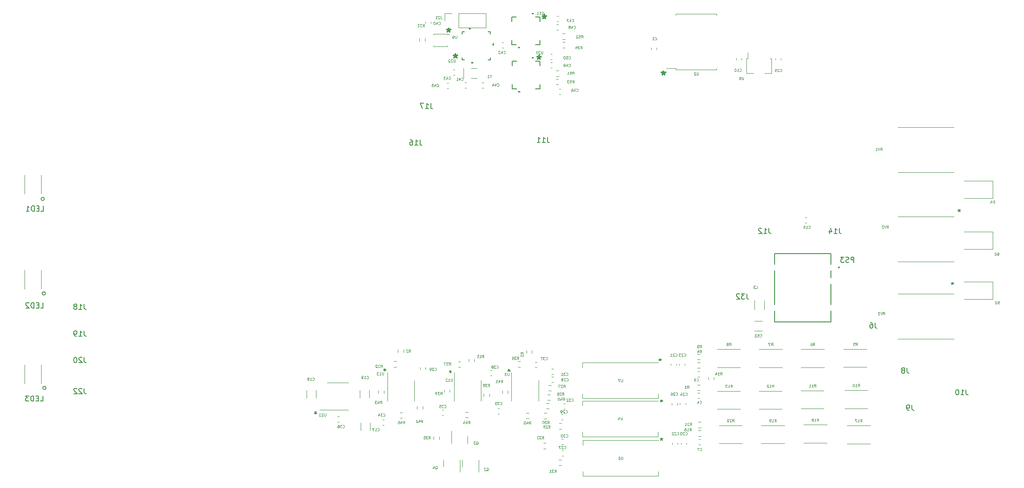
<source format=gbr>
%TF.GenerationSoftware,KiCad,Pcbnew,8.0.5*%
%TF.CreationDate,2024-11-08T09:24:58+00:00*%
%TF.ProjectId,Main_V44,4d61696e-5f56-4343-942e-6b696361645f,rev?*%
%TF.SameCoordinates,Original*%
%TF.FileFunction,Legend,Bot*%
%TF.FilePolarity,Positive*%
%FSLAX46Y46*%
G04 Gerber Fmt 4.6, Leading zero omitted, Abs format (unit mm)*
G04 Created by KiCad (PCBNEW 8.0.5) date 2024-11-08 09:24:58*
%MOMM*%
%LPD*%
G01*
G04 APERTURE LIST*
%ADD10C,0.200000*%
%ADD11C,0.150000*%
%ADD12C,0.300000*%
%ADD13C,0.100000*%
%ADD14C,0.120000*%
%ADD15C,0.152400*%
%ADD16C,0.000000*%
G04 APERTURE END LIST*
D10*
X6152047Y-19735800D02*
G75*
G02*
X5531953Y-19735800I-310047J0D01*
G01*
X5531953Y-19735800D02*
G75*
G02*
X6152047Y-19735800I310047J0D01*
G01*
X6456847Y-55575200D02*
G75*
G02*
X5836753Y-55575200I-310047J0D01*
G01*
X5836753Y-55575200D02*
G75*
G02*
X6456847Y-55575200I310047J0D01*
G01*
X6355247Y-37668200D02*
G75*
G02*
X5735153Y-37668200I-310047J0D01*
G01*
X5735153Y-37668200D02*
G75*
G02*
X6355247Y-37668200I310047J0D01*
G01*
D11*
X94157800Y-52488180D02*
X94157800Y-52250085D01*
X93919705Y-52345323D02*
X94157800Y-52250085D01*
X94157800Y-52250085D02*
X94395895Y-52345323D01*
X94014943Y-52059609D02*
X94157800Y-52250085D01*
X94157800Y-52250085D02*
X94300657Y-52059609D01*
D12*
X99847399Y7451071D02*
X99847399Y7093928D01*
X100204542Y7236785D02*
X99847399Y7093928D01*
X99847399Y7093928D02*
X99490256Y7236785D01*
X100061685Y6808214D02*
X99847399Y7093928D01*
X99847399Y7093928D02*
X99633113Y6808214D01*
D11*
X70637400Y-52361180D02*
X70637400Y-52123085D01*
X70399305Y-52218323D02*
X70637400Y-52123085D01*
X70637400Y-52123085D02*
X70875495Y-52218323D01*
X70494543Y-51932609D02*
X70637400Y-52123085D01*
X70637400Y-52123085D02*
X70780257Y-51932609D01*
X57505600Y-60539980D02*
X57505600Y-60301885D01*
X57267505Y-60397123D02*
X57505600Y-60301885D01*
X57505600Y-60301885D02*
X57743695Y-60397123D01*
X57362743Y-60111409D02*
X57505600Y-60301885D01*
X57505600Y-60301885D02*
X57648457Y-60111409D01*
D12*
X84023199Y7705071D02*
X84023199Y7347928D01*
X84380342Y7490785D02*
X84023199Y7347928D01*
X84023199Y7347928D02*
X83666056Y7490785D01*
X84237485Y7062214D02*
X84023199Y7347928D01*
X84023199Y7347928D02*
X83808913Y7062214D01*
X100863399Y15147271D02*
X100863399Y14790128D01*
X101220542Y14932985D02*
X100863399Y14790128D01*
X100863399Y14790128D02*
X100506256Y14932985D01*
X101077685Y14504414D02*
X100863399Y14790128D01*
X100863399Y14790128D02*
X100649113Y14504414D01*
X82727799Y12581871D02*
X82727799Y12224728D01*
X83084942Y12367585D02*
X82727799Y12224728D01*
X82727799Y12224728D02*
X82370656Y12367585D01*
X82942085Y11939014D02*
X82727799Y12224728D01*
X82727799Y12224728D02*
X82513513Y11939014D01*
D11*
X83058000Y-52691380D02*
X83058000Y-52453285D01*
X82819905Y-52548523D02*
X83058000Y-52453285D01*
X83058000Y-52453285D02*
X83296095Y-52548523D01*
X82915143Y-52262809D02*
X83058000Y-52453285D01*
X83058000Y-52453285D02*
X83200857Y-52262809D01*
D12*
X123418599Y4453871D02*
X123418599Y4096728D01*
X123775742Y4239585D02*
X123418599Y4096728D01*
X123418599Y4096728D02*
X123061456Y4239585D01*
X123632885Y3811014D02*
X123418599Y4096728D01*
X123418599Y4096728D02*
X123204313Y3811014D01*
D13*
X130334533Y-48892509D02*
X130501199Y-48654414D01*
X130620247Y-48892509D02*
X130620247Y-48392509D01*
X130620247Y-48392509D02*
X130429771Y-48392509D01*
X130429771Y-48392509D02*
X130382152Y-48416319D01*
X130382152Y-48416319D02*
X130358342Y-48440128D01*
X130358342Y-48440128D02*
X130334533Y-48487747D01*
X130334533Y-48487747D02*
X130334533Y-48559176D01*
X130334533Y-48559176D02*
X130358342Y-48606795D01*
X130358342Y-48606795D02*
X130382152Y-48630604D01*
X130382152Y-48630604D02*
X130429771Y-48654414D01*
X130429771Y-48654414D02*
X130620247Y-48654414D01*
X129905961Y-48559176D02*
X129905961Y-48892509D01*
X130025009Y-48368700D02*
X130144056Y-48725842D01*
X130144056Y-48725842D02*
X129834533Y-48725842D01*
X127575428Y-56947490D02*
X127599237Y-56971300D01*
X127599237Y-56971300D02*
X127670666Y-56995109D01*
X127670666Y-56995109D02*
X127718285Y-56995109D01*
X127718285Y-56995109D02*
X127789713Y-56971300D01*
X127789713Y-56971300D02*
X127837332Y-56923680D01*
X127837332Y-56923680D02*
X127861142Y-56876061D01*
X127861142Y-56876061D02*
X127884951Y-56780823D01*
X127884951Y-56780823D02*
X127884951Y-56709395D01*
X127884951Y-56709395D02*
X127861142Y-56614157D01*
X127861142Y-56614157D02*
X127837332Y-56566538D01*
X127837332Y-56566538D02*
X127789713Y-56518919D01*
X127789713Y-56518919D02*
X127718285Y-56495109D01*
X127718285Y-56495109D02*
X127670666Y-56495109D01*
X127670666Y-56495109D02*
X127599237Y-56518919D01*
X127599237Y-56518919D02*
X127575428Y-56542728D01*
X127384951Y-56542728D02*
X127361142Y-56518919D01*
X127361142Y-56518919D02*
X127313523Y-56495109D01*
X127313523Y-56495109D02*
X127194475Y-56495109D01*
X127194475Y-56495109D02*
X127146856Y-56518919D01*
X127146856Y-56518919D02*
X127123047Y-56542728D01*
X127123047Y-56542728D02*
X127099237Y-56590347D01*
X127099237Y-56590347D02*
X127099237Y-56637966D01*
X127099237Y-56637966D02*
X127123047Y-56709395D01*
X127123047Y-56709395D02*
X127408761Y-56995109D01*
X127408761Y-56995109D02*
X127099237Y-56995109D01*
X126670666Y-56661776D02*
X126670666Y-56995109D01*
X126789714Y-56471300D02*
X126908761Y-56828442D01*
X126908761Y-56828442D02*
X126599238Y-56828442D01*
X164997618Y-41701109D02*
X165164284Y-41463014D01*
X165283332Y-41701109D02*
X165283332Y-41201109D01*
X165283332Y-41201109D02*
X165092856Y-41201109D01*
X165092856Y-41201109D02*
X165045237Y-41224919D01*
X165045237Y-41224919D02*
X165021427Y-41248728D01*
X165021427Y-41248728D02*
X164997618Y-41296347D01*
X164997618Y-41296347D02*
X164997618Y-41367776D01*
X164997618Y-41367776D02*
X165021427Y-41415395D01*
X165021427Y-41415395D02*
X165045237Y-41439204D01*
X165045237Y-41439204D02*
X165092856Y-41463014D01*
X165092856Y-41463014D02*
X165283332Y-41463014D01*
X164854760Y-41201109D02*
X164688094Y-41701109D01*
X164688094Y-41701109D02*
X164521427Y-41201109D01*
X164402380Y-41201109D02*
X164092856Y-41201109D01*
X164092856Y-41201109D02*
X164259523Y-41391585D01*
X164259523Y-41391585D02*
X164188094Y-41391585D01*
X164188094Y-41391585D02*
X164140475Y-41415395D01*
X164140475Y-41415395D02*
X164116666Y-41439204D01*
X164116666Y-41439204D02*
X164092856Y-41486823D01*
X164092856Y-41486823D02*
X164092856Y-41605871D01*
X164092856Y-41605871D02*
X164116666Y-41653490D01*
X164116666Y-41653490D02*
X164140475Y-41677300D01*
X164140475Y-41677300D02*
X164188094Y-41701109D01*
X164188094Y-41701109D02*
X164330951Y-41701109D01*
X164330951Y-41701109D02*
X164378570Y-41677300D01*
X164378570Y-41677300D02*
X164402380Y-41653490D01*
D11*
X178180999Y-35548219D02*
X178180999Y-35786314D01*
X178419094Y-35691076D02*
X178180999Y-35786314D01*
X178180999Y-35786314D02*
X177942904Y-35691076D01*
X178323856Y-35976790D02*
X178180999Y-35786314D01*
X178180999Y-35786314D02*
X178038142Y-35976790D01*
D13*
X97921428Y-62486109D02*
X98088094Y-62248014D01*
X98207142Y-62486109D02*
X98207142Y-61986109D01*
X98207142Y-61986109D02*
X98016666Y-61986109D01*
X98016666Y-61986109D02*
X97969047Y-62009919D01*
X97969047Y-62009919D02*
X97945237Y-62033728D01*
X97945237Y-62033728D02*
X97921428Y-62081347D01*
X97921428Y-62081347D02*
X97921428Y-62152776D01*
X97921428Y-62152776D02*
X97945237Y-62200395D01*
X97945237Y-62200395D02*
X97969047Y-62224204D01*
X97969047Y-62224204D02*
X98016666Y-62248014D01*
X98016666Y-62248014D02*
X98207142Y-62248014D01*
X97492856Y-62152776D02*
X97492856Y-62486109D01*
X97611904Y-61962300D02*
X97730951Y-62319442D01*
X97730951Y-62319442D02*
X97421428Y-62319442D01*
X96992857Y-61986109D02*
X97230952Y-61986109D01*
X97230952Y-61986109D02*
X97254761Y-62224204D01*
X97254761Y-62224204D02*
X97230952Y-62200395D01*
X97230952Y-62200395D02*
X97183333Y-62176585D01*
X97183333Y-62176585D02*
X97064285Y-62176585D01*
X97064285Y-62176585D02*
X97016666Y-62200395D01*
X97016666Y-62200395D02*
X96992857Y-62224204D01*
X96992857Y-62224204D02*
X96969047Y-62271823D01*
X96969047Y-62271823D02*
X96969047Y-62390871D01*
X96969047Y-62390871D02*
X96992857Y-62438490D01*
X96992857Y-62438490D02*
X97016666Y-62462300D01*
X97016666Y-62462300D02*
X97064285Y-62486109D01*
X97064285Y-62486109D02*
X97183333Y-62486109D01*
X97183333Y-62486109D02*
X97230952Y-62462300D01*
X97230952Y-62462300D02*
X97254761Y-62438490D01*
D11*
X13687323Y-44779419D02*
X13687323Y-45493704D01*
X13687323Y-45493704D02*
X13734942Y-45636561D01*
X13734942Y-45636561D02*
X13830180Y-45731800D01*
X13830180Y-45731800D02*
X13973037Y-45779419D01*
X13973037Y-45779419D02*
X14068275Y-45779419D01*
X12687323Y-45779419D02*
X13258751Y-45779419D01*
X12973037Y-45779419D02*
X12973037Y-44779419D01*
X12973037Y-44779419D02*
X13068275Y-44922276D01*
X13068275Y-44922276D02*
X13163513Y-45017514D01*
X13163513Y-45017514D02*
X13258751Y-45065133D01*
X12211132Y-45779419D02*
X12020656Y-45779419D01*
X12020656Y-45779419D02*
X11925418Y-45731800D01*
X11925418Y-45731800D02*
X11877799Y-45684180D01*
X11877799Y-45684180D02*
X11782561Y-45541323D01*
X11782561Y-45541323D02*
X11734942Y-45350847D01*
X11734942Y-45350847D02*
X11734942Y-44969895D01*
X11734942Y-44969895D02*
X11782561Y-44874657D01*
X11782561Y-44874657D02*
X11830180Y-44827038D01*
X11830180Y-44827038D02*
X11925418Y-44779419D01*
X11925418Y-44779419D02*
X12115894Y-44779419D01*
X12115894Y-44779419D02*
X12211132Y-44827038D01*
X12211132Y-44827038D02*
X12258751Y-44874657D01*
X12258751Y-44874657D02*
X12306370Y-44969895D01*
X12306370Y-44969895D02*
X12306370Y-45207990D01*
X12306370Y-45207990D02*
X12258751Y-45303228D01*
X12258751Y-45303228D02*
X12211132Y-45350847D01*
X12211132Y-45350847D02*
X12115894Y-45398466D01*
X12115894Y-45398466D02*
X11925418Y-45398466D01*
X11925418Y-45398466D02*
X11830180Y-45350847D01*
X11830180Y-45350847D02*
X11782561Y-45303228D01*
X11782561Y-45303228D02*
X11734942Y-45207990D01*
X13687323Y-49783219D02*
X13687323Y-50497504D01*
X13687323Y-50497504D02*
X13734942Y-50640361D01*
X13734942Y-50640361D02*
X13830180Y-50735600D01*
X13830180Y-50735600D02*
X13973037Y-50783219D01*
X13973037Y-50783219D02*
X14068275Y-50783219D01*
X13258751Y-49878457D02*
X13211132Y-49830838D01*
X13211132Y-49830838D02*
X13115894Y-49783219D01*
X13115894Y-49783219D02*
X12877799Y-49783219D01*
X12877799Y-49783219D02*
X12782561Y-49830838D01*
X12782561Y-49830838D02*
X12734942Y-49878457D01*
X12734942Y-49878457D02*
X12687323Y-49973695D01*
X12687323Y-49973695D02*
X12687323Y-50068933D01*
X12687323Y-50068933D02*
X12734942Y-50211790D01*
X12734942Y-50211790D02*
X13306370Y-50783219D01*
X13306370Y-50783219D02*
X12687323Y-50783219D01*
X12068275Y-49783219D02*
X11973037Y-49783219D01*
X11973037Y-49783219D02*
X11877799Y-49830838D01*
X11877799Y-49830838D02*
X11830180Y-49878457D01*
X11830180Y-49878457D02*
X11782561Y-49973695D01*
X11782561Y-49973695D02*
X11734942Y-50164171D01*
X11734942Y-50164171D02*
X11734942Y-50402266D01*
X11734942Y-50402266D02*
X11782561Y-50592742D01*
X11782561Y-50592742D02*
X11830180Y-50687980D01*
X11830180Y-50687980D02*
X11877799Y-50735600D01*
X11877799Y-50735600D02*
X11973037Y-50783219D01*
X11973037Y-50783219D02*
X12068275Y-50783219D01*
X12068275Y-50783219D02*
X12163513Y-50735600D01*
X12163513Y-50735600D02*
X12211132Y-50687980D01*
X12211132Y-50687980D02*
X12258751Y-50592742D01*
X12258751Y-50592742D02*
X12306370Y-50402266D01*
X12306370Y-50402266D02*
X12306370Y-50164171D01*
X12306370Y-50164171D02*
X12258751Y-49973695D01*
X12258751Y-49973695D02*
X12211132Y-49878457D01*
X12211132Y-49878457D02*
X12163513Y-49830838D01*
X12163513Y-49830838D02*
X12068275Y-49783219D01*
D13*
X81252961Y14929690D02*
X81252961Y14572547D01*
X81252961Y14572547D02*
X81276770Y14501119D01*
X81276770Y14501119D02*
X81324389Y14453500D01*
X81324389Y14453500D02*
X81395818Y14429690D01*
X81395818Y14429690D02*
X81443437Y14429690D01*
X81038675Y14882071D02*
X81014866Y14905880D01*
X81014866Y14905880D02*
X80967247Y14929690D01*
X80967247Y14929690D02*
X80848199Y14929690D01*
X80848199Y14929690D02*
X80800580Y14905880D01*
X80800580Y14905880D02*
X80776771Y14882071D01*
X80776771Y14882071D02*
X80752961Y14834452D01*
X80752961Y14834452D02*
X80752961Y14786833D01*
X80752961Y14786833D02*
X80776771Y14715404D01*
X80776771Y14715404D02*
X81062485Y14429690D01*
X81062485Y14429690D02*
X80752961Y14429690D01*
X80276771Y14429690D02*
X80562485Y14429690D01*
X80419628Y14429690D02*
X80419628Y14929690D01*
X80419628Y14929690D02*
X80467247Y14858261D01*
X80467247Y14858261D02*
X80514866Y14810642D01*
X80514866Y14810642D02*
X80562485Y14786833D01*
X159811233Y-47517309D02*
X159977899Y-47279214D01*
X160096947Y-47517309D02*
X160096947Y-47017309D01*
X160096947Y-47017309D02*
X159906471Y-47017309D01*
X159906471Y-47017309D02*
X159858852Y-47041119D01*
X159858852Y-47041119D02*
X159835042Y-47064928D01*
X159835042Y-47064928D02*
X159811233Y-47112547D01*
X159811233Y-47112547D02*
X159811233Y-47183976D01*
X159811233Y-47183976D02*
X159835042Y-47231595D01*
X159835042Y-47231595D02*
X159858852Y-47255404D01*
X159858852Y-47255404D02*
X159906471Y-47279214D01*
X159906471Y-47279214D02*
X160096947Y-47279214D01*
X159358852Y-47017309D02*
X159596947Y-47017309D01*
X159596947Y-47017309D02*
X159620756Y-47255404D01*
X159620756Y-47255404D02*
X159596947Y-47231595D01*
X159596947Y-47231595D02*
X159549328Y-47207785D01*
X159549328Y-47207785D02*
X159430280Y-47207785D01*
X159430280Y-47207785D02*
X159382661Y-47231595D01*
X159382661Y-47231595D02*
X159358852Y-47255404D01*
X159358852Y-47255404D02*
X159335042Y-47303023D01*
X159335042Y-47303023D02*
X159335042Y-47422071D01*
X159335042Y-47422071D02*
X159358852Y-47469690D01*
X159358852Y-47469690D02*
X159382661Y-47493500D01*
X159382661Y-47493500D02*
X159430280Y-47517309D01*
X159430280Y-47517309D02*
X159549328Y-47517309D01*
X159549328Y-47517309D02*
X159596947Y-47493500D01*
X159596947Y-47493500D02*
X159620756Y-47469690D01*
X136444328Y-61997309D02*
X136610994Y-61759214D01*
X136730042Y-61997309D02*
X136730042Y-61497309D01*
X136730042Y-61497309D02*
X136539566Y-61497309D01*
X136539566Y-61497309D02*
X136491947Y-61521119D01*
X136491947Y-61521119D02*
X136468137Y-61544928D01*
X136468137Y-61544928D02*
X136444328Y-61592547D01*
X136444328Y-61592547D02*
X136444328Y-61663976D01*
X136444328Y-61663976D02*
X136468137Y-61711595D01*
X136468137Y-61711595D02*
X136491947Y-61735404D01*
X136491947Y-61735404D02*
X136539566Y-61759214D01*
X136539566Y-61759214D02*
X136730042Y-61759214D01*
X136253851Y-61544928D02*
X136230042Y-61521119D01*
X136230042Y-61521119D02*
X136182423Y-61497309D01*
X136182423Y-61497309D02*
X136063375Y-61497309D01*
X136063375Y-61497309D02*
X136015756Y-61521119D01*
X136015756Y-61521119D02*
X135991947Y-61544928D01*
X135991947Y-61544928D02*
X135968137Y-61592547D01*
X135968137Y-61592547D02*
X135968137Y-61640166D01*
X135968137Y-61640166D02*
X135991947Y-61711595D01*
X135991947Y-61711595D02*
X136277661Y-61997309D01*
X136277661Y-61997309D02*
X135968137Y-61997309D01*
X135658614Y-61497309D02*
X135610995Y-61497309D01*
X135610995Y-61497309D02*
X135563376Y-61521119D01*
X135563376Y-61521119D02*
X135539566Y-61544928D01*
X135539566Y-61544928D02*
X135515757Y-61592547D01*
X135515757Y-61592547D02*
X135491947Y-61687785D01*
X135491947Y-61687785D02*
X135491947Y-61806833D01*
X135491947Y-61806833D02*
X135515757Y-61902071D01*
X135515757Y-61902071D02*
X135539566Y-61949690D01*
X135539566Y-61949690D02*
X135563376Y-61973500D01*
X135563376Y-61973500D02*
X135610995Y-61997309D01*
X135610995Y-61997309D02*
X135658614Y-61997309D01*
X135658614Y-61997309D02*
X135706233Y-61973500D01*
X135706233Y-61973500D02*
X135730042Y-61949690D01*
X135730042Y-61949690D02*
X135753852Y-61902071D01*
X135753852Y-61902071D02*
X135777661Y-61806833D01*
X135777661Y-61806833D02*
X135777661Y-61687785D01*
X135777661Y-61687785D02*
X135753852Y-61592547D01*
X135753852Y-61592547D02*
X135730042Y-61544928D01*
X135730042Y-61544928D02*
X135706233Y-61521119D01*
X135706233Y-61521119D02*
X135658614Y-61497309D01*
X121800133Y10464109D02*
X121823942Y10440300D01*
X121823942Y10440300D02*
X121895371Y10416490D01*
X121895371Y10416490D02*
X121942990Y10416490D01*
X121942990Y10416490D02*
X122014418Y10440300D01*
X122014418Y10440300D02*
X122062037Y10487919D01*
X122062037Y10487919D02*
X122085847Y10535538D01*
X122085847Y10535538D02*
X122109656Y10630776D01*
X122109656Y10630776D02*
X122109656Y10702204D01*
X122109656Y10702204D02*
X122085847Y10797442D01*
X122085847Y10797442D02*
X122062037Y10845061D01*
X122062037Y10845061D02*
X122014418Y10892680D01*
X122014418Y10892680D02*
X121942990Y10916490D01*
X121942990Y10916490D02*
X121895371Y10916490D01*
X121895371Y10916490D02*
X121823942Y10892680D01*
X121823942Y10892680D02*
X121800133Y10868871D01*
X121323942Y10416490D02*
X121609656Y10416490D01*
X121466799Y10416490D02*
X121466799Y10916490D01*
X121466799Y10916490D02*
X121514418Y10845061D01*
X121514418Y10845061D02*
X121562037Y10797442D01*
X121562037Y10797442D02*
X121609656Y10773633D01*
X125975228Y-64415090D02*
X125999037Y-64438900D01*
X125999037Y-64438900D02*
X126070466Y-64462709D01*
X126070466Y-64462709D02*
X126118085Y-64462709D01*
X126118085Y-64462709D02*
X126189513Y-64438900D01*
X126189513Y-64438900D02*
X126237132Y-64391280D01*
X126237132Y-64391280D02*
X126260942Y-64343661D01*
X126260942Y-64343661D02*
X126284751Y-64248423D01*
X126284751Y-64248423D02*
X126284751Y-64176995D01*
X126284751Y-64176995D02*
X126260942Y-64081757D01*
X126260942Y-64081757D02*
X126237132Y-64034138D01*
X126237132Y-64034138D02*
X126189513Y-63986519D01*
X126189513Y-63986519D02*
X126118085Y-63962709D01*
X126118085Y-63962709D02*
X126070466Y-63962709D01*
X126070466Y-63962709D02*
X125999037Y-63986519D01*
X125999037Y-63986519D02*
X125975228Y-64010328D01*
X125784751Y-64010328D02*
X125760942Y-63986519D01*
X125760942Y-63986519D02*
X125713323Y-63962709D01*
X125713323Y-63962709D02*
X125594275Y-63962709D01*
X125594275Y-63962709D02*
X125546656Y-63986519D01*
X125546656Y-63986519D02*
X125522847Y-64010328D01*
X125522847Y-64010328D02*
X125499037Y-64057947D01*
X125499037Y-64057947D02*
X125499037Y-64105566D01*
X125499037Y-64105566D02*
X125522847Y-64176995D01*
X125522847Y-64176995D02*
X125808561Y-64462709D01*
X125808561Y-64462709D02*
X125499037Y-64462709D01*
X125308561Y-64010328D02*
X125284752Y-63986519D01*
X125284752Y-63986519D02*
X125237133Y-63962709D01*
X125237133Y-63962709D02*
X125118085Y-63962709D01*
X125118085Y-63962709D02*
X125070466Y-63986519D01*
X125070466Y-63986519D02*
X125046657Y-64010328D01*
X125046657Y-64010328D02*
X125022847Y-64057947D01*
X125022847Y-64057947D02*
X125022847Y-64105566D01*
X125022847Y-64105566D02*
X125046657Y-64176995D01*
X125046657Y-64176995D02*
X125332371Y-64462709D01*
X125332371Y-64462709D02*
X125022847Y-64462709D01*
X100448228Y-65250109D02*
X100614894Y-65012014D01*
X100733942Y-65250109D02*
X100733942Y-64750109D01*
X100733942Y-64750109D02*
X100543466Y-64750109D01*
X100543466Y-64750109D02*
X100495847Y-64773919D01*
X100495847Y-64773919D02*
X100472037Y-64797728D01*
X100472037Y-64797728D02*
X100448228Y-64845347D01*
X100448228Y-64845347D02*
X100448228Y-64916776D01*
X100448228Y-64916776D02*
X100472037Y-64964395D01*
X100472037Y-64964395D02*
X100495847Y-64988204D01*
X100495847Y-64988204D02*
X100543466Y-65012014D01*
X100543466Y-65012014D02*
X100733942Y-65012014D01*
X100281561Y-64750109D02*
X99972037Y-64750109D01*
X99972037Y-64750109D02*
X100138704Y-64940585D01*
X100138704Y-64940585D02*
X100067275Y-64940585D01*
X100067275Y-64940585D02*
X100019656Y-64964395D01*
X100019656Y-64964395D02*
X99995847Y-64988204D01*
X99995847Y-64988204D02*
X99972037Y-65035823D01*
X99972037Y-65035823D02*
X99972037Y-65154871D01*
X99972037Y-65154871D02*
X99995847Y-65202490D01*
X99995847Y-65202490D02*
X100019656Y-65226300D01*
X100019656Y-65226300D02*
X100067275Y-65250109D01*
X100067275Y-65250109D02*
X100210132Y-65250109D01*
X100210132Y-65250109D02*
X100257751Y-65226300D01*
X100257751Y-65226300D02*
X100281561Y-65202490D01*
X99781561Y-64797728D02*
X99757752Y-64773919D01*
X99757752Y-64773919D02*
X99710133Y-64750109D01*
X99710133Y-64750109D02*
X99591085Y-64750109D01*
X99591085Y-64750109D02*
X99543466Y-64773919D01*
X99543466Y-64773919D02*
X99519657Y-64797728D01*
X99519657Y-64797728D02*
X99495847Y-64845347D01*
X99495847Y-64845347D02*
X99495847Y-64892966D01*
X99495847Y-64892966D02*
X99519657Y-64964395D01*
X99519657Y-64964395D02*
X99805371Y-65250109D01*
X99805371Y-65250109D02*
X99495847Y-65250109D01*
X90212028Y-55318709D02*
X90378694Y-55080614D01*
X90497742Y-55318709D02*
X90497742Y-54818709D01*
X90497742Y-54818709D02*
X90307266Y-54818709D01*
X90307266Y-54818709D02*
X90259647Y-54842519D01*
X90259647Y-54842519D02*
X90235837Y-54866328D01*
X90235837Y-54866328D02*
X90212028Y-54913947D01*
X90212028Y-54913947D02*
X90212028Y-54985376D01*
X90212028Y-54985376D02*
X90235837Y-55032995D01*
X90235837Y-55032995D02*
X90259647Y-55056804D01*
X90259647Y-55056804D02*
X90307266Y-55080614D01*
X90307266Y-55080614D02*
X90497742Y-55080614D01*
X90045361Y-54818709D02*
X89735837Y-54818709D01*
X89735837Y-54818709D02*
X89902504Y-55009185D01*
X89902504Y-55009185D02*
X89831075Y-55009185D01*
X89831075Y-55009185D02*
X89783456Y-55032995D01*
X89783456Y-55032995D02*
X89759647Y-55056804D01*
X89759647Y-55056804D02*
X89735837Y-55104423D01*
X89735837Y-55104423D02*
X89735837Y-55223471D01*
X89735837Y-55223471D02*
X89759647Y-55271090D01*
X89759647Y-55271090D02*
X89783456Y-55294900D01*
X89783456Y-55294900D02*
X89831075Y-55318709D01*
X89831075Y-55318709D02*
X89973932Y-55318709D01*
X89973932Y-55318709D02*
X90021551Y-55294900D01*
X90021551Y-55294900D02*
X90045361Y-55271090D01*
X89450123Y-55032995D02*
X89497742Y-55009185D01*
X89497742Y-55009185D02*
X89521552Y-54985376D01*
X89521552Y-54985376D02*
X89545361Y-54937757D01*
X89545361Y-54937757D02*
X89545361Y-54913947D01*
X89545361Y-54913947D02*
X89521552Y-54866328D01*
X89521552Y-54866328D02*
X89497742Y-54842519D01*
X89497742Y-54842519D02*
X89450123Y-54818709D01*
X89450123Y-54818709D02*
X89354885Y-54818709D01*
X89354885Y-54818709D02*
X89307266Y-54842519D01*
X89307266Y-54842519D02*
X89283457Y-54866328D01*
X89283457Y-54866328D02*
X89259647Y-54913947D01*
X89259647Y-54913947D02*
X89259647Y-54937757D01*
X89259647Y-54937757D02*
X89283457Y-54985376D01*
X89283457Y-54985376D02*
X89307266Y-55009185D01*
X89307266Y-55009185D02*
X89354885Y-55032995D01*
X89354885Y-55032995D02*
X89450123Y-55032995D01*
X89450123Y-55032995D02*
X89497742Y-55056804D01*
X89497742Y-55056804D02*
X89521552Y-55080614D01*
X89521552Y-55080614D02*
X89545361Y-55128233D01*
X89545361Y-55128233D02*
X89545361Y-55223471D01*
X89545361Y-55223471D02*
X89521552Y-55271090D01*
X89521552Y-55271090D02*
X89497742Y-55294900D01*
X89497742Y-55294900D02*
X89450123Y-55318709D01*
X89450123Y-55318709D02*
X89354885Y-55318709D01*
X89354885Y-55318709D02*
X89307266Y-55294900D01*
X89307266Y-55294900D02*
X89283457Y-55271090D01*
X89283457Y-55271090D02*
X89259647Y-55223471D01*
X89259647Y-55223471D02*
X89259647Y-55128233D01*
X89259647Y-55128233D02*
X89283457Y-55080614D01*
X89283457Y-55080614D02*
X89307266Y-55056804D01*
X89307266Y-55056804D02*
X89354885Y-55032995D01*
X56951428Y-54088490D02*
X56975237Y-54112300D01*
X56975237Y-54112300D02*
X57046666Y-54136109D01*
X57046666Y-54136109D02*
X57094285Y-54136109D01*
X57094285Y-54136109D02*
X57165713Y-54112300D01*
X57165713Y-54112300D02*
X57213332Y-54064680D01*
X57213332Y-54064680D02*
X57237142Y-54017061D01*
X57237142Y-54017061D02*
X57260951Y-53921823D01*
X57260951Y-53921823D02*
X57260951Y-53850395D01*
X57260951Y-53850395D02*
X57237142Y-53755157D01*
X57237142Y-53755157D02*
X57213332Y-53707538D01*
X57213332Y-53707538D02*
X57165713Y-53659919D01*
X57165713Y-53659919D02*
X57094285Y-53636109D01*
X57094285Y-53636109D02*
X57046666Y-53636109D01*
X57046666Y-53636109D02*
X56975237Y-53659919D01*
X56975237Y-53659919D02*
X56951428Y-53683728D01*
X56475237Y-54136109D02*
X56760951Y-54136109D01*
X56618094Y-54136109D02*
X56618094Y-53636109D01*
X56618094Y-53636109D02*
X56665713Y-53707538D01*
X56665713Y-53707538D02*
X56713332Y-53755157D01*
X56713332Y-53755157D02*
X56760951Y-53778966D01*
X56189523Y-53850395D02*
X56237142Y-53826585D01*
X56237142Y-53826585D02*
X56260952Y-53802776D01*
X56260952Y-53802776D02*
X56284761Y-53755157D01*
X56284761Y-53755157D02*
X56284761Y-53731347D01*
X56284761Y-53731347D02*
X56260952Y-53683728D01*
X56260952Y-53683728D02*
X56237142Y-53659919D01*
X56237142Y-53659919D02*
X56189523Y-53636109D01*
X56189523Y-53636109D02*
X56094285Y-53636109D01*
X56094285Y-53636109D02*
X56046666Y-53659919D01*
X56046666Y-53659919D02*
X56022857Y-53683728D01*
X56022857Y-53683728D02*
X55999047Y-53731347D01*
X55999047Y-53731347D02*
X55999047Y-53755157D01*
X55999047Y-53755157D02*
X56022857Y-53802776D01*
X56022857Y-53802776D02*
X56046666Y-53826585D01*
X56046666Y-53826585D02*
X56094285Y-53850395D01*
X56094285Y-53850395D02*
X56189523Y-53850395D01*
X56189523Y-53850395D02*
X56237142Y-53874204D01*
X56237142Y-53874204D02*
X56260952Y-53898014D01*
X56260952Y-53898014D02*
X56284761Y-53945633D01*
X56284761Y-53945633D02*
X56284761Y-54040871D01*
X56284761Y-54040871D02*
X56260952Y-54088490D01*
X56260952Y-54088490D02*
X56237142Y-54112300D01*
X56237142Y-54112300D02*
X56189523Y-54136109D01*
X56189523Y-54136109D02*
X56094285Y-54136109D01*
X56094285Y-54136109D02*
X56046666Y-54112300D01*
X56046666Y-54112300D02*
X56022857Y-54088490D01*
X56022857Y-54088490D02*
X55999047Y-54040871D01*
X55999047Y-54040871D02*
X55999047Y-53945633D01*
X55999047Y-53945633D02*
X56022857Y-53898014D01*
X56022857Y-53898014D02*
X56046666Y-53874204D01*
X56046666Y-53874204D02*
X56094285Y-53850395D01*
X106417228Y12597709D02*
X106441037Y12573900D01*
X106441037Y12573900D02*
X106512466Y12550090D01*
X106512466Y12550090D02*
X106560085Y12550090D01*
X106560085Y12550090D02*
X106631513Y12573900D01*
X106631513Y12573900D02*
X106679132Y12621519D01*
X106679132Y12621519D02*
X106702942Y12669138D01*
X106702942Y12669138D02*
X106726751Y12764376D01*
X106726751Y12764376D02*
X106726751Y12835804D01*
X106726751Y12835804D02*
X106702942Y12931042D01*
X106702942Y12931042D02*
X106679132Y12978661D01*
X106679132Y12978661D02*
X106631513Y13026280D01*
X106631513Y13026280D02*
X106560085Y13050090D01*
X106560085Y13050090D02*
X106512466Y13050090D01*
X106512466Y13050090D02*
X106441037Y13026280D01*
X106441037Y13026280D02*
X106417228Y13002471D01*
X105988656Y12883423D02*
X105988656Y12550090D01*
X106107704Y13073900D02*
X106226751Y12716757D01*
X106226751Y12716757D02*
X105917228Y12716757D01*
X105655323Y12835804D02*
X105702942Y12859614D01*
X105702942Y12859614D02*
X105726752Y12883423D01*
X105726752Y12883423D02*
X105750561Y12931042D01*
X105750561Y12931042D02*
X105750561Y12954852D01*
X105750561Y12954852D02*
X105726752Y13002471D01*
X105726752Y13002471D02*
X105702942Y13026280D01*
X105702942Y13026280D02*
X105655323Y13050090D01*
X105655323Y13050090D02*
X105560085Y13050090D01*
X105560085Y13050090D02*
X105512466Y13026280D01*
X105512466Y13026280D02*
X105488657Y13002471D01*
X105488657Y13002471D02*
X105464847Y12954852D01*
X105464847Y12954852D02*
X105464847Y12931042D01*
X105464847Y12931042D02*
X105488657Y12883423D01*
X105488657Y12883423D02*
X105512466Y12859614D01*
X105512466Y12859614D02*
X105560085Y12835804D01*
X105560085Y12835804D02*
X105655323Y12835804D01*
X105655323Y12835804D02*
X105702942Y12811995D01*
X105702942Y12811995D02*
X105726752Y12788185D01*
X105726752Y12788185D02*
X105750561Y12740566D01*
X105750561Y12740566D02*
X105750561Y12645328D01*
X105750561Y12645328D02*
X105726752Y12597709D01*
X105726752Y12597709D02*
X105702942Y12573900D01*
X105702942Y12573900D02*
X105655323Y12550090D01*
X105655323Y12550090D02*
X105560085Y12550090D01*
X105560085Y12550090D02*
X105512466Y12573900D01*
X105512466Y12573900D02*
X105488657Y12597709D01*
X105488657Y12597709D02*
X105464847Y12645328D01*
X105464847Y12645328D02*
X105464847Y12740566D01*
X105464847Y12740566D02*
X105488657Y12788185D01*
X105488657Y12788185D02*
X105512466Y12811995D01*
X105512466Y12811995D02*
X105560085Y12835804D01*
X94157752Y-52761309D02*
X94157752Y-53166071D01*
X94157752Y-53166071D02*
X94133942Y-53213690D01*
X94133942Y-53213690D02*
X94110133Y-53237500D01*
X94110133Y-53237500D02*
X94062514Y-53261309D01*
X94062514Y-53261309D02*
X93967276Y-53261309D01*
X93967276Y-53261309D02*
X93919657Y-53237500D01*
X93919657Y-53237500D02*
X93895847Y-53213690D01*
X93895847Y-53213690D02*
X93872038Y-53166071D01*
X93872038Y-53166071D02*
X93872038Y-52761309D01*
X93681561Y-52761309D02*
X93372037Y-52761309D01*
X93372037Y-52761309D02*
X93538704Y-52951785D01*
X93538704Y-52951785D02*
X93467275Y-52951785D01*
X93467275Y-52951785D02*
X93419656Y-52975595D01*
X93419656Y-52975595D02*
X93395847Y-52999404D01*
X93395847Y-52999404D02*
X93372037Y-53047023D01*
X93372037Y-53047023D02*
X93372037Y-53166071D01*
X93372037Y-53166071D02*
X93395847Y-53213690D01*
X93395847Y-53213690D02*
X93419656Y-53237500D01*
X93419656Y-53237500D02*
X93467275Y-53261309D01*
X93467275Y-53261309D02*
X93610132Y-53261309D01*
X93610132Y-53261309D02*
X93657751Y-53237500D01*
X93657751Y-53237500D02*
X93681561Y-53213690D01*
X67199628Y-53772490D02*
X67223437Y-53796300D01*
X67223437Y-53796300D02*
X67294866Y-53820109D01*
X67294866Y-53820109D02*
X67342485Y-53820109D01*
X67342485Y-53820109D02*
X67413913Y-53796300D01*
X67413913Y-53796300D02*
X67461532Y-53748680D01*
X67461532Y-53748680D02*
X67485342Y-53701061D01*
X67485342Y-53701061D02*
X67509151Y-53605823D01*
X67509151Y-53605823D02*
X67509151Y-53534395D01*
X67509151Y-53534395D02*
X67485342Y-53439157D01*
X67485342Y-53439157D02*
X67461532Y-53391538D01*
X67461532Y-53391538D02*
X67413913Y-53343919D01*
X67413913Y-53343919D02*
X67342485Y-53320109D01*
X67342485Y-53320109D02*
X67294866Y-53320109D01*
X67294866Y-53320109D02*
X67223437Y-53343919D01*
X67223437Y-53343919D02*
X67199628Y-53367728D01*
X66723437Y-53820109D02*
X67009151Y-53820109D01*
X66866294Y-53820109D02*
X66866294Y-53320109D01*
X66866294Y-53320109D02*
X66913913Y-53391538D01*
X66913913Y-53391538D02*
X66961532Y-53439157D01*
X66961532Y-53439157D02*
X67009151Y-53462966D01*
X66485342Y-53820109D02*
X66390104Y-53820109D01*
X66390104Y-53820109D02*
X66342485Y-53796300D01*
X66342485Y-53796300D02*
X66318676Y-53772490D01*
X66318676Y-53772490D02*
X66271057Y-53701061D01*
X66271057Y-53701061D02*
X66247247Y-53605823D01*
X66247247Y-53605823D02*
X66247247Y-53415347D01*
X66247247Y-53415347D02*
X66271057Y-53367728D01*
X66271057Y-53367728D02*
X66294866Y-53343919D01*
X66294866Y-53343919D02*
X66342485Y-53320109D01*
X66342485Y-53320109D02*
X66437723Y-53320109D01*
X66437723Y-53320109D02*
X66485342Y-53343919D01*
X66485342Y-53343919D02*
X66509152Y-53367728D01*
X66509152Y-53367728D02*
X66532961Y-53415347D01*
X66532961Y-53415347D02*
X66532961Y-53534395D01*
X66532961Y-53534395D02*
X66509152Y-53582014D01*
X66509152Y-53582014D02*
X66485342Y-53605823D01*
X66485342Y-53605823D02*
X66437723Y-53629633D01*
X66437723Y-53629633D02*
X66342485Y-53629633D01*
X66342485Y-53629633D02*
X66294866Y-53605823D01*
X66294866Y-53605823D02*
X66271057Y-53582014D01*
X66271057Y-53582014D02*
X66247247Y-53534395D01*
X150892628Y-25273690D02*
X150916437Y-25297500D01*
X150916437Y-25297500D02*
X150987866Y-25321309D01*
X150987866Y-25321309D02*
X151035485Y-25321309D01*
X151035485Y-25321309D02*
X151106913Y-25297500D01*
X151106913Y-25297500D02*
X151154532Y-25249880D01*
X151154532Y-25249880D02*
X151178342Y-25202261D01*
X151178342Y-25202261D02*
X151202151Y-25107023D01*
X151202151Y-25107023D02*
X151202151Y-25035595D01*
X151202151Y-25035595D02*
X151178342Y-24940357D01*
X151178342Y-24940357D02*
X151154532Y-24892738D01*
X151154532Y-24892738D02*
X151106913Y-24845119D01*
X151106913Y-24845119D02*
X151035485Y-24821309D01*
X151035485Y-24821309D02*
X150987866Y-24821309D01*
X150987866Y-24821309D02*
X150916437Y-24845119D01*
X150916437Y-24845119D02*
X150892628Y-24868928D01*
X150416437Y-25321309D02*
X150702151Y-25321309D01*
X150559294Y-25321309D02*
X150559294Y-24821309D01*
X150559294Y-24821309D02*
X150606913Y-24892738D01*
X150606913Y-24892738D02*
X150654532Y-24940357D01*
X150654532Y-24940357D02*
X150702151Y-24964166D01*
X149964057Y-24821309D02*
X150202152Y-24821309D01*
X150202152Y-24821309D02*
X150225961Y-25059404D01*
X150225961Y-25059404D02*
X150202152Y-25035595D01*
X150202152Y-25035595D02*
X150154533Y-25011785D01*
X150154533Y-25011785D02*
X150035485Y-25011785D01*
X150035485Y-25011785D02*
X149987866Y-25035595D01*
X149987866Y-25035595D02*
X149964057Y-25059404D01*
X149964057Y-25059404D02*
X149940247Y-25107023D01*
X149940247Y-25107023D02*
X149940247Y-25226071D01*
X149940247Y-25226071D02*
X149964057Y-25273690D01*
X149964057Y-25273690D02*
X149987866Y-25297500D01*
X149987866Y-25297500D02*
X150035485Y-25321309D01*
X150035485Y-25321309D02*
X150154533Y-25321309D01*
X150154533Y-25321309D02*
X150202152Y-25297500D01*
X150202152Y-25297500D02*
X150225961Y-25273690D01*
X93133028Y7873309D02*
X93156837Y7849500D01*
X93156837Y7849500D02*
X93228266Y7825690D01*
X93228266Y7825690D02*
X93275885Y7825690D01*
X93275885Y7825690D02*
X93347313Y7849500D01*
X93347313Y7849500D02*
X93394932Y7897119D01*
X93394932Y7897119D02*
X93418742Y7944738D01*
X93418742Y7944738D02*
X93442551Y8039976D01*
X93442551Y8039976D02*
X93442551Y8111404D01*
X93442551Y8111404D02*
X93418742Y8206642D01*
X93418742Y8206642D02*
X93394932Y8254261D01*
X93394932Y8254261D02*
X93347313Y8301880D01*
X93347313Y8301880D02*
X93275885Y8325690D01*
X93275885Y8325690D02*
X93228266Y8325690D01*
X93228266Y8325690D02*
X93156837Y8301880D01*
X93156837Y8301880D02*
X93133028Y8278071D01*
X92704456Y8159023D02*
X92704456Y7825690D01*
X92823504Y8349500D02*
X92942551Y7992357D01*
X92942551Y7992357D02*
X92633028Y7992357D01*
X92466361Y8278071D02*
X92442552Y8301880D01*
X92442552Y8301880D02*
X92394933Y8325690D01*
X92394933Y8325690D02*
X92275885Y8325690D01*
X92275885Y8325690D02*
X92228266Y8301880D01*
X92228266Y8301880D02*
X92204457Y8278071D01*
X92204457Y8278071D02*
X92180647Y8230452D01*
X92180647Y8230452D02*
X92180647Y8182833D01*
X92180647Y8182833D02*
X92204457Y8111404D01*
X92204457Y8111404D02*
X92490171Y7825690D01*
X92490171Y7825690D02*
X92180647Y7825690D01*
X130309133Y-58522290D02*
X130332942Y-58546100D01*
X130332942Y-58546100D02*
X130404371Y-58569909D01*
X130404371Y-58569909D02*
X130451990Y-58569909D01*
X130451990Y-58569909D02*
X130523418Y-58546100D01*
X130523418Y-58546100D02*
X130571037Y-58498480D01*
X130571037Y-58498480D02*
X130594847Y-58450861D01*
X130594847Y-58450861D02*
X130618656Y-58355623D01*
X130618656Y-58355623D02*
X130618656Y-58284195D01*
X130618656Y-58284195D02*
X130594847Y-58188957D01*
X130594847Y-58188957D02*
X130571037Y-58141338D01*
X130571037Y-58141338D02*
X130523418Y-58093719D01*
X130523418Y-58093719D02*
X130451990Y-58069909D01*
X130451990Y-58069909D02*
X130404371Y-58069909D01*
X130404371Y-58069909D02*
X130332942Y-58093719D01*
X130332942Y-58093719D02*
X130309133Y-58117528D01*
X129880561Y-58236576D02*
X129880561Y-58569909D01*
X129999609Y-58046100D02*
X130118656Y-58403242D01*
X130118656Y-58403242D02*
X129809133Y-58403242D01*
X143811233Y-47567309D02*
X143977899Y-47329214D01*
X144096947Y-47567309D02*
X144096947Y-47067309D01*
X144096947Y-47067309D02*
X143906471Y-47067309D01*
X143906471Y-47067309D02*
X143858852Y-47091119D01*
X143858852Y-47091119D02*
X143835042Y-47114928D01*
X143835042Y-47114928D02*
X143811233Y-47162547D01*
X143811233Y-47162547D02*
X143811233Y-47233976D01*
X143811233Y-47233976D02*
X143835042Y-47281595D01*
X143835042Y-47281595D02*
X143858852Y-47305404D01*
X143858852Y-47305404D02*
X143906471Y-47329214D01*
X143906471Y-47329214D02*
X144096947Y-47329214D01*
X143644566Y-47067309D02*
X143311233Y-47067309D01*
X143311233Y-47067309D02*
X143525518Y-47567309D01*
X90687494Y3466385D02*
X90687494Y3228290D01*
X90854160Y3728290D02*
X90687494Y3466385D01*
X90687494Y3466385D02*
X90520827Y3728290D01*
X90092256Y3228290D02*
X90377970Y3228290D01*
X90235113Y3228290D02*
X90235113Y3728290D01*
X90235113Y3728290D02*
X90282732Y3656861D01*
X90282732Y3656861D02*
X90330351Y3609242D01*
X90330351Y3609242D02*
X90377970Y3585433D01*
D11*
X5462447Y-22044819D02*
X5938637Y-22044819D01*
X5938637Y-22044819D02*
X5938637Y-21044819D01*
X5129113Y-21521009D02*
X4795780Y-21521009D01*
X4652923Y-22044819D02*
X5129113Y-22044819D01*
X5129113Y-22044819D02*
X5129113Y-21044819D01*
X5129113Y-21044819D02*
X4652923Y-21044819D01*
X4224351Y-22044819D02*
X4224351Y-21044819D01*
X4224351Y-21044819D02*
X3986256Y-21044819D01*
X3986256Y-21044819D02*
X3843399Y-21092438D01*
X3843399Y-21092438D02*
X3748161Y-21187676D01*
X3748161Y-21187676D02*
X3700542Y-21282914D01*
X3700542Y-21282914D02*
X3652923Y-21473390D01*
X3652923Y-21473390D02*
X3652923Y-21616247D01*
X3652923Y-21616247D02*
X3700542Y-21806723D01*
X3700542Y-21806723D02*
X3748161Y-21901961D01*
X3748161Y-21901961D02*
X3843399Y-21997200D01*
X3843399Y-21997200D02*
X3986256Y-22044819D01*
X3986256Y-22044819D02*
X4224351Y-22044819D01*
X2700542Y-22044819D02*
X3271970Y-22044819D01*
X2986256Y-22044819D02*
X2986256Y-21044819D01*
X2986256Y-21044819D02*
X3081494Y-21187676D01*
X3081494Y-21187676D02*
X3176732Y-21282914D01*
X3176732Y-21282914D02*
X3271970Y-21330533D01*
D13*
X82791428Y-51276109D02*
X82958094Y-51038014D01*
X83077142Y-51276109D02*
X83077142Y-50776109D01*
X83077142Y-50776109D02*
X82886666Y-50776109D01*
X82886666Y-50776109D02*
X82839047Y-50799919D01*
X82839047Y-50799919D02*
X82815237Y-50823728D01*
X82815237Y-50823728D02*
X82791428Y-50871347D01*
X82791428Y-50871347D02*
X82791428Y-50942776D01*
X82791428Y-50942776D02*
X82815237Y-50990395D01*
X82815237Y-50990395D02*
X82839047Y-51014204D01*
X82839047Y-51014204D02*
X82886666Y-51038014D01*
X82886666Y-51038014D02*
X83077142Y-51038014D01*
X82624761Y-50776109D02*
X82315237Y-50776109D01*
X82315237Y-50776109D02*
X82481904Y-50966585D01*
X82481904Y-50966585D02*
X82410475Y-50966585D01*
X82410475Y-50966585D02*
X82362856Y-50990395D01*
X82362856Y-50990395D02*
X82339047Y-51014204D01*
X82339047Y-51014204D02*
X82315237Y-51061823D01*
X82315237Y-51061823D02*
X82315237Y-51180871D01*
X82315237Y-51180871D02*
X82339047Y-51228490D01*
X82339047Y-51228490D02*
X82362856Y-51252300D01*
X82362856Y-51252300D02*
X82410475Y-51276109D01*
X82410475Y-51276109D02*
X82553332Y-51276109D01*
X82553332Y-51276109D02*
X82600951Y-51252300D01*
X82600951Y-51252300D02*
X82624761Y-51228490D01*
X82148571Y-50776109D02*
X81815238Y-50776109D01*
X81815238Y-50776109D02*
X82029523Y-51276109D01*
X164497618Y-10576109D02*
X164664284Y-10338014D01*
X164783332Y-10576109D02*
X164783332Y-10076109D01*
X164783332Y-10076109D02*
X164592856Y-10076109D01*
X164592856Y-10076109D02*
X164545237Y-10099919D01*
X164545237Y-10099919D02*
X164521427Y-10123728D01*
X164521427Y-10123728D02*
X164497618Y-10171347D01*
X164497618Y-10171347D02*
X164497618Y-10242776D01*
X164497618Y-10242776D02*
X164521427Y-10290395D01*
X164521427Y-10290395D02*
X164545237Y-10314204D01*
X164545237Y-10314204D02*
X164592856Y-10338014D01*
X164592856Y-10338014D02*
X164783332Y-10338014D01*
X164354760Y-10076109D02*
X164188094Y-10576109D01*
X164188094Y-10576109D02*
X164021427Y-10076109D01*
X163592856Y-10576109D02*
X163878570Y-10576109D01*
X163735713Y-10576109D02*
X163735713Y-10076109D01*
X163735713Y-10076109D02*
X163783332Y-10147538D01*
X163783332Y-10147538D02*
X163830951Y-10195157D01*
X163830951Y-10195157D02*
X163878570Y-10218966D01*
D11*
X139188723Y-37718219D02*
X139188723Y-38432504D01*
X139188723Y-38432504D02*
X139236342Y-38575361D01*
X139236342Y-38575361D02*
X139331580Y-38670600D01*
X139331580Y-38670600D02*
X139474437Y-38718219D01*
X139474437Y-38718219D02*
X139569675Y-38718219D01*
X138807770Y-37718219D02*
X138188723Y-37718219D01*
X138188723Y-37718219D02*
X138522056Y-38099171D01*
X138522056Y-38099171D02*
X138379199Y-38099171D01*
X138379199Y-38099171D02*
X138283961Y-38146790D01*
X138283961Y-38146790D02*
X138236342Y-38194409D01*
X138236342Y-38194409D02*
X138188723Y-38289647D01*
X138188723Y-38289647D02*
X138188723Y-38527742D01*
X138188723Y-38527742D02*
X138236342Y-38622980D01*
X138236342Y-38622980D02*
X138283961Y-38670600D01*
X138283961Y-38670600D02*
X138379199Y-38718219D01*
X138379199Y-38718219D02*
X138664913Y-38718219D01*
X138664913Y-38718219D02*
X138760151Y-38670600D01*
X138760151Y-38670600D02*
X138807770Y-38622980D01*
X137807770Y-37813457D02*
X137760151Y-37765838D01*
X137760151Y-37765838D02*
X137664913Y-37718219D01*
X137664913Y-37718219D02*
X137426818Y-37718219D01*
X137426818Y-37718219D02*
X137331580Y-37765838D01*
X137331580Y-37765838D02*
X137283961Y-37813457D01*
X137283961Y-37813457D02*
X137236342Y-37908695D01*
X137236342Y-37908695D02*
X137236342Y-38003933D01*
X137236342Y-38003933D02*
X137283961Y-38146790D01*
X137283961Y-38146790D02*
X137855389Y-38718219D01*
X137855389Y-38718219D02*
X137236342Y-38718219D01*
D13*
X104461428Y-55521909D02*
X104628094Y-55283814D01*
X104747142Y-55521909D02*
X104747142Y-55021909D01*
X104747142Y-55021909D02*
X104556666Y-55021909D01*
X104556666Y-55021909D02*
X104509047Y-55045719D01*
X104509047Y-55045719D02*
X104485237Y-55069528D01*
X104485237Y-55069528D02*
X104461428Y-55117147D01*
X104461428Y-55117147D02*
X104461428Y-55188576D01*
X104461428Y-55188576D02*
X104485237Y-55236195D01*
X104485237Y-55236195D02*
X104509047Y-55260004D01*
X104509047Y-55260004D02*
X104556666Y-55283814D01*
X104556666Y-55283814D02*
X104747142Y-55283814D01*
X104270951Y-55069528D02*
X104247142Y-55045719D01*
X104247142Y-55045719D02*
X104199523Y-55021909D01*
X104199523Y-55021909D02*
X104080475Y-55021909D01*
X104080475Y-55021909D02*
X104032856Y-55045719D01*
X104032856Y-55045719D02*
X104009047Y-55069528D01*
X104009047Y-55069528D02*
X103985237Y-55117147D01*
X103985237Y-55117147D02*
X103985237Y-55164766D01*
X103985237Y-55164766D02*
X104009047Y-55236195D01*
X104009047Y-55236195D02*
X104294761Y-55521909D01*
X104294761Y-55521909D02*
X103985237Y-55521909D01*
X103818571Y-55021909D02*
X103485238Y-55021909D01*
X103485238Y-55021909D02*
X103699523Y-55521909D01*
X70323828Y-60909890D02*
X70347637Y-60933700D01*
X70347637Y-60933700D02*
X70419066Y-60957509D01*
X70419066Y-60957509D02*
X70466685Y-60957509D01*
X70466685Y-60957509D02*
X70538113Y-60933700D01*
X70538113Y-60933700D02*
X70585732Y-60886080D01*
X70585732Y-60886080D02*
X70609542Y-60838461D01*
X70609542Y-60838461D02*
X70633351Y-60743223D01*
X70633351Y-60743223D02*
X70633351Y-60671795D01*
X70633351Y-60671795D02*
X70609542Y-60576557D01*
X70609542Y-60576557D02*
X70585732Y-60528938D01*
X70585732Y-60528938D02*
X70538113Y-60481319D01*
X70538113Y-60481319D02*
X70466685Y-60457509D01*
X70466685Y-60457509D02*
X70419066Y-60457509D01*
X70419066Y-60457509D02*
X70347637Y-60481319D01*
X70347637Y-60481319D02*
X70323828Y-60505128D01*
X70157161Y-60457509D02*
X69847637Y-60457509D01*
X69847637Y-60457509D02*
X70014304Y-60647985D01*
X70014304Y-60647985D02*
X69942875Y-60647985D01*
X69942875Y-60647985D02*
X69895256Y-60671795D01*
X69895256Y-60671795D02*
X69871447Y-60695604D01*
X69871447Y-60695604D02*
X69847637Y-60743223D01*
X69847637Y-60743223D02*
X69847637Y-60862271D01*
X69847637Y-60862271D02*
X69871447Y-60909890D01*
X69871447Y-60909890D02*
X69895256Y-60933700D01*
X69895256Y-60933700D02*
X69942875Y-60957509D01*
X69942875Y-60957509D02*
X70085732Y-60957509D01*
X70085732Y-60957509D02*
X70133351Y-60933700D01*
X70133351Y-60933700D02*
X70157161Y-60909890D01*
X69419066Y-60624176D02*
X69419066Y-60957509D01*
X69538114Y-60433700D02*
X69657161Y-60790842D01*
X69657161Y-60790842D02*
X69347638Y-60790842D01*
X151761233Y-47567309D02*
X151927899Y-47329214D01*
X152046947Y-47567309D02*
X152046947Y-47067309D01*
X152046947Y-47067309D02*
X151856471Y-47067309D01*
X151856471Y-47067309D02*
X151808852Y-47091119D01*
X151808852Y-47091119D02*
X151785042Y-47114928D01*
X151785042Y-47114928D02*
X151761233Y-47162547D01*
X151761233Y-47162547D02*
X151761233Y-47233976D01*
X151761233Y-47233976D02*
X151785042Y-47281595D01*
X151785042Y-47281595D02*
X151808852Y-47305404D01*
X151808852Y-47305404D02*
X151856471Y-47329214D01*
X151856471Y-47329214D02*
X152046947Y-47329214D01*
X151332661Y-47067309D02*
X151427899Y-47067309D01*
X151427899Y-47067309D02*
X151475518Y-47091119D01*
X151475518Y-47091119D02*
X151499328Y-47114928D01*
X151499328Y-47114928D02*
X151546947Y-47186357D01*
X151546947Y-47186357D02*
X151570756Y-47281595D01*
X151570756Y-47281595D02*
X151570756Y-47472071D01*
X151570756Y-47472071D02*
X151546947Y-47519690D01*
X151546947Y-47519690D02*
X151523137Y-47543500D01*
X151523137Y-47543500D02*
X151475518Y-47567309D01*
X151475518Y-47567309D02*
X151380280Y-47567309D01*
X151380280Y-47567309D02*
X151332661Y-47543500D01*
X151332661Y-47543500D02*
X151308852Y-47519690D01*
X151308852Y-47519690D02*
X151285042Y-47472071D01*
X151285042Y-47472071D02*
X151285042Y-47353023D01*
X151285042Y-47353023D02*
X151308852Y-47305404D01*
X151308852Y-47305404D02*
X151332661Y-47281595D01*
X151332661Y-47281595D02*
X151380280Y-47257785D01*
X151380280Y-47257785D02*
X151475518Y-47257785D01*
X151475518Y-47257785D02*
X151523137Y-47281595D01*
X151523137Y-47281595D02*
X151546947Y-47305404D01*
X151546947Y-47305404D02*
X151570756Y-47353023D01*
X77511428Y-62156109D02*
X77678094Y-61918014D01*
X77797142Y-62156109D02*
X77797142Y-61656109D01*
X77797142Y-61656109D02*
X77606666Y-61656109D01*
X77606666Y-61656109D02*
X77559047Y-61679919D01*
X77559047Y-61679919D02*
X77535237Y-61703728D01*
X77535237Y-61703728D02*
X77511428Y-61751347D01*
X77511428Y-61751347D02*
X77511428Y-61822776D01*
X77511428Y-61822776D02*
X77535237Y-61870395D01*
X77535237Y-61870395D02*
X77559047Y-61894204D01*
X77559047Y-61894204D02*
X77606666Y-61918014D01*
X77606666Y-61918014D02*
X77797142Y-61918014D01*
X77082856Y-61822776D02*
X77082856Y-62156109D01*
X77201904Y-61632300D02*
X77320951Y-61989442D01*
X77320951Y-61989442D02*
X77011428Y-61989442D01*
X76844761Y-61703728D02*
X76820952Y-61679919D01*
X76820952Y-61679919D02*
X76773333Y-61656109D01*
X76773333Y-61656109D02*
X76654285Y-61656109D01*
X76654285Y-61656109D02*
X76606666Y-61679919D01*
X76606666Y-61679919D02*
X76582857Y-61703728D01*
X76582857Y-61703728D02*
X76559047Y-61751347D01*
X76559047Y-61751347D02*
X76559047Y-61798966D01*
X76559047Y-61798966D02*
X76582857Y-61870395D01*
X76582857Y-61870395D02*
X76868571Y-62156109D01*
X76868571Y-62156109D02*
X76559047Y-62156109D01*
X69739628Y-58569909D02*
X69906294Y-58331814D01*
X70025342Y-58569909D02*
X70025342Y-58069909D01*
X70025342Y-58069909D02*
X69834866Y-58069909D01*
X69834866Y-58069909D02*
X69787247Y-58093719D01*
X69787247Y-58093719D02*
X69763437Y-58117528D01*
X69763437Y-58117528D02*
X69739628Y-58165147D01*
X69739628Y-58165147D02*
X69739628Y-58236576D01*
X69739628Y-58236576D02*
X69763437Y-58284195D01*
X69763437Y-58284195D02*
X69787247Y-58308004D01*
X69787247Y-58308004D02*
X69834866Y-58331814D01*
X69834866Y-58331814D02*
X70025342Y-58331814D01*
X69311056Y-58236576D02*
X69311056Y-58569909D01*
X69430104Y-58046100D02*
X69549151Y-58403242D01*
X69549151Y-58403242D02*
X69239628Y-58403242D01*
X69096771Y-58069909D02*
X68787247Y-58069909D01*
X68787247Y-58069909D02*
X68953914Y-58260385D01*
X68953914Y-58260385D02*
X68882485Y-58260385D01*
X68882485Y-58260385D02*
X68834866Y-58284195D01*
X68834866Y-58284195D02*
X68811057Y-58308004D01*
X68811057Y-58308004D02*
X68787247Y-58355623D01*
X68787247Y-58355623D02*
X68787247Y-58474671D01*
X68787247Y-58474671D02*
X68811057Y-58522290D01*
X68811057Y-58522290D02*
X68834866Y-58546100D01*
X68834866Y-58546100D02*
X68882485Y-58569909D01*
X68882485Y-58569909D02*
X69025342Y-58569909D01*
X69025342Y-58569909D02*
X69072961Y-58546100D01*
X69072961Y-58546100D02*
X69096771Y-58522290D01*
X105045628Y-54204290D02*
X105069437Y-54228100D01*
X105069437Y-54228100D02*
X105140866Y-54251909D01*
X105140866Y-54251909D02*
X105188485Y-54251909D01*
X105188485Y-54251909D02*
X105259913Y-54228100D01*
X105259913Y-54228100D02*
X105307532Y-54180480D01*
X105307532Y-54180480D02*
X105331342Y-54132861D01*
X105331342Y-54132861D02*
X105355151Y-54037623D01*
X105355151Y-54037623D02*
X105355151Y-53966195D01*
X105355151Y-53966195D02*
X105331342Y-53870957D01*
X105331342Y-53870957D02*
X105307532Y-53823338D01*
X105307532Y-53823338D02*
X105259913Y-53775719D01*
X105259913Y-53775719D02*
X105188485Y-53751909D01*
X105188485Y-53751909D02*
X105140866Y-53751909D01*
X105140866Y-53751909D02*
X105069437Y-53775719D01*
X105069437Y-53775719D02*
X105045628Y-53799528D01*
X104855151Y-53799528D02*
X104831342Y-53775719D01*
X104831342Y-53775719D02*
X104783723Y-53751909D01*
X104783723Y-53751909D02*
X104664675Y-53751909D01*
X104664675Y-53751909D02*
X104617056Y-53775719D01*
X104617056Y-53775719D02*
X104593247Y-53799528D01*
X104593247Y-53799528D02*
X104569437Y-53847147D01*
X104569437Y-53847147D02*
X104569437Y-53894766D01*
X104569437Y-53894766D02*
X104593247Y-53966195D01*
X104593247Y-53966195D02*
X104878961Y-54251909D01*
X104878961Y-54251909D02*
X104569437Y-54251909D01*
X104283723Y-53966195D02*
X104331342Y-53942385D01*
X104331342Y-53942385D02*
X104355152Y-53918576D01*
X104355152Y-53918576D02*
X104378961Y-53870957D01*
X104378961Y-53870957D02*
X104378961Y-53847147D01*
X104378961Y-53847147D02*
X104355152Y-53799528D01*
X104355152Y-53799528D02*
X104331342Y-53775719D01*
X104331342Y-53775719D02*
X104283723Y-53751909D01*
X104283723Y-53751909D02*
X104188485Y-53751909D01*
X104188485Y-53751909D02*
X104140866Y-53775719D01*
X104140866Y-53775719D02*
X104117057Y-53799528D01*
X104117057Y-53799528D02*
X104093247Y-53847147D01*
X104093247Y-53847147D02*
X104093247Y-53870957D01*
X104093247Y-53870957D02*
X104117057Y-53918576D01*
X104117057Y-53918576D02*
X104140866Y-53942385D01*
X104140866Y-53942385D02*
X104188485Y-53966195D01*
X104188485Y-53966195D02*
X104283723Y-53966195D01*
X104283723Y-53966195D02*
X104331342Y-53990004D01*
X104331342Y-53990004D02*
X104355152Y-54013814D01*
X104355152Y-54013814D02*
X104378961Y-54061433D01*
X104378961Y-54061433D02*
X104378961Y-54156671D01*
X104378961Y-54156671D02*
X104355152Y-54204290D01*
X104355152Y-54204290D02*
X104331342Y-54228100D01*
X104331342Y-54228100D02*
X104283723Y-54251909D01*
X104283723Y-54251909D02*
X104188485Y-54251909D01*
X104188485Y-54251909D02*
X104140866Y-54228100D01*
X104140866Y-54228100D02*
X104117057Y-54204290D01*
X104117057Y-54204290D02*
X104093247Y-54156671D01*
X104093247Y-54156671D02*
X104093247Y-54061433D01*
X104093247Y-54061433D02*
X104117057Y-54013814D01*
X104117057Y-54013814D02*
X104140866Y-53990004D01*
X104140866Y-53990004D02*
X104188485Y-53966195D01*
X115600952Y-61146109D02*
X115600952Y-61550871D01*
X115600952Y-61550871D02*
X115577142Y-61598490D01*
X115577142Y-61598490D02*
X115553333Y-61622300D01*
X115553333Y-61622300D02*
X115505714Y-61646109D01*
X115505714Y-61646109D02*
X115410476Y-61646109D01*
X115410476Y-61646109D02*
X115362857Y-61622300D01*
X115362857Y-61622300D02*
X115339047Y-61598490D01*
X115339047Y-61598490D02*
X115315238Y-61550871D01*
X115315238Y-61550871D02*
X115315238Y-61146109D01*
X114862856Y-61312776D02*
X114862856Y-61646109D01*
X114981904Y-61122300D02*
X115100951Y-61479442D01*
X115100951Y-61479442D02*
X114791428Y-61479442D01*
D11*
X123037599Y-57798619D02*
X123037599Y-58036714D01*
X123275694Y-57941476D02*
X123037599Y-58036714D01*
X123037599Y-58036714D02*
X122799504Y-57941476D01*
X123180456Y-58227190D02*
X123037599Y-58036714D01*
X123037599Y-58036714D02*
X122894742Y-58227190D01*
D13*
X104893228Y-60300290D02*
X104917037Y-60324100D01*
X104917037Y-60324100D02*
X104988466Y-60347909D01*
X104988466Y-60347909D02*
X105036085Y-60347909D01*
X105036085Y-60347909D02*
X105107513Y-60324100D01*
X105107513Y-60324100D02*
X105155132Y-60276480D01*
X105155132Y-60276480D02*
X105178942Y-60228861D01*
X105178942Y-60228861D02*
X105202751Y-60133623D01*
X105202751Y-60133623D02*
X105202751Y-60062195D01*
X105202751Y-60062195D02*
X105178942Y-59966957D01*
X105178942Y-59966957D02*
X105155132Y-59919338D01*
X105155132Y-59919338D02*
X105107513Y-59871719D01*
X105107513Y-59871719D02*
X105036085Y-59847909D01*
X105036085Y-59847909D02*
X104988466Y-59847909D01*
X104988466Y-59847909D02*
X104917037Y-59871719D01*
X104917037Y-59871719D02*
X104893228Y-59895528D01*
X104702751Y-59895528D02*
X104678942Y-59871719D01*
X104678942Y-59871719D02*
X104631323Y-59847909D01*
X104631323Y-59847909D02*
X104512275Y-59847909D01*
X104512275Y-59847909D02*
X104464656Y-59871719D01*
X104464656Y-59871719D02*
X104440847Y-59895528D01*
X104440847Y-59895528D02*
X104417037Y-59943147D01*
X104417037Y-59943147D02*
X104417037Y-59990766D01*
X104417037Y-59990766D02*
X104440847Y-60062195D01*
X104440847Y-60062195D02*
X104726561Y-60347909D01*
X104726561Y-60347909D02*
X104417037Y-60347909D01*
X104178942Y-60347909D02*
X104083704Y-60347909D01*
X104083704Y-60347909D02*
X104036085Y-60324100D01*
X104036085Y-60324100D02*
X104012276Y-60300290D01*
X104012276Y-60300290D02*
X103964657Y-60228861D01*
X103964657Y-60228861D02*
X103940847Y-60133623D01*
X103940847Y-60133623D02*
X103940847Y-59943147D01*
X103940847Y-59943147D02*
X103964657Y-59895528D01*
X103964657Y-59895528D02*
X103988466Y-59871719D01*
X103988466Y-59871719D02*
X104036085Y-59847909D01*
X104036085Y-59847909D02*
X104131323Y-59847909D01*
X104131323Y-59847909D02*
X104178942Y-59871719D01*
X104178942Y-59871719D02*
X104202752Y-59895528D01*
X104202752Y-59895528D02*
X104226561Y-59943147D01*
X104226561Y-59943147D02*
X104226561Y-60062195D01*
X104226561Y-60062195D02*
X104202752Y-60109814D01*
X104202752Y-60109814D02*
X104178942Y-60133623D01*
X104178942Y-60133623D02*
X104131323Y-60157433D01*
X104131323Y-60157433D02*
X104036085Y-60157433D01*
X104036085Y-60157433D02*
X103988466Y-60133623D01*
X103988466Y-60133623D02*
X103964657Y-60109814D01*
X103964657Y-60109814D02*
X103940847Y-60062195D01*
X107712628Y8714690D02*
X107879294Y8952785D01*
X107998342Y8714690D02*
X107998342Y9214690D01*
X107998342Y9214690D02*
X107807866Y9214690D01*
X107807866Y9214690D02*
X107760247Y9190880D01*
X107760247Y9190880D02*
X107736437Y9167071D01*
X107736437Y9167071D02*
X107712628Y9119452D01*
X107712628Y9119452D02*
X107712628Y9048023D01*
X107712628Y9048023D02*
X107736437Y9000404D01*
X107736437Y9000404D02*
X107760247Y8976595D01*
X107760247Y8976595D02*
X107807866Y8952785D01*
X107807866Y8952785D02*
X107998342Y8952785D01*
X107545961Y9214690D02*
X107236437Y9214690D01*
X107236437Y9214690D02*
X107403104Y9024214D01*
X107403104Y9024214D02*
X107331675Y9024214D01*
X107331675Y9024214D02*
X107284056Y9000404D01*
X107284056Y9000404D02*
X107260247Y8976595D01*
X107260247Y8976595D02*
X107236437Y8928976D01*
X107236437Y8928976D02*
X107236437Y8809928D01*
X107236437Y8809928D02*
X107260247Y8762309D01*
X107260247Y8762309D02*
X107284056Y8738500D01*
X107284056Y8738500D02*
X107331675Y8714690D01*
X107331675Y8714690D02*
X107474532Y8714690D01*
X107474532Y8714690D02*
X107522151Y8738500D01*
X107522151Y8738500D02*
X107545961Y8762309D01*
X106807866Y9048023D02*
X106807866Y8714690D01*
X106926914Y9238500D02*
X107045961Y8881357D01*
X107045961Y8881357D02*
X106736438Y8881357D01*
X141697828Y-45868890D02*
X141721637Y-45892700D01*
X141721637Y-45892700D02*
X141793066Y-45916509D01*
X141793066Y-45916509D02*
X141840685Y-45916509D01*
X141840685Y-45916509D02*
X141912113Y-45892700D01*
X141912113Y-45892700D02*
X141959732Y-45845080D01*
X141959732Y-45845080D02*
X141983542Y-45797461D01*
X141983542Y-45797461D02*
X142007351Y-45702223D01*
X142007351Y-45702223D02*
X142007351Y-45630795D01*
X142007351Y-45630795D02*
X141983542Y-45535557D01*
X141983542Y-45535557D02*
X141959732Y-45487938D01*
X141959732Y-45487938D02*
X141912113Y-45440319D01*
X141912113Y-45440319D02*
X141840685Y-45416509D01*
X141840685Y-45416509D02*
X141793066Y-45416509D01*
X141793066Y-45416509D02*
X141721637Y-45440319D01*
X141721637Y-45440319D02*
X141697828Y-45464128D01*
X141245447Y-45416509D02*
X141483542Y-45416509D01*
X141483542Y-45416509D02*
X141507351Y-45654604D01*
X141507351Y-45654604D02*
X141483542Y-45630795D01*
X141483542Y-45630795D02*
X141435923Y-45606985D01*
X141435923Y-45606985D02*
X141316875Y-45606985D01*
X141316875Y-45606985D02*
X141269256Y-45630795D01*
X141269256Y-45630795D02*
X141245447Y-45654604D01*
X141245447Y-45654604D02*
X141221637Y-45702223D01*
X141221637Y-45702223D02*
X141221637Y-45821271D01*
X141221637Y-45821271D02*
X141245447Y-45868890D01*
X141245447Y-45868890D02*
X141269256Y-45892700D01*
X141269256Y-45892700D02*
X141316875Y-45916509D01*
X141316875Y-45916509D02*
X141435923Y-45916509D01*
X141435923Y-45916509D02*
X141483542Y-45892700D01*
X141483542Y-45892700D02*
X141507351Y-45868890D01*
X141054971Y-45416509D02*
X140745447Y-45416509D01*
X140745447Y-45416509D02*
X140912114Y-45606985D01*
X140912114Y-45606985D02*
X140840685Y-45606985D01*
X140840685Y-45606985D02*
X140793066Y-45630795D01*
X140793066Y-45630795D02*
X140769257Y-45654604D01*
X140769257Y-45654604D02*
X140745447Y-45702223D01*
X140745447Y-45702223D02*
X140745447Y-45821271D01*
X140745447Y-45821271D02*
X140769257Y-45868890D01*
X140769257Y-45868890D02*
X140793066Y-45892700D01*
X140793066Y-45892700D02*
X140840685Y-45916509D01*
X140840685Y-45916509D02*
X140983542Y-45916509D01*
X140983542Y-45916509D02*
X141031161Y-45892700D01*
X141031161Y-45892700D02*
X141054971Y-45868890D01*
X101421428Y-62351109D02*
X101588094Y-62113014D01*
X101707142Y-62351109D02*
X101707142Y-61851109D01*
X101707142Y-61851109D02*
X101516666Y-61851109D01*
X101516666Y-61851109D02*
X101469047Y-61874919D01*
X101469047Y-61874919D02*
X101445237Y-61898728D01*
X101445237Y-61898728D02*
X101421428Y-61946347D01*
X101421428Y-61946347D02*
X101421428Y-62017776D01*
X101421428Y-62017776D02*
X101445237Y-62065395D01*
X101445237Y-62065395D02*
X101469047Y-62089204D01*
X101469047Y-62089204D02*
X101516666Y-62113014D01*
X101516666Y-62113014D02*
X101707142Y-62113014D01*
X101254761Y-61851109D02*
X100945237Y-61851109D01*
X100945237Y-61851109D02*
X101111904Y-62041585D01*
X101111904Y-62041585D02*
X101040475Y-62041585D01*
X101040475Y-62041585D02*
X100992856Y-62065395D01*
X100992856Y-62065395D02*
X100969047Y-62089204D01*
X100969047Y-62089204D02*
X100945237Y-62136823D01*
X100945237Y-62136823D02*
X100945237Y-62255871D01*
X100945237Y-62255871D02*
X100969047Y-62303490D01*
X100969047Y-62303490D02*
X100992856Y-62327300D01*
X100992856Y-62327300D02*
X101040475Y-62351109D01*
X101040475Y-62351109D02*
X101183332Y-62351109D01*
X101183332Y-62351109D02*
X101230951Y-62327300D01*
X101230951Y-62327300D02*
X101254761Y-62303490D01*
X100635714Y-61851109D02*
X100588095Y-61851109D01*
X100588095Y-61851109D02*
X100540476Y-61874919D01*
X100540476Y-61874919D02*
X100516666Y-61898728D01*
X100516666Y-61898728D02*
X100492857Y-61946347D01*
X100492857Y-61946347D02*
X100469047Y-62041585D01*
X100469047Y-62041585D02*
X100469047Y-62160633D01*
X100469047Y-62160633D02*
X100492857Y-62255871D01*
X100492857Y-62255871D02*
X100516666Y-62303490D01*
X100516666Y-62303490D02*
X100540476Y-62327300D01*
X100540476Y-62327300D02*
X100588095Y-62351109D01*
X100588095Y-62351109D02*
X100635714Y-62351109D01*
X100635714Y-62351109D02*
X100683333Y-62327300D01*
X100683333Y-62327300D02*
X100707142Y-62303490D01*
X100707142Y-62303490D02*
X100730952Y-62255871D01*
X100730952Y-62255871D02*
X100754761Y-62160633D01*
X100754761Y-62160633D02*
X100754761Y-62041585D01*
X100754761Y-62041585D02*
X100730952Y-61946347D01*
X100730952Y-61946347D02*
X100707142Y-61898728D01*
X100707142Y-61898728D02*
X100683333Y-61874919D01*
X100683333Y-61874919D02*
X100635714Y-61851109D01*
X104969428Y-53162890D02*
X104993237Y-53186700D01*
X104993237Y-53186700D02*
X105064666Y-53210509D01*
X105064666Y-53210509D02*
X105112285Y-53210509D01*
X105112285Y-53210509D02*
X105183713Y-53186700D01*
X105183713Y-53186700D02*
X105231332Y-53139080D01*
X105231332Y-53139080D02*
X105255142Y-53091461D01*
X105255142Y-53091461D02*
X105278951Y-52996223D01*
X105278951Y-52996223D02*
X105278951Y-52924795D01*
X105278951Y-52924795D02*
X105255142Y-52829557D01*
X105255142Y-52829557D02*
X105231332Y-52781938D01*
X105231332Y-52781938D02*
X105183713Y-52734319D01*
X105183713Y-52734319D02*
X105112285Y-52710509D01*
X105112285Y-52710509D02*
X105064666Y-52710509D01*
X105064666Y-52710509D02*
X104993237Y-52734319D01*
X104993237Y-52734319D02*
X104969428Y-52758128D01*
X104802761Y-52710509D02*
X104493237Y-52710509D01*
X104493237Y-52710509D02*
X104659904Y-52900985D01*
X104659904Y-52900985D02*
X104588475Y-52900985D01*
X104588475Y-52900985D02*
X104540856Y-52924795D01*
X104540856Y-52924795D02*
X104517047Y-52948604D01*
X104517047Y-52948604D02*
X104493237Y-52996223D01*
X104493237Y-52996223D02*
X104493237Y-53115271D01*
X104493237Y-53115271D02*
X104517047Y-53162890D01*
X104517047Y-53162890D02*
X104540856Y-53186700D01*
X104540856Y-53186700D02*
X104588475Y-53210509D01*
X104588475Y-53210509D02*
X104731332Y-53210509D01*
X104731332Y-53210509D02*
X104778951Y-53186700D01*
X104778951Y-53186700D02*
X104802761Y-53162890D01*
X104017047Y-53210509D02*
X104302761Y-53210509D01*
X104159904Y-53210509D02*
X104159904Y-52710509D01*
X104159904Y-52710509D02*
X104207523Y-52781938D01*
X104207523Y-52781938D02*
X104255142Y-52829557D01*
X104255142Y-52829557D02*
X104302761Y-52853366D01*
D11*
X180743123Y-55904619D02*
X180743123Y-56618904D01*
X180743123Y-56618904D02*
X180790742Y-56761761D01*
X180790742Y-56761761D02*
X180885980Y-56857000D01*
X180885980Y-56857000D02*
X181028837Y-56904619D01*
X181028837Y-56904619D02*
X181124075Y-56904619D01*
X179743123Y-56904619D02*
X180314551Y-56904619D01*
X180028837Y-56904619D02*
X180028837Y-55904619D01*
X180028837Y-55904619D02*
X180124075Y-56047476D01*
X180124075Y-56047476D02*
X180219313Y-56142714D01*
X180219313Y-56142714D02*
X180314551Y-56190333D01*
X179124075Y-55904619D02*
X179028837Y-55904619D01*
X179028837Y-55904619D02*
X178933599Y-55952238D01*
X178933599Y-55952238D02*
X178885980Y-55999857D01*
X178885980Y-55999857D02*
X178838361Y-56095095D01*
X178838361Y-56095095D02*
X178790742Y-56285571D01*
X178790742Y-56285571D02*
X178790742Y-56523666D01*
X178790742Y-56523666D02*
X178838361Y-56714142D01*
X178838361Y-56714142D02*
X178885980Y-56809380D01*
X178885980Y-56809380D02*
X178933599Y-56857000D01*
X178933599Y-56857000D02*
X179028837Y-56904619D01*
X179028837Y-56904619D02*
X179124075Y-56904619D01*
X179124075Y-56904619D02*
X179219313Y-56857000D01*
X179219313Y-56857000D02*
X179266932Y-56809380D01*
X179266932Y-56809380D02*
X179314551Y-56714142D01*
X179314551Y-56714142D02*
X179362170Y-56523666D01*
X179362170Y-56523666D02*
X179362170Y-56285571D01*
X179362170Y-56285571D02*
X179314551Y-56095095D01*
X179314551Y-56095095D02*
X179266932Y-55999857D01*
X179266932Y-55999857D02*
X179219313Y-55952238D01*
X179219313Y-55952238D02*
X179124075Y-55904619D01*
D13*
X102785028Y-71625509D02*
X102951694Y-71387414D01*
X103070742Y-71625509D02*
X103070742Y-71125509D01*
X103070742Y-71125509D02*
X102880266Y-71125509D01*
X102880266Y-71125509D02*
X102832647Y-71149319D01*
X102832647Y-71149319D02*
X102808837Y-71173128D01*
X102808837Y-71173128D02*
X102785028Y-71220747D01*
X102785028Y-71220747D02*
X102785028Y-71292176D01*
X102785028Y-71292176D02*
X102808837Y-71339795D01*
X102808837Y-71339795D02*
X102832647Y-71363604D01*
X102832647Y-71363604D02*
X102880266Y-71387414D01*
X102880266Y-71387414D02*
X103070742Y-71387414D01*
X102618361Y-71125509D02*
X102308837Y-71125509D01*
X102308837Y-71125509D02*
X102475504Y-71315985D01*
X102475504Y-71315985D02*
X102404075Y-71315985D01*
X102404075Y-71315985D02*
X102356456Y-71339795D01*
X102356456Y-71339795D02*
X102332647Y-71363604D01*
X102332647Y-71363604D02*
X102308837Y-71411223D01*
X102308837Y-71411223D02*
X102308837Y-71530271D01*
X102308837Y-71530271D02*
X102332647Y-71577890D01*
X102332647Y-71577890D02*
X102356456Y-71601700D01*
X102356456Y-71601700D02*
X102404075Y-71625509D01*
X102404075Y-71625509D02*
X102546932Y-71625509D01*
X102546932Y-71625509D02*
X102594551Y-71601700D01*
X102594551Y-71601700D02*
X102618361Y-71577890D01*
X101832647Y-71625509D02*
X102118361Y-71625509D01*
X101975504Y-71625509D02*
X101975504Y-71125509D01*
X101975504Y-71125509D02*
X102023123Y-71196938D01*
X102023123Y-71196938D02*
X102070742Y-71244557D01*
X102070742Y-71244557D02*
X102118361Y-71268366D01*
X91786828Y-51791290D02*
X91810637Y-51815100D01*
X91810637Y-51815100D02*
X91882066Y-51838909D01*
X91882066Y-51838909D02*
X91929685Y-51838909D01*
X91929685Y-51838909D02*
X92001113Y-51815100D01*
X92001113Y-51815100D02*
X92048732Y-51767480D01*
X92048732Y-51767480D02*
X92072542Y-51719861D01*
X92072542Y-51719861D02*
X92096351Y-51624623D01*
X92096351Y-51624623D02*
X92096351Y-51553195D01*
X92096351Y-51553195D02*
X92072542Y-51457957D01*
X92072542Y-51457957D02*
X92048732Y-51410338D01*
X92048732Y-51410338D02*
X92001113Y-51362719D01*
X92001113Y-51362719D02*
X91929685Y-51338909D01*
X91929685Y-51338909D02*
X91882066Y-51338909D01*
X91882066Y-51338909D02*
X91810637Y-51362719D01*
X91810637Y-51362719D02*
X91786828Y-51386528D01*
X91620161Y-51338909D02*
X91310637Y-51338909D01*
X91310637Y-51338909D02*
X91477304Y-51529385D01*
X91477304Y-51529385D02*
X91405875Y-51529385D01*
X91405875Y-51529385D02*
X91358256Y-51553195D01*
X91358256Y-51553195D02*
X91334447Y-51577004D01*
X91334447Y-51577004D02*
X91310637Y-51624623D01*
X91310637Y-51624623D02*
X91310637Y-51743671D01*
X91310637Y-51743671D02*
X91334447Y-51791290D01*
X91334447Y-51791290D02*
X91358256Y-51815100D01*
X91358256Y-51815100D02*
X91405875Y-51838909D01*
X91405875Y-51838909D02*
X91548732Y-51838909D01*
X91548732Y-51838909D02*
X91596351Y-51815100D01*
X91596351Y-51815100D02*
X91620161Y-51791290D01*
X91024923Y-51553195D02*
X91072542Y-51529385D01*
X91072542Y-51529385D02*
X91096352Y-51505576D01*
X91096352Y-51505576D02*
X91120161Y-51457957D01*
X91120161Y-51457957D02*
X91120161Y-51434147D01*
X91120161Y-51434147D02*
X91096352Y-51386528D01*
X91096352Y-51386528D02*
X91072542Y-51362719D01*
X91072542Y-51362719D02*
X91024923Y-51338909D01*
X91024923Y-51338909D02*
X90929685Y-51338909D01*
X90929685Y-51338909D02*
X90882066Y-51362719D01*
X90882066Y-51362719D02*
X90858257Y-51386528D01*
X90858257Y-51386528D02*
X90834447Y-51434147D01*
X90834447Y-51434147D02*
X90834447Y-51457957D01*
X90834447Y-51457957D02*
X90858257Y-51505576D01*
X90858257Y-51505576D02*
X90882066Y-51529385D01*
X90882066Y-51529385D02*
X90929685Y-51553195D01*
X90929685Y-51553195D02*
X91024923Y-51553195D01*
X91024923Y-51553195D02*
X91072542Y-51577004D01*
X91072542Y-51577004D02*
X91096352Y-51600814D01*
X91096352Y-51600814D02*
X91120161Y-51648433D01*
X91120161Y-51648433D02*
X91120161Y-51743671D01*
X91120161Y-51743671D02*
X91096352Y-51791290D01*
X91096352Y-51791290D02*
X91072542Y-51815100D01*
X91072542Y-51815100D02*
X91024923Y-51838909D01*
X91024923Y-51838909D02*
X90929685Y-51838909D01*
X90929685Y-51838909D02*
X90882066Y-51815100D01*
X90882066Y-51815100D02*
X90858257Y-51791290D01*
X90858257Y-51791290D02*
X90834447Y-51743671D01*
X90834447Y-51743671D02*
X90834447Y-51648433D01*
X90834447Y-51648433D02*
X90858257Y-51600814D01*
X90858257Y-51600814D02*
X90882066Y-51577004D01*
X90882066Y-51577004D02*
X90929685Y-51553195D01*
D11*
X5411647Y-40409019D02*
X5887837Y-40409019D01*
X5887837Y-40409019D02*
X5887837Y-39409019D01*
X5078313Y-39885209D02*
X4744980Y-39885209D01*
X4602123Y-40409019D02*
X5078313Y-40409019D01*
X5078313Y-40409019D02*
X5078313Y-39409019D01*
X5078313Y-39409019D02*
X4602123Y-39409019D01*
X4173551Y-40409019D02*
X4173551Y-39409019D01*
X4173551Y-39409019D02*
X3935456Y-39409019D01*
X3935456Y-39409019D02*
X3792599Y-39456638D01*
X3792599Y-39456638D02*
X3697361Y-39551876D01*
X3697361Y-39551876D02*
X3649742Y-39647114D01*
X3649742Y-39647114D02*
X3602123Y-39837590D01*
X3602123Y-39837590D02*
X3602123Y-39980447D01*
X3602123Y-39980447D02*
X3649742Y-40170923D01*
X3649742Y-40170923D02*
X3697361Y-40266161D01*
X3697361Y-40266161D02*
X3792599Y-40361400D01*
X3792599Y-40361400D02*
X3935456Y-40409019D01*
X3935456Y-40409019D02*
X4173551Y-40409019D01*
X3221170Y-39504257D02*
X3173551Y-39456638D01*
X3173551Y-39456638D02*
X3078313Y-39409019D01*
X3078313Y-39409019D02*
X2840218Y-39409019D01*
X2840218Y-39409019D02*
X2744980Y-39456638D01*
X2744980Y-39456638D02*
X2697361Y-39504257D01*
X2697361Y-39504257D02*
X2649742Y-39599495D01*
X2649742Y-39599495D02*
X2649742Y-39694733D01*
X2649742Y-39694733D02*
X2697361Y-39837590D01*
X2697361Y-39837590D02*
X3268789Y-40409019D01*
X3268789Y-40409019D02*
X2649742Y-40409019D01*
D13*
X84251752Y11170490D02*
X84251752Y10765728D01*
X84251752Y10765728D02*
X84227942Y10718109D01*
X84227942Y10718109D02*
X84204133Y10694300D01*
X84204133Y10694300D02*
X84156514Y10670490D01*
X84156514Y10670490D02*
X84061276Y10670490D01*
X84061276Y10670490D02*
X84013657Y10694300D01*
X84013657Y10694300D02*
X83989847Y10718109D01*
X83989847Y10718109D02*
X83966038Y10765728D01*
X83966038Y10765728D02*
X83966038Y11170490D01*
X83704132Y10670490D02*
X83608894Y10670490D01*
X83608894Y10670490D02*
X83561275Y10694300D01*
X83561275Y10694300D02*
X83537466Y10718109D01*
X83537466Y10718109D02*
X83489847Y10789538D01*
X83489847Y10789538D02*
X83466037Y10884776D01*
X83466037Y10884776D02*
X83466037Y11075252D01*
X83466037Y11075252D02*
X83489847Y11122871D01*
X83489847Y11122871D02*
X83513656Y11146680D01*
X83513656Y11146680D02*
X83561275Y11170490D01*
X83561275Y11170490D02*
X83656513Y11170490D01*
X83656513Y11170490D02*
X83704132Y11146680D01*
X83704132Y11146680D02*
X83727942Y11122871D01*
X83727942Y11122871D02*
X83751751Y11075252D01*
X83751751Y11075252D02*
X83751751Y10956204D01*
X83751751Y10956204D02*
X83727942Y10908585D01*
X83727942Y10908585D02*
X83704132Y10884776D01*
X83704132Y10884776D02*
X83656513Y10860966D01*
X83656513Y10860966D02*
X83561275Y10860966D01*
X83561275Y10860966D02*
X83513656Y10884776D01*
X83513656Y10884776D02*
X83489847Y10908585D01*
X83489847Y10908585D02*
X83466037Y10956204D01*
D11*
X101444323Y-8051019D02*
X101444323Y-8765304D01*
X101444323Y-8765304D02*
X101491942Y-8908161D01*
X101491942Y-8908161D02*
X101587180Y-9003400D01*
X101587180Y-9003400D02*
X101730037Y-9051019D01*
X101730037Y-9051019D02*
X101825275Y-9051019D01*
X100444323Y-9051019D02*
X101015751Y-9051019D01*
X100730037Y-9051019D02*
X100730037Y-8051019D01*
X100730037Y-8051019D02*
X100825275Y-8193876D01*
X100825275Y-8193876D02*
X100920513Y-8289114D01*
X100920513Y-8289114D02*
X101015751Y-8336733D01*
X99491942Y-9051019D02*
X100063370Y-9051019D01*
X99777656Y-9051019D02*
X99777656Y-8051019D01*
X99777656Y-8051019D02*
X99872894Y-8193876D01*
X99872894Y-8193876D02*
X99968132Y-8289114D01*
X99968132Y-8289114D02*
X100063370Y-8336733D01*
D13*
X115700952Y-68646109D02*
X115700952Y-69050871D01*
X115700952Y-69050871D02*
X115677142Y-69098490D01*
X115677142Y-69098490D02*
X115653333Y-69122300D01*
X115653333Y-69122300D02*
X115605714Y-69146109D01*
X115605714Y-69146109D02*
X115510476Y-69146109D01*
X115510476Y-69146109D02*
X115462857Y-69122300D01*
X115462857Y-69122300D02*
X115439047Y-69098490D01*
X115439047Y-69098490D02*
X115415238Y-69050871D01*
X115415238Y-69050871D02*
X115415238Y-68646109D01*
X114962856Y-68646109D02*
X115058094Y-68646109D01*
X115058094Y-68646109D02*
X115105713Y-68669919D01*
X115105713Y-68669919D02*
X115129523Y-68693728D01*
X115129523Y-68693728D02*
X115177142Y-68765157D01*
X115177142Y-68765157D02*
X115200951Y-68860395D01*
X115200951Y-68860395D02*
X115200951Y-69050871D01*
X115200951Y-69050871D02*
X115177142Y-69098490D01*
X115177142Y-69098490D02*
X115153332Y-69122300D01*
X115153332Y-69122300D02*
X115105713Y-69146109D01*
X115105713Y-69146109D02*
X115010475Y-69146109D01*
X115010475Y-69146109D02*
X114962856Y-69122300D01*
X114962856Y-69122300D02*
X114939047Y-69098490D01*
X114939047Y-69098490D02*
X114915237Y-69050871D01*
X114915237Y-69050871D02*
X114915237Y-68931823D01*
X114915237Y-68931823D02*
X114939047Y-68884204D01*
X114939047Y-68884204D02*
X114962856Y-68860395D01*
X114962856Y-68860395D02*
X115010475Y-68836585D01*
X115010475Y-68836585D02*
X115105713Y-68836585D01*
X115105713Y-68836585D02*
X115153332Y-68860395D01*
X115153332Y-68860395D02*
X115177142Y-68884204D01*
X115177142Y-68884204D02*
X115200951Y-68931823D01*
D11*
X123062999Y-65037619D02*
X123062999Y-65275714D01*
X123301094Y-65180476D02*
X123062999Y-65275714D01*
X123062999Y-65275714D02*
X122824904Y-65180476D01*
X123205856Y-65466190D02*
X123062999Y-65275714D01*
X123062999Y-65275714D02*
X122920142Y-65466190D01*
D13*
X87957019Y-66288328D02*
X88004638Y-66264519D01*
X88004638Y-66264519D02*
X88052257Y-66216900D01*
X88052257Y-66216900D02*
X88123685Y-66145471D01*
X88123685Y-66145471D02*
X88171304Y-66121661D01*
X88171304Y-66121661D02*
X88218923Y-66121661D01*
X88195114Y-66240709D02*
X88242733Y-66216900D01*
X88242733Y-66216900D02*
X88290352Y-66169280D01*
X88290352Y-66169280D02*
X88314161Y-66074042D01*
X88314161Y-66074042D02*
X88314161Y-65907376D01*
X88314161Y-65907376D02*
X88290352Y-65812138D01*
X88290352Y-65812138D02*
X88242733Y-65764519D01*
X88242733Y-65764519D02*
X88195114Y-65740709D01*
X88195114Y-65740709D02*
X88099876Y-65740709D01*
X88099876Y-65740709D02*
X88052257Y-65764519D01*
X88052257Y-65764519D02*
X88004638Y-65812138D01*
X88004638Y-65812138D02*
X87980828Y-65907376D01*
X87980828Y-65907376D02*
X87980828Y-66074042D01*
X87980828Y-66074042D02*
X88004638Y-66169280D01*
X88004638Y-66169280D02*
X88052257Y-66216900D01*
X88052257Y-66216900D02*
X88099876Y-66240709D01*
X88099876Y-66240709D02*
X88195114Y-66240709D01*
X87814161Y-65740709D02*
X87504637Y-65740709D01*
X87504637Y-65740709D02*
X87671304Y-65931185D01*
X87671304Y-65931185D02*
X87599875Y-65931185D01*
X87599875Y-65931185D02*
X87552256Y-65954995D01*
X87552256Y-65954995D02*
X87528447Y-65978804D01*
X87528447Y-65978804D02*
X87504637Y-66026423D01*
X87504637Y-66026423D02*
X87504637Y-66145471D01*
X87504637Y-66145471D02*
X87528447Y-66193090D01*
X87528447Y-66193090D02*
X87552256Y-66216900D01*
X87552256Y-66216900D02*
X87599875Y-66240709D01*
X87599875Y-66240709D02*
X87742732Y-66240709D01*
X87742732Y-66240709D02*
X87790351Y-66216900D01*
X87790351Y-66216900D02*
X87814161Y-66193090D01*
X69257028Y-63678490D02*
X69280837Y-63702300D01*
X69280837Y-63702300D02*
X69352266Y-63726109D01*
X69352266Y-63726109D02*
X69399885Y-63726109D01*
X69399885Y-63726109D02*
X69471313Y-63702300D01*
X69471313Y-63702300D02*
X69518932Y-63654680D01*
X69518932Y-63654680D02*
X69542742Y-63607061D01*
X69542742Y-63607061D02*
X69566551Y-63511823D01*
X69566551Y-63511823D02*
X69566551Y-63440395D01*
X69566551Y-63440395D02*
X69542742Y-63345157D01*
X69542742Y-63345157D02*
X69518932Y-63297538D01*
X69518932Y-63297538D02*
X69471313Y-63249919D01*
X69471313Y-63249919D02*
X69399885Y-63226109D01*
X69399885Y-63226109D02*
X69352266Y-63226109D01*
X69352266Y-63226109D02*
X69280837Y-63249919D01*
X69280837Y-63249919D02*
X69257028Y-63273728D01*
X68780837Y-63726109D02*
X69066551Y-63726109D01*
X68923694Y-63726109D02*
X68923694Y-63226109D01*
X68923694Y-63226109D02*
X68971313Y-63297538D01*
X68971313Y-63297538D02*
X69018932Y-63345157D01*
X69018932Y-63345157D02*
X69066551Y-63368966D01*
X68614171Y-63226109D02*
X68280838Y-63226109D01*
X68280838Y-63226109D02*
X68495123Y-63726109D01*
X143999328Y-55467309D02*
X144165994Y-55229214D01*
X144285042Y-55467309D02*
X144285042Y-54967309D01*
X144285042Y-54967309D02*
X144094566Y-54967309D01*
X144094566Y-54967309D02*
X144046947Y-54991119D01*
X144046947Y-54991119D02*
X144023137Y-55014928D01*
X144023137Y-55014928D02*
X143999328Y-55062547D01*
X143999328Y-55062547D02*
X143999328Y-55133976D01*
X143999328Y-55133976D02*
X144023137Y-55181595D01*
X144023137Y-55181595D02*
X144046947Y-55205404D01*
X144046947Y-55205404D02*
X144094566Y-55229214D01*
X144094566Y-55229214D02*
X144285042Y-55229214D01*
X143523137Y-55467309D02*
X143808851Y-55467309D01*
X143665994Y-55467309D02*
X143665994Y-54967309D01*
X143665994Y-54967309D02*
X143713613Y-55038738D01*
X143713613Y-55038738D02*
X143761232Y-55086357D01*
X143761232Y-55086357D02*
X143808851Y-55110166D01*
X143332661Y-55014928D02*
X143308852Y-54991119D01*
X143308852Y-54991119D02*
X143261233Y-54967309D01*
X143261233Y-54967309D02*
X143142185Y-54967309D01*
X143142185Y-54967309D02*
X143094566Y-54991119D01*
X143094566Y-54991119D02*
X143070757Y-55014928D01*
X143070757Y-55014928D02*
X143046947Y-55062547D01*
X143046947Y-55062547D02*
X143046947Y-55110166D01*
X143046947Y-55110166D02*
X143070757Y-55181595D01*
X143070757Y-55181595D02*
X143356471Y-55467309D01*
X143356471Y-55467309D02*
X143046947Y-55467309D01*
X96889309Y-49139266D02*
X96651214Y-48972600D01*
X96889309Y-48853552D02*
X96389309Y-48853552D01*
X96389309Y-48853552D02*
X96389309Y-49044028D01*
X96389309Y-49044028D02*
X96413119Y-49091647D01*
X96413119Y-49091647D02*
X96436928Y-49115457D01*
X96436928Y-49115457D02*
X96484547Y-49139266D01*
X96484547Y-49139266D02*
X96555976Y-49139266D01*
X96555976Y-49139266D02*
X96603595Y-49115457D01*
X96603595Y-49115457D02*
X96627404Y-49091647D01*
X96627404Y-49091647D02*
X96651214Y-49044028D01*
X96651214Y-49044028D02*
X96651214Y-48853552D01*
X96389309Y-49305933D02*
X96389309Y-49615457D01*
X96389309Y-49615457D02*
X96579785Y-49448790D01*
X96579785Y-49448790D02*
X96579785Y-49520219D01*
X96579785Y-49520219D02*
X96603595Y-49567838D01*
X96603595Y-49567838D02*
X96627404Y-49591647D01*
X96627404Y-49591647D02*
X96675023Y-49615457D01*
X96675023Y-49615457D02*
X96794071Y-49615457D01*
X96794071Y-49615457D02*
X96841690Y-49591647D01*
X96841690Y-49591647D02*
X96865500Y-49567838D01*
X96865500Y-49567838D02*
X96889309Y-49520219D01*
X96889309Y-49520219D02*
X96889309Y-49377362D01*
X96889309Y-49377362D02*
X96865500Y-49329743D01*
X96865500Y-49329743D02*
X96841690Y-49305933D01*
X130336233Y-67439690D02*
X130360042Y-67463500D01*
X130360042Y-67463500D02*
X130431471Y-67487309D01*
X130431471Y-67487309D02*
X130479090Y-67487309D01*
X130479090Y-67487309D02*
X130550518Y-67463500D01*
X130550518Y-67463500D02*
X130598137Y-67415880D01*
X130598137Y-67415880D02*
X130621947Y-67368261D01*
X130621947Y-67368261D02*
X130645756Y-67273023D01*
X130645756Y-67273023D02*
X130645756Y-67201595D01*
X130645756Y-67201595D02*
X130621947Y-67106357D01*
X130621947Y-67106357D02*
X130598137Y-67058738D01*
X130598137Y-67058738D02*
X130550518Y-67011119D01*
X130550518Y-67011119D02*
X130479090Y-66987309D01*
X130479090Y-66987309D02*
X130431471Y-66987309D01*
X130431471Y-66987309D02*
X130360042Y-67011119D01*
X130360042Y-67011119D02*
X130336233Y-67034928D01*
X130169566Y-66987309D02*
X129836233Y-66987309D01*
X129836233Y-66987309D02*
X130050518Y-67487309D01*
X106137828Y3888690D02*
X106304494Y4126785D01*
X106423542Y3888690D02*
X106423542Y4388690D01*
X106423542Y4388690D02*
X106233066Y4388690D01*
X106233066Y4388690D02*
X106185447Y4364880D01*
X106185447Y4364880D02*
X106161637Y4341071D01*
X106161637Y4341071D02*
X106137828Y4293452D01*
X106137828Y4293452D02*
X106137828Y4222023D01*
X106137828Y4222023D02*
X106161637Y4174404D01*
X106161637Y4174404D02*
X106185447Y4150595D01*
X106185447Y4150595D02*
X106233066Y4126785D01*
X106233066Y4126785D02*
X106423542Y4126785D01*
X105685447Y4388690D02*
X105923542Y4388690D01*
X105923542Y4388690D02*
X105947351Y4150595D01*
X105947351Y4150595D02*
X105923542Y4174404D01*
X105923542Y4174404D02*
X105875923Y4198214D01*
X105875923Y4198214D02*
X105756875Y4198214D01*
X105756875Y4198214D02*
X105709256Y4174404D01*
X105709256Y4174404D02*
X105685447Y4150595D01*
X105685447Y4150595D02*
X105661637Y4102976D01*
X105661637Y4102976D02*
X105661637Y3983928D01*
X105661637Y3983928D02*
X105685447Y3936309D01*
X105685447Y3936309D02*
X105709256Y3912500D01*
X105709256Y3912500D02*
X105756875Y3888690D01*
X105756875Y3888690D02*
X105875923Y3888690D01*
X105875923Y3888690D02*
X105923542Y3912500D01*
X105923542Y3912500D02*
X105947351Y3936309D01*
X105185447Y3888690D02*
X105471161Y3888690D01*
X105328304Y3888690D02*
X105328304Y4388690D01*
X105328304Y4388690D02*
X105375923Y4317261D01*
X105375923Y4317261D02*
X105423542Y4269642D01*
X105423542Y4269642D02*
X105471161Y4245833D01*
D11*
X13687323Y-55676019D02*
X13687323Y-56390304D01*
X13687323Y-56390304D02*
X13734942Y-56533161D01*
X13734942Y-56533161D02*
X13830180Y-56628400D01*
X13830180Y-56628400D02*
X13973037Y-56676019D01*
X13973037Y-56676019D02*
X14068275Y-56676019D01*
X13258751Y-55771257D02*
X13211132Y-55723638D01*
X13211132Y-55723638D02*
X13115894Y-55676019D01*
X13115894Y-55676019D02*
X12877799Y-55676019D01*
X12877799Y-55676019D02*
X12782561Y-55723638D01*
X12782561Y-55723638D02*
X12734942Y-55771257D01*
X12734942Y-55771257D02*
X12687323Y-55866495D01*
X12687323Y-55866495D02*
X12687323Y-55961733D01*
X12687323Y-55961733D02*
X12734942Y-56104590D01*
X12734942Y-56104590D02*
X13306370Y-56676019D01*
X13306370Y-56676019D02*
X12687323Y-56676019D01*
X12306370Y-55771257D02*
X12258751Y-55723638D01*
X12258751Y-55723638D02*
X12163513Y-55676019D01*
X12163513Y-55676019D02*
X11925418Y-55676019D01*
X11925418Y-55676019D02*
X11830180Y-55723638D01*
X11830180Y-55723638D02*
X11782561Y-55771257D01*
X11782561Y-55771257D02*
X11734942Y-55866495D01*
X11734942Y-55866495D02*
X11734942Y-55961733D01*
X11734942Y-55961733D02*
X11782561Y-56104590D01*
X11782561Y-56104590D02*
X12353989Y-56676019D01*
X12353989Y-56676019D02*
X11734942Y-56676019D01*
D13*
X105477428Y5384109D02*
X105501237Y5360300D01*
X105501237Y5360300D02*
X105572666Y5336490D01*
X105572666Y5336490D02*
X105620285Y5336490D01*
X105620285Y5336490D02*
X105691713Y5360300D01*
X105691713Y5360300D02*
X105739332Y5407919D01*
X105739332Y5407919D02*
X105763142Y5455538D01*
X105763142Y5455538D02*
X105786951Y5550776D01*
X105786951Y5550776D02*
X105786951Y5622204D01*
X105786951Y5622204D02*
X105763142Y5717442D01*
X105763142Y5717442D02*
X105739332Y5765061D01*
X105739332Y5765061D02*
X105691713Y5812680D01*
X105691713Y5812680D02*
X105620285Y5836490D01*
X105620285Y5836490D02*
X105572666Y5836490D01*
X105572666Y5836490D02*
X105501237Y5812680D01*
X105501237Y5812680D02*
X105477428Y5788871D01*
X105048856Y5669823D02*
X105048856Y5336490D01*
X105167904Y5860300D02*
X105286951Y5503157D01*
X105286951Y5503157D02*
X104977428Y5503157D01*
X104763142Y5336490D02*
X104667904Y5336490D01*
X104667904Y5336490D02*
X104620285Y5360300D01*
X104620285Y5360300D02*
X104596476Y5384109D01*
X104596476Y5384109D02*
X104548857Y5455538D01*
X104548857Y5455538D02*
X104525047Y5550776D01*
X104525047Y5550776D02*
X104525047Y5741252D01*
X104525047Y5741252D02*
X104548857Y5788871D01*
X104548857Y5788871D02*
X104572666Y5812680D01*
X104572666Y5812680D02*
X104620285Y5836490D01*
X104620285Y5836490D02*
X104715523Y5836490D01*
X104715523Y5836490D02*
X104763142Y5812680D01*
X104763142Y5812680D02*
X104786952Y5788871D01*
X104786952Y5788871D02*
X104810761Y5741252D01*
X104810761Y5741252D02*
X104810761Y5622204D01*
X104810761Y5622204D02*
X104786952Y5574585D01*
X104786952Y5574585D02*
X104763142Y5550776D01*
X104763142Y5550776D02*
X104715523Y5526966D01*
X104715523Y5526966D02*
X104620285Y5526966D01*
X104620285Y5526966D02*
X104572666Y5550776D01*
X104572666Y5550776D02*
X104548857Y5574585D01*
X104548857Y5574585D02*
X104525047Y5622204D01*
X80483828Y1599509D02*
X80507637Y1575700D01*
X80507637Y1575700D02*
X80579066Y1551890D01*
X80579066Y1551890D02*
X80626685Y1551890D01*
X80626685Y1551890D02*
X80698113Y1575700D01*
X80698113Y1575700D02*
X80745732Y1623319D01*
X80745732Y1623319D02*
X80769542Y1670938D01*
X80769542Y1670938D02*
X80793351Y1766176D01*
X80793351Y1766176D02*
X80793351Y1837604D01*
X80793351Y1837604D02*
X80769542Y1932842D01*
X80769542Y1932842D02*
X80745732Y1980461D01*
X80745732Y1980461D02*
X80698113Y2028080D01*
X80698113Y2028080D02*
X80626685Y2051890D01*
X80626685Y2051890D02*
X80579066Y2051890D01*
X80579066Y2051890D02*
X80507637Y2028080D01*
X80507637Y2028080D02*
X80483828Y2004271D01*
X80055256Y1885223D02*
X80055256Y1551890D01*
X80174304Y2075700D02*
X80293351Y1718557D01*
X80293351Y1718557D02*
X79983828Y1718557D01*
X79555257Y2051890D02*
X79793352Y2051890D01*
X79793352Y2051890D02*
X79817161Y1813795D01*
X79817161Y1813795D02*
X79793352Y1837604D01*
X79793352Y1837604D02*
X79745733Y1861414D01*
X79745733Y1861414D02*
X79626685Y1861414D01*
X79626685Y1861414D02*
X79579066Y1837604D01*
X79579066Y1837604D02*
X79555257Y1813795D01*
X79555257Y1813795D02*
X79531447Y1766176D01*
X79531447Y1766176D02*
X79531447Y1647128D01*
X79531447Y1647128D02*
X79555257Y1599509D01*
X79555257Y1599509D02*
X79579066Y1575700D01*
X79579066Y1575700D02*
X79626685Y1551890D01*
X79626685Y1551890D02*
X79745733Y1551890D01*
X79745733Y1551890D02*
X79793352Y1575700D01*
X79793352Y1575700D02*
X79817161Y1599509D01*
X165722618Y-25276109D02*
X165889284Y-25038014D01*
X166008332Y-25276109D02*
X166008332Y-24776109D01*
X166008332Y-24776109D02*
X165817856Y-24776109D01*
X165817856Y-24776109D02*
X165770237Y-24799919D01*
X165770237Y-24799919D02*
X165746427Y-24823728D01*
X165746427Y-24823728D02*
X165722618Y-24871347D01*
X165722618Y-24871347D02*
X165722618Y-24942776D01*
X165722618Y-24942776D02*
X165746427Y-24990395D01*
X165746427Y-24990395D02*
X165770237Y-25014204D01*
X165770237Y-25014204D02*
X165817856Y-25038014D01*
X165817856Y-25038014D02*
X166008332Y-25038014D01*
X165579760Y-24776109D02*
X165413094Y-25276109D01*
X165413094Y-25276109D02*
X165246427Y-24776109D01*
X165103570Y-24823728D02*
X165079761Y-24799919D01*
X165079761Y-24799919D02*
X165032142Y-24776109D01*
X165032142Y-24776109D02*
X164913094Y-24776109D01*
X164913094Y-24776109D02*
X164865475Y-24799919D01*
X164865475Y-24799919D02*
X164841666Y-24823728D01*
X164841666Y-24823728D02*
X164817856Y-24871347D01*
X164817856Y-24871347D02*
X164817856Y-24918966D01*
X164817856Y-24918966D02*
X164841666Y-24990395D01*
X164841666Y-24990395D02*
X165127380Y-25276109D01*
X165127380Y-25276109D02*
X164817856Y-25276109D01*
D11*
X179449999Y-21699819D02*
X179449999Y-21937914D01*
X179688094Y-21842676D02*
X179449999Y-21937914D01*
X179449999Y-21937914D02*
X179211904Y-21842676D01*
X179592856Y-22128390D02*
X179449999Y-21937914D01*
X179449999Y-21937914D02*
X179307142Y-22128390D01*
D13*
X81906228Y-59284290D02*
X81930037Y-59308100D01*
X81930037Y-59308100D02*
X82001466Y-59331909D01*
X82001466Y-59331909D02*
X82049085Y-59331909D01*
X82049085Y-59331909D02*
X82120513Y-59308100D01*
X82120513Y-59308100D02*
X82168132Y-59260480D01*
X82168132Y-59260480D02*
X82191942Y-59212861D01*
X82191942Y-59212861D02*
X82215751Y-59117623D01*
X82215751Y-59117623D02*
X82215751Y-59046195D01*
X82215751Y-59046195D02*
X82191942Y-58950957D01*
X82191942Y-58950957D02*
X82168132Y-58903338D01*
X82168132Y-58903338D02*
X82120513Y-58855719D01*
X82120513Y-58855719D02*
X82049085Y-58831909D01*
X82049085Y-58831909D02*
X82001466Y-58831909D01*
X82001466Y-58831909D02*
X81930037Y-58855719D01*
X81930037Y-58855719D02*
X81906228Y-58879528D01*
X81739561Y-58831909D02*
X81430037Y-58831909D01*
X81430037Y-58831909D02*
X81596704Y-59022385D01*
X81596704Y-59022385D02*
X81525275Y-59022385D01*
X81525275Y-59022385D02*
X81477656Y-59046195D01*
X81477656Y-59046195D02*
X81453847Y-59070004D01*
X81453847Y-59070004D02*
X81430037Y-59117623D01*
X81430037Y-59117623D02*
X81430037Y-59236671D01*
X81430037Y-59236671D02*
X81453847Y-59284290D01*
X81453847Y-59284290D02*
X81477656Y-59308100D01*
X81477656Y-59308100D02*
X81525275Y-59331909D01*
X81525275Y-59331909D02*
X81668132Y-59331909D01*
X81668132Y-59331909D02*
X81715751Y-59308100D01*
X81715751Y-59308100D02*
X81739561Y-59284290D01*
X80977657Y-58831909D02*
X81215752Y-58831909D01*
X81215752Y-58831909D02*
X81239561Y-59070004D01*
X81239561Y-59070004D02*
X81215752Y-59046195D01*
X81215752Y-59046195D02*
X81168133Y-59022385D01*
X81168133Y-59022385D02*
X81049085Y-59022385D01*
X81049085Y-59022385D02*
X81001466Y-59046195D01*
X81001466Y-59046195D02*
X80977657Y-59070004D01*
X80977657Y-59070004D02*
X80953847Y-59117623D01*
X80953847Y-59117623D02*
X80953847Y-59236671D01*
X80953847Y-59236671D02*
X80977657Y-59284290D01*
X80977657Y-59284290D02*
X81001466Y-59308100D01*
X81001466Y-59308100D02*
X81049085Y-59331909D01*
X81049085Y-59331909D02*
X81168133Y-59331909D01*
X81168133Y-59331909D02*
X81215752Y-59308100D01*
X81215752Y-59308100D02*
X81239561Y-59284290D01*
X134179428Y-53134309D02*
X134346094Y-52896214D01*
X134465142Y-53134309D02*
X134465142Y-52634309D01*
X134465142Y-52634309D02*
X134274666Y-52634309D01*
X134274666Y-52634309D02*
X134227047Y-52658119D01*
X134227047Y-52658119D02*
X134203237Y-52681928D01*
X134203237Y-52681928D02*
X134179428Y-52729547D01*
X134179428Y-52729547D02*
X134179428Y-52800976D01*
X134179428Y-52800976D02*
X134203237Y-52848595D01*
X134203237Y-52848595D02*
X134227047Y-52872404D01*
X134227047Y-52872404D02*
X134274666Y-52896214D01*
X134274666Y-52896214D02*
X134465142Y-52896214D01*
X133703237Y-53134309D02*
X133988951Y-53134309D01*
X133846094Y-53134309D02*
X133846094Y-52634309D01*
X133846094Y-52634309D02*
X133893713Y-52705738D01*
X133893713Y-52705738D02*
X133941332Y-52753357D01*
X133941332Y-52753357D02*
X133988951Y-52777166D01*
X133274666Y-52800976D02*
X133274666Y-53134309D01*
X133393714Y-52610500D02*
X133512761Y-52967642D01*
X133512761Y-52967642D02*
X133203238Y-52967642D01*
D11*
X79346323Y-1613819D02*
X79346323Y-2328104D01*
X79346323Y-2328104D02*
X79393942Y-2470961D01*
X79393942Y-2470961D02*
X79489180Y-2566200D01*
X79489180Y-2566200D02*
X79632037Y-2613819D01*
X79632037Y-2613819D02*
X79727275Y-2613819D01*
X78346323Y-2613819D02*
X78917751Y-2613819D01*
X78632037Y-2613819D02*
X78632037Y-1613819D01*
X78632037Y-1613819D02*
X78727275Y-1756676D01*
X78727275Y-1756676D02*
X78822513Y-1851914D01*
X78822513Y-1851914D02*
X78917751Y-1899533D01*
X78012989Y-1613819D02*
X77346323Y-1613819D01*
X77346323Y-1613819D02*
X77774894Y-2613819D01*
D13*
X145482428Y4444309D02*
X145506237Y4420500D01*
X145506237Y4420500D02*
X145577666Y4396690D01*
X145577666Y4396690D02*
X145625285Y4396690D01*
X145625285Y4396690D02*
X145696713Y4420500D01*
X145696713Y4420500D02*
X145744332Y4468119D01*
X145744332Y4468119D02*
X145768142Y4515738D01*
X145768142Y4515738D02*
X145791951Y4610976D01*
X145791951Y4610976D02*
X145791951Y4682404D01*
X145791951Y4682404D02*
X145768142Y4777642D01*
X145768142Y4777642D02*
X145744332Y4825261D01*
X145744332Y4825261D02*
X145696713Y4872880D01*
X145696713Y4872880D02*
X145625285Y4896690D01*
X145625285Y4896690D02*
X145577666Y4896690D01*
X145577666Y4896690D02*
X145506237Y4872880D01*
X145506237Y4872880D02*
X145482428Y4849071D01*
X145291951Y4849071D02*
X145268142Y4872880D01*
X145268142Y4872880D02*
X145220523Y4896690D01*
X145220523Y4896690D02*
X145101475Y4896690D01*
X145101475Y4896690D02*
X145053856Y4872880D01*
X145053856Y4872880D02*
X145030047Y4849071D01*
X145030047Y4849071D02*
X145006237Y4801452D01*
X145006237Y4801452D02*
X145006237Y4753833D01*
X145006237Y4753833D02*
X145030047Y4682404D01*
X145030047Y4682404D02*
X145315761Y4396690D01*
X145315761Y4396690D02*
X145006237Y4396690D01*
X144553857Y4896690D02*
X144791952Y4896690D01*
X144791952Y4896690D02*
X144815761Y4658595D01*
X144815761Y4658595D02*
X144791952Y4682404D01*
X144791952Y4682404D02*
X144744333Y4706214D01*
X144744333Y4706214D02*
X144625285Y4706214D01*
X144625285Y4706214D02*
X144577666Y4682404D01*
X144577666Y4682404D02*
X144553857Y4658595D01*
X144553857Y4658595D02*
X144530047Y4610976D01*
X144530047Y4610976D02*
X144530047Y4491928D01*
X144530047Y4491928D02*
X144553857Y4444309D01*
X144553857Y4444309D02*
X144577666Y4420500D01*
X144577666Y4420500D02*
X144625285Y4396690D01*
X144625285Y4396690D02*
X144744333Y4396690D01*
X144744333Y4396690D02*
X144791952Y4420500D01*
X144791952Y4420500D02*
X144815761Y4444309D01*
X186295552Y-39143890D02*
X186295552Y-39643890D01*
X186295552Y-39643890D02*
X186414600Y-39643890D01*
X186414600Y-39643890D02*
X186486028Y-39620080D01*
X186486028Y-39620080D02*
X186533647Y-39572461D01*
X186533647Y-39572461D02*
X186557457Y-39524842D01*
X186557457Y-39524842D02*
X186581266Y-39429604D01*
X186581266Y-39429604D02*
X186581266Y-39358176D01*
X186581266Y-39358176D02*
X186557457Y-39262938D01*
X186557457Y-39262938D02*
X186533647Y-39215319D01*
X186533647Y-39215319D02*
X186486028Y-39167700D01*
X186486028Y-39167700D02*
X186414600Y-39143890D01*
X186414600Y-39143890D02*
X186295552Y-39143890D01*
X187009838Y-39643890D02*
X186914600Y-39643890D01*
X186914600Y-39643890D02*
X186866981Y-39620080D01*
X186866981Y-39620080D02*
X186843171Y-39596271D01*
X186843171Y-39596271D02*
X186795552Y-39524842D01*
X186795552Y-39524842D02*
X186771743Y-39429604D01*
X186771743Y-39429604D02*
X186771743Y-39239128D01*
X186771743Y-39239128D02*
X186795552Y-39191509D01*
X186795552Y-39191509D02*
X186819362Y-39167700D01*
X186819362Y-39167700D02*
X186866981Y-39143890D01*
X186866981Y-39143890D02*
X186962219Y-39143890D01*
X186962219Y-39143890D02*
X187009838Y-39167700D01*
X187009838Y-39167700D02*
X187033647Y-39191509D01*
X187033647Y-39191509D02*
X187057457Y-39239128D01*
X187057457Y-39239128D02*
X187057457Y-39358176D01*
X187057457Y-39358176D02*
X187033647Y-39405795D01*
X187033647Y-39405795D02*
X187009838Y-39429604D01*
X187009838Y-39429604D02*
X186962219Y-39453414D01*
X186962219Y-39453414D02*
X186866981Y-39453414D01*
X186866981Y-39453414D02*
X186819362Y-39429604D01*
X186819362Y-39429604D02*
X186795552Y-39405795D01*
X186795552Y-39405795D02*
X186771743Y-39358176D01*
X105477428Y6857309D02*
X105501237Y6833500D01*
X105501237Y6833500D02*
X105572666Y6809690D01*
X105572666Y6809690D02*
X105620285Y6809690D01*
X105620285Y6809690D02*
X105691713Y6833500D01*
X105691713Y6833500D02*
X105739332Y6881119D01*
X105739332Y6881119D02*
X105763142Y6928738D01*
X105763142Y6928738D02*
X105786951Y7023976D01*
X105786951Y7023976D02*
X105786951Y7095404D01*
X105786951Y7095404D02*
X105763142Y7190642D01*
X105763142Y7190642D02*
X105739332Y7238261D01*
X105739332Y7238261D02*
X105691713Y7285880D01*
X105691713Y7285880D02*
X105620285Y7309690D01*
X105620285Y7309690D02*
X105572666Y7309690D01*
X105572666Y7309690D02*
X105501237Y7285880D01*
X105501237Y7285880D02*
X105477428Y7262071D01*
X105025047Y7309690D02*
X105263142Y7309690D01*
X105263142Y7309690D02*
X105286951Y7071595D01*
X105286951Y7071595D02*
X105263142Y7095404D01*
X105263142Y7095404D02*
X105215523Y7119214D01*
X105215523Y7119214D02*
X105096475Y7119214D01*
X105096475Y7119214D02*
X105048856Y7095404D01*
X105048856Y7095404D02*
X105025047Y7071595D01*
X105025047Y7071595D02*
X105001237Y7023976D01*
X105001237Y7023976D02*
X105001237Y6904928D01*
X105001237Y6904928D02*
X105025047Y6857309D01*
X105025047Y6857309D02*
X105048856Y6833500D01*
X105048856Y6833500D02*
X105096475Y6809690D01*
X105096475Y6809690D02*
X105215523Y6809690D01*
X105215523Y6809690D02*
X105263142Y6833500D01*
X105263142Y6833500D02*
X105286951Y6857309D01*
X104691714Y7309690D02*
X104644095Y7309690D01*
X104644095Y7309690D02*
X104596476Y7285880D01*
X104596476Y7285880D02*
X104572666Y7262071D01*
X104572666Y7262071D02*
X104548857Y7214452D01*
X104548857Y7214452D02*
X104525047Y7119214D01*
X104525047Y7119214D02*
X104525047Y7000166D01*
X104525047Y7000166D02*
X104548857Y6904928D01*
X104548857Y6904928D02*
X104572666Y6857309D01*
X104572666Y6857309D02*
X104596476Y6833500D01*
X104596476Y6833500D02*
X104644095Y6809690D01*
X104644095Y6809690D02*
X104691714Y6809690D01*
X104691714Y6809690D02*
X104739333Y6833500D01*
X104739333Y6833500D02*
X104763142Y6857309D01*
X104763142Y6857309D02*
X104786952Y6904928D01*
X104786952Y6904928D02*
X104810761Y7000166D01*
X104810761Y7000166D02*
X104810761Y7119214D01*
X104810761Y7119214D02*
X104786952Y7214452D01*
X104786952Y7214452D02*
X104763142Y7262071D01*
X104763142Y7262071D02*
X104739333Y7285880D01*
X104739333Y7285880D02*
X104691714Y7309690D01*
D11*
X170487933Y-58800219D02*
X170487933Y-59514504D01*
X170487933Y-59514504D02*
X170535552Y-59657361D01*
X170535552Y-59657361D02*
X170630790Y-59752600D01*
X170630790Y-59752600D02*
X170773647Y-59800219D01*
X170773647Y-59800219D02*
X170868885Y-59800219D01*
X169964123Y-59800219D02*
X169773647Y-59800219D01*
X169773647Y-59800219D02*
X169678409Y-59752600D01*
X169678409Y-59752600D02*
X169630790Y-59704980D01*
X169630790Y-59704980D02*
X169535552Y-59562123D01*
X169535552Y-59562123D02*
X169487933Y-59371647D01*
X169487933Y-59371647D02*
X169487933Y-58990695D01*
X169487933Y-58990695D02*
X169535552Y-58895457D01*
X169535552Y-58895457D02*
X169583171Y-58847838D01*
X169583171Y-58847838D02*
X169678409Y-58800219D01*
X169678409Y-58800219D02*
X169868885Y-58800219D01*
X169868885Y-58800219D02*
X169964123Y-58847838D01*
X169964123Y-58847838D02*
X170011742Y-58895457D01*
X170011742Y-58895457D02*
X170059361Y-58990695D01*
X170059361Y-58990695D02*
X170059361Y-59228790D01*
X170059361Y-59228790D02*
X170011742Y-59324028D01*
X170011742Y-59324028D02*
X169964123Y-59371647D01*
X169964123Y-59371647D02*
X169868885Y-59419266D01*
X169868885Y-59419266D02*
X169678409Y-59419266D01*
X169678409Y-59419266D02*
X169583171Y-59371647D01*
X169583171Y-59371647D02*
X169535552Y-59324028D01*
X169535552Y-59324028D02*
X169487933Y-59228790D01*
D13*
X101134028Y-50191090D02*
X101157837Y-50214900D01*
X101157837Y-50214900D02*
X101229266Y-50238709D01*
X101229266Y-50238709D02*
X101276885Y-50238709D01*
X101276885Y-50238709D02*
X101348313Y-50214900D01*
X101348313Y-50214900D02*
X101395932Y-50167280D01*
X101395932Y-50167280D02*
X101419742Y-50119661D01*
X101419742Y-50119661D02*
X101443551Y-50024423D01*
X101443551Y-50024423D02*
X101443551Y-49952995D01*
X101443551Y-49952995D02*
X101419742Y-49857757D01*
X101419742Y-49857757D02*
X101395932Y-49810138D01*
X101395932Y-49810138D02*
X101348313Y-49762519D01*
X101348313Y-49762519D02*
X101276885Y-49738709D01*
X101276885Y-49738709D02*
X101229266Y-49738709D01*
X101229266Y-49738709D02*
X101157837Y-49762519D01*
X101157837Y-49762519D02*
X101134028Y-49786328D01*
X100967361Y-49738709D02*
X100657837Y-49738709D01*
X100657837Y-49738709D02*
X100824504Y-49929185D01*
X100824504Y-49929185D02*
X100753075Y-49929185D01*
X100753075Y-49929185D02*
X100705456Y-49952995D01*
X100705456Y-49952995D02*
X100681647Y-49976804D01*
X100681647Y-49976804D02*
X100657837Y-50024423D01*
X100657837Y-50024423D02*
X100657837Y-50143471D01*
X100657837Y-50143471D02*
X100681647Y-50191090D01*
X100681647Y-50191090D02*
X100705456Y-50214900D01*
X100705456Y-50214900D02*
X100753075Y-50238709D01*
X100753075Y-50238709D02*
X100895932Y-50238709D01*
X100895932Y-50238709D02*
X100943551Y-50214900D01*
X100943551Y-50214900D02*
X100967361Y-50191090D01*
X100491171Y-49738709D02*
X100157838Y-49738709D01*
X100157838Y-49738709D02*
X100372123Y-50238709D01*
D11*
X159481685Y-31773019D02*
X159481685Y-30773019D01*
X159481685Y-30773019D02*
X159100733Y-30773019D01*
X159100733Y-30773019D02*
X159005495Y-30820638D01*
X159005495Y-30820638D02*
X158957876Y-30868257D01*
X158957876Y-30868257D02*
X158910257Y-30963495D01*
X158910257Y-30963495D02*
X158910257Y-31106352D01*
X158910257Y-31106352D02*
X158957876Y-31201590D01*
X158957876Y-31201590D02*
X159005495Y-31249209D01*
X159005495Y-31249209D02*
X159100733Y-31296828D01*
X159100733Y-31296828D02*
X159481685Y-31296828D01*
X158529304Y-31725400D02*
X158386447Y-31773019D01*
X158386447Y-31773019D02*
X158148352Y-31773019D01*
X158148352Y-31773019D02*
X158053114Y-31725400D01*
X158053114Y-31725400D02*
X158005495Y-31677780D01*
X158005495Y-31677780D02*
X157957876Y-31582542D01*
X157957876Y-31582542D02*
X157957876Y-31487304D01*
X157957876Y-31487304D02*
X158005495Y-31392066D01*
X158005495Y-31392066D02*
X158053114Y-31344447D01*
X158053114Y-31344447D02*
X158148352Y-31296828D01*
X158148352Y-31296828D02*
X158338828Y-31249209D01*
X158338828Y-31249209D02*
X158434066Y-31201590D01*
X158434066Y-31201590D02*
X158481685Y-31153971D01*
X158481685Y-31153971D02*
X158529304Y-31058733D01*
X158529304Y-31058733D02*
X158529304Y-30963495D01*
X158529304Y-30963495D02*
X158481685Y-30868257D01*
X158481685Y-30868257D02*
X158434066Y-30820638D01*
X158434066Y-30820638D02*
X158338828Y-30773019D01*
X158338828Y-30773019D02*
X158100733Y-30773019D01*
X158100733Y-30773019D02*
X157957876Y-30820638D01*
X157624542Y-30773019D02*
X157005495Y-30773019D01*
X157005495Y-30773019D02*
X157338828Y-31153971D01*
X157338828Y-31153971D02*
X157195971Y-31153971D01*
X157195971Y-31153971D02*
X157100733Y-31201590D01*
X157100733Y-31201590D02*
X157053114Y-31249209D01*
X157053114Y-31249209D02*
X157005495Y-31344447D01*
X157005495Y-31344447D02*
X157005495Y-31582542D01*
X157005495Y-31582542D02*
X157053114Y-31677780D01*
X157053114Y-31677780D02*
X157100733Y-31725400D01*
X157100733Y-31725400D02*
X157195971Y-31773019D01*
X157195971Y-31773019D02*
X157481685Y-31773019D01*
X157481685Y-31773019D02*
X157576923Y-31725400D01*
X157576923Y-31725400D02*
X157624542Y-31677780D01*
D13*
X92498028Y-58717890D02*
X92521837Y-58741700D01*
X92521837Y-58741700D02*
X92593266Y-58765509D01*
X92593266Y-58765509D02*
X92640885Y-58765509D01*
X92640885Y-58765509D02*
X92712313Y-58741700D01*
X92712313Y-58741700D02*
X92759932Y-58694080D01*
X92759932Y-58694080D02*
X92783742Y-58646461D01*
X92783742Y-58646461D02*
X92807551Y-58551223D01*
X92807551Y-58551223D02*
X92807551Y-58479795D01*
X92807551Y-58479795D02*
X92783742Y-58384557D01*
X92783742Y-58384557D02*
X92759932Y-58336938D01*
X92759932Y-58336938D02*
X92712313Y-58289319D01*
X92712313Y-58289319D02*
X92640885Y-58265509D01*
X92640885Y-58265509D02*
X92593266Y-58265509D01*
X92593266Y-58265509D02*
X92521837Y-58289319D01*
X92521837Y-58289319D02*
X92498028Y-58313128D01*
X92331361Y-58265509D02*
X92021837Y-58265509D01*
X92021837Y-58265509D02*
X92188504Y-58455985D01*
X92188504Y-58455985D02*
X92117075Y-58455985D01*
X92117075Y-58455985D02*
X92069456Y-58479795D01*
X92069456Y-58479795D02*
X92045647Y-58503604D01*
X92045647Y-58503604D02*
X92021837Y-58551223D01*
X92021837Y-58551223D02*
X92021837Y-58670271D01*
X92021837Y-58670271D02*
X92045647Y-58717890D01*
X92045647Y-58717890D02*
X92069456Y-58741700D01*
X92069456Y-58741700D02*
X92117075Y-58765509D01*
X92117075Y-58765509D02*
X92259932Y-58765509D01*
X92259932Y-58765509D02*
X92307551Y-58741700D01*
X92307551Y-58741700D02*
X92331361Y-58717890D01*
X91855171Y-58265509D02*
X91545647Y-58265509D01*
X91545647Y-58265509D02*
X91712314Y-58455985D01*
X91712314Y-58455985D02*
X91640885Y-58455985D01*
X91640885Y-58455985D02*
X91593266Y-58479795D01*
X91593266Y-58479795D02*
X91569457Y-58503604D01*
X91569457Y-58503604D02*
X91545647Y-58551223D01*
X91545647Y-58551223D02*
X91545647Y-58670271D01*
X91545647Y-58670271D02*
X91569457Y-58717890D01*
X91569457Y-58717890D02*
X91593266Y-58741700D01*
X91593266Y-58741700D02*
X91640885Y-58765509D01*
X91640885Y-58765509D02*
X91783742Y-58765509D01*
X91783742Y-58765509D02*
X91831361Y-58741700D01*
X91831361Y-58741700D02*
X91855171Y-58717890D01*
X151949328Y-55417309D02*
X152115994Y-55179214D01*
X152235042Y-55417309D02*
X152235042Y-54917309D01*
X152235042Y-54917309D02*
X152044566Y-54917309D01*
X152044566Y-54917309D02*
X151996947Y-54941119D01*
X151996947Y-54941119D02*
X151973137Y-54964928D01*
X151973137Y-54964928D02*
X151949328Y-55012547D01*
X151949328Y-55012547D02*
X151949328Y-55083976D01*
X151949328Y-55083976D02*
X151973137Y-55131595D01*
X151973137Y-55131595D02*
X151996947Y-55155404D01*
X151996947Y-55155404D02*
X152044566Y-55179214D01*
X152044566Y-55179214D02*
X152235042Y-55179214D01*
X151473137Y-55417309D02*
X151758851Y-55417309D01*
X151615994Y-55417309D02*
X151615994Y-54917309D01*
X151615994Y-54917309D02*
X151663613Y-54988738D01*
X151663613Y-54988738D02*
X151711232Y-55036357D01*
X151711232Y-55036357D02*
X151758851Y-55060166D01*
X150996947Y-55417309D02*
X151282661Y-55417309D01*
X151139804Y-55417309D02*
X151139804Y-54917309D01*
X151139804Y-54917309D02*
X151187423Y-54988738D01*
X151187423Y-54988738D02*
X151235042Y-55036357D01*
X151235042Y-55036357D02*
X151282661Y-55060166D01*
X115650952Y-53896109D02*
X115650952Y-54300871D01*
X115650952Y-54300871D02*
X115627142Y-54348490D01*
X115627142Y-54348490D02*
X115603333Y-54372300D01*
X115603333Y-54372300D02*
X115555714Y-54396109D01*
X115555714Y-54396109D02*
X115460476Y-54396109D01*
X115460476Y-54396109D02*
X115412857Y-54372300D01*
X115412857Y-54372300D02*
X115389047Y-54348490D01*
X115389047Y-54348490D02*
X115365238Y-54300871D01*
X115365238Y-54300871D02*
X115365238Y-53896109D01*
X115174761Y-53896109D02*
X114841428Y-53896109D01*
X114841428Y-53896109D02*
X115055713Y-54396109D01*
D11*
X122808999Y-50026219D02*
X122808999Y-50264314D01*
X123047094Y-50169076D02*
X122808999Y-50264314D01*
X122808999Y-50264314D02*
X122570904Y-50169076D01*
X122951856Y-50454790D02*
X122808999Y-50264314D01*
X122808999Y-50264314D02*
X122666142Y-50454790D01*
D13*
X186193952Y-29949090D02*
X186193952Y-30449090D01*
X186193952Y-30449090D02*
X186313000Y-30449090D01*
X186313000Y-30449090D02*
X186384428Y-30425280D01*
X186384428Y-30425280D02*
X186432047Y-30377661D01*
X186432047Y-30377661D02*
X186455857Y-30330042D01*
X186455857Y-30330042D02*
X186479666Y-30234804D01*
X186479666Y-30234804D02*
X186479666Y-30163376D01*
X186479666Y-30163376D02*
X186455857Y-30068138D01*
X186455857Y-30068138D02*
X186432047Y-30020519D01*
X186432047Y-30020519D02*
X186384428Y-29972900D01*
X186384428Y-29972900D02*
X186313000Y-29949090D01*
X186313000Y-29949090D02*
X186193952Y-29949090D01*
X186932047Y-30449090D02*
X186693952Y-30449090D01*
X186693952Y-30449090D02*
X186670143Y-30210995D01*
X186670143Y-30210995D02*
X186693952Y-30234804D01*
X186693952Y-30234804D02*
X186741571Y-30258614D01*
X186741571Y-30258614D02*
X186860619Y-30258614D01*
X186860619Y-30258614D02*
X186908238Y-30234804D01*
X186908238Y-30234804D02*
X186932047Y-30210995D01*
X186932047Y-30210995D02*
X186955857Y-30163376D01*
X186955857Y-30163376D02*
X186955857Y-30044328D01*
X186955857Y-30044328D02*
X186932047Y-29996709D01*
X186932047Y-29996709D02*
X186908238Y-29972900D01*
X186908238Y-29972900D02*
X186860619Y-29949090D01*
X186860619Y-29949090D02*
X186741571Y-29949090D01*
X186741571Y-29949090D02*
X186693952Y-29972900D01*
X186693952Y-29972900D02*
X186670143Y-29996709D01*
D11*
X163504433Y-43214219D02*
X163504433Y-43928504D01*
X163504433Y-43928504D02*
X163552052Y-44071361D01*
X163552052Y-44071361D02*
X163647290Y-44166600D01*
X163647290Y-44166600D02*
X163790147Y-44214219D01*
X163790147Y-44214219D02*
X163885385Y-44214219D01*
X162599671Y-43214219D02*
X162790147Y-43214219D01*
X162790147Y-43214219D02*
X162885385Y-43261838D01*
X162885385Y-43261838D02*
X162933004Y-43309457D01*
X162933004Y-43309457D02*
X163028242Y-43452314D01*
X163028242Y-43452314D02*
X163075861Y-43642790D01*
X163075861Y-43642790D02*
X163075861Y-44023742D01*
X163075861Y-44023742D02*
X163028242Y-44118980D01*
X163028242Y-44118980D02*
X162980623Y-44166600D01*
X162980623Y-44166600D02*
X162885385Y-44214219D01*
X162885385Y-44214219D02*
X162694909Y-44214219D01*
X162694909Y-44214219D02*
X162599671Y-44166600D01*
X162599671Y-44166600D02*
X162552052Y-44118980D01*
X162552052Y-44118980D02*
X162504433Y-44023742D01*
X162504433Y-44023742D02*
X162504433Y-43785647D01*
X162504433Y-43785647D02*
X162552052Y-43690409D01*
X162552052Y-43690409D02*
X162599671Y-43642790D01*
X162599671Y-43642790D02*
X162694909Y-43595171D01*
X162694909Y-43595171D02*
X162885385Y-43595171D01*
X162885385Y-43595171D02*
X162980623Y-43642790D01*
X162980623Y-43642790D02*
X163028242Y-43690409D01*
X163028242Y-43690409D02*
X163075861Y-43785647D01*
D13*
X106899828Y710509D02*
X106923637Y686700D01*
X106923637Y686700D02*
X106995066Y662890D01*
X106995066Y662890D02*
X107042685Y662890D01*
X107042685Y662890D02*
X107114113Y686700D01*
X107114113Y686700D02*
X107161732Y734319D01*
X107161732Y734319D02*
X107185542Y781938D01*
X107185542Y781938D02*
X107209351Y877176D01*
X107209351Y877176D02*
X107209351Y948604D01*
X107209351Y948604D02*
X107185542Y1043842D01*
X107185542Y1043842D02*
X107161732Y1091461D01*
X107161732Y1091461D02*
X107114113Y1139080D01*
X107114113Y1139080D02*
X107042685Y1162890D01*
X107042685Y1162890D02*
X106995066Y1162890D01*
X106995066Y1162890D02*
X106923637Y1139080D01*
X106923637Y1139080D02*
X106899828Y1115271D01*
X106471256Y996223D02*
X106471256Y662890D01*
X106590304Y1186700D02*
X106709351Y829557D01*
X106709351Y829557D02*
X106399828Y829557D01*
X105995066Y1162890D02*
X106090304Y1162890D01*
X106090304Y1162890D02*
X106137923Y1139080D01*
X106137923Y1139080D02*
X106161733Y1115271D01*
X106161733Y1115271D02*
X106209352Y1043842D01*
X106209352Y1043842D02*
X106233161Y948604D01*
X106233161Y948604D02*
X106233161Y758128D01*
X106233161Y758128D02*
X106209352Y710509D01*
X106209352Y710509D02*
X106185542Y686700D01*
X106185542Y686700D02*
X106137923Y662890D01*
X106137923Y662890D02*
X106042685Y662890D01*
X106042685Y662890D02*
X105995066Y686700D01*
X105995066Y686700D02*
X105971257Y710509D01*
X105971257Y710509D02*
X105947447Y758128D01*
X105947447Y758128D02*
X105947447Y877176D01*
X105947447Y877176D02*
X105971257Y924795D01*
X105971257Y924795D02*
X105995066Y948604D01*
X105995066Y948604D02*
X106042685Y972414D01*
X106042685Y972414D02*
X106137923Y972414D01*
X106137923Y972414D02*
X106185542Y948604D01*
X106185542Y948604D02*
X106209352Y924795D01*
X106209352Y924795D02*
X106233161Y877176D01*
X144444328Y-61997309D02*
X144610994Y-61759214D01*
X144730042Y-61997309D02*
X144730042Y-61497309D01*
X144730042Y-61497309D02*
X144539566Y-61497309D01*
X144539566Y-61497309D02*
X144491947Y-61521119D01*
X144491947Y-61521119D02*
X144468137Y-61544928D01*
X144468137Y-61544928D02*
X144444328Y-61592547D01*
X144444328Y-61592547D02*
X144444328Y-61663976D01*
X144444328Y-61663976D02*
X144468137Y-61711595D01*
X144468137Y-61711595D02*
X144491947Y-61735404D01*
X144491947Y-61735404D02*
X144539566Y-61759214D01*
X144539566Y-61759214D02*
X144730042Y-61759214D01*
X143968137Y-61997309D02*
X144253851Y-61997309D01*
X144110994Y-61997309D02*
X144110994Y-61497309D01*
X144110994Y-61497309D02*
X144158613Y-61568738D01*
X144158613Y-61568738D02*
X144206232Y-61616357D01*
X144206232Y-61616357D02*
X144253851Y-61640166D01*
X143730042Y-61997309D02*
X143634804Y-61997309D01*
X143634804Y-61997309D02*
X143587185Y-61973500D01*
X143587185Y-61973500D02*
X143563376Y-61949690D01*
X143563376Y-61949690D02*
X143515757Y-61878261D01*
X143515757Y-61878261D02*
X143491947Y-61783023D01*
X143491947Y-61783023D02*
X143491947Y-61592547D01*
X143491947Y-61592547D02*
X143515757Y-61544928D01*
X143515757Y-61544928D02*
X143539566Y-61521119D01*
X143539566Y-61521119D02*
X143587185Y-61497309D01*
X143587185Y-61497309D02*
X143682423Y-61497309D01*
X143682423Y-61497309D02*
X143730042Y-61521119D01*
X143730042Y-61521119D02*
X143753852Y-61544928D01*
X143753852Y-61544928D02*
X143777661Y-61592547D01*
X143777661Y-61592547D02*
X143777661Y-61711595D01*
X143777661Y-61711595D02*
X143753852Y-61759214D01*
X143753852Y-61759214D02*
X143730042Y-61783023D01*
X143730042Y-61783023D02*
X143682423Y-61806833D01*
X143682423Y-61806833D02*
X143587185Y-61806833D01*
X143587185Y-61806833D02*
X143539566Y-61783023D01*
X143539566Y-61783023D02*
X143515757Y-61759214D01*
X143515757Y-61759214D02*
X143491947Y-61711595D01*
X74071428Y-62396109D02*
X74238094Y-62158014D01*
X74357142Y-62396109D02*
X74357142Y-61896109D01*
X74357142Y-61896109D02*
X74166666Y-61896109D01*
X74166666Y-61896109D02*
X74119047Y-61919919D01*
X74119047Y-61919919D02*
X74095237Y-61943728D01*
X74095237Y-61943728D02*
X74071428Y-61991347D01*
X74071428Y-61991347D02*
X74071428Y-62062776D01*
X74071428Y-62062776D02*
X74095237Y-62110395D01*
X74095237Y-62110395D02*
X74119047Y-62134204D01*
X74119047Y-62134204D02*
X74166666Y-62158014D01*
X74166666Y-62158014D02*
X74357142Y-62158014D01*
X73642856Y-62062776D02*
X73642856Y-62396109D01*
X73761904Y-61872300D02*
X73880951Y-62229442D01*
X73880951Y-62229442D02*
X73571428Y-62229442D01*
X73166666Y-61896109D02*
X73261904Y-61896109D01*
X73261904Y-61896109D02*
X73309523Y-61919919D01*
X73309523Y-61919919D02*
X73333333Y-61943728D01*
X73333333Y-61943728D02*
X73380952Y-62015157D01*
X73380952Y-62015157D02*
X73404761Y-62110395D01*
X73404761Y-62110395D02*
X73404761Y-62300871D01*
X73404761Y-62300871D02*
X73380952Y-62348490D01*
X73380952Y-62348490D02*
X73357142Y-62372300D01*
X73357142Y-62372300D02*
X73309523Y-62396109D01*
X73309523Y-62396109D02*
X73214285Y-62396109D01*
X73214285Y-62396109D02*
X73166666Y-62372300D01*
X73166666Y-62372300D02*
X73142857Y-62348490D01*
X73142857Y-62348490D02*
X73119047Y-62300871D01*
X73119047Y-62300871D02*
X73119047Y-62181823D01*
X73119047Y-62181823D02*
X73142857Y-62134204D01*
X73142857Y-62134204D02*
X73166666Y-62110395D01*
X73166666Y-62110395D02*
X73214285Y-62086585D01*
X73214285Y-62086585D02*
X73309523Y-62086585D01*
X73309523Y-62086585D02*
X73357142Y-62110395D01*
X73357142Y-62110395D02*
X73380952Y-62134204D01*
X73380952Y-62134204D02*
X73404761Y-62181823D01*
X78931428Y-65246109D02*
X79098094Y-65008014D01*
X79217142Y-65246109D02*
X79217142Y-64746109D01*
X79217142Y-64746109D02*
X79026666Y-64746109D01*
X79026666Y-64746109D02*
X78979047Y-64769919D01*
X78979047Y-64769919D02*
X78955237Y-64793728D01*
X78955237Y-64793728D02*
X78931428Y-64841347D01*
X78931428Y-64841347D02*
X78931428Y-64912776D01*
X78931428Y-64912776D02*
X78955237Y-64960395D01*
X78955237Y-64960395D02*
X78979047Y-64984204D01*
X78979047Y-64984204D02*
X79026666Y-65008014D01*
X79026666Y-65008014D02*
X79217142Y-65008014D01*
X78764761Y-64746109D02*
X78455237Y-64746109D01*
X78455237Y-64746109D02*
X78621904Y-64936585D01*
X78621904Y-64936585D02*
X78550475Y-64936585D01*
X78550475Y-64936585D02*
X78502856Y-64960395D01*
X78502856Y-64960395D02*
X78479047Y-64984204D01*
X78479047Y-64984204D02*
X78455237Y-65031823D01*
X78455237Y-65031823D02*
X78455237Y-65150871D01*
X78455237Y-65150871D02*
X78479047Y-65198490D01*
X78479047Y-65198490D02*
X78502856Y-65222300D01*
X78502856Y-65222300D02*
X78550475Y-65246109D01*
X78550475Y-65246109D02*
X78693332Y-65246109D01*
X78693332Y-65246109D02*
X78740951Y-65222300D01*
X78740951Y-65222300D02*
X78764761Y-65198490D01*
X78002857Y-64746109D02*
X78240952Y-64746109D01*
X78240952Y-64746109D02*
X78264761Y-64984204D01*
X78264761Y-64984204D02*
X78240952Y-64960395D01*
X78240952Y-64960395D02*
X78193333Y-64936585D01*
X78193333Y-64936585D02*
X78074285Y-64936585D01*
X78074285Y-64936585D02*
X78026666Y-64960395D01*
X78026666Y-64960395D02*
X78002857Y-64984204D01*
X78002857Y-64984204D02*
X77979047Y-65031823D01*
X77979047Y-65031823D02*
X77979047Y-65150871D01*
X77979047Y-65150871D02*
X78002857Y-65198490D01*
X78002857Y-65198490D02*
X78026666Y-65222300D01*
X78026666Y-65222300D02*
X78074285Y-65246109D01*
X78074285Y-65246109D02*
X78193333Y-65246109D01*
X78193333Y-65246109D02*
X78240952Y-65222300D01*
X78240952Y-65222300D02*
X78264761Y-65198490D01*
X127321428Y-49505290D02*
X127345237Y-49529100D01*
X127345237Y-49529100D02*
X127416666Y-49552909D01*
X127416666Y-49552909D02*
X127464285Y-49552909D01*
X127464285Y-49552909D02*
X127535713Y-49529100D01*
X127535713Y-49529100D02*
X127583332Y-49481480D01*
X127583332Y-49481480D02*
X127607142Y-49433861D01*
X127607142Y-49433861D02*
X127630951Y-49338623D01*
X127630951Y-49338623D02*
X127630951Y-49267195D01*
X127630951Y-49267195D02*
X127607142Y-49171957D01*
X127607142Y-49171957D02*
X127583332Y-49124338D01*
X127583332Y-49124338D02*
X127535713Y-49076719D01*
X127535713Y-49076719D02*
X127464285Y-49052909D01*
X127464285Y-49052909D02*
X127416666Y-49052909D01*
X127416666Y-49052909D02*
X127345237Y-49076719D01*
X127345237Y-49076719D02*
X127321428Y-49100528D01*
X127130951Y-49100528D02*
X127107142Y-49076719D01*
X127107142Y-49076719D02*
X127059523Y-49052909D01*
X127059523Y-49052909D02*
X126940475Y-49052909D01*
X126940475Y-49052909D02*
X126892856Y-49076719D01*
X126892856Y-49076719D02*
X126869047Y-49100528D01*
X126869047Y-49100528D02*
X126845237Y-49148147D01*
X126845237Y-49148147D02*
X126845237Y-49195766D01*
X126845237Y-49195766D02*
X126869047Y-49267195D01*
X126869047Y-49267195D02*
X127154761Y-49552909D01*
X127154761Y-49552909D02*
X126845237Y-49552909D01*
X126678571Y-49052909D02*
X126369047Y-49052909D01*
X126369047Y-49052909D02*
X126535714Y-49243385D01*
X126535714Y-49243385D02*
X126464285Y-49243385D01*
X126464285Y-49243385D02*
X126416666Y-49267195D01*
X126416666Y-49267195D02*
X126392857Y-49291004D01*
X126392857Y-49291004D02*
X126369047Y-49338623D01*
X126369047Y-49338623D02*
X126369047Y-49457671D01*
X126369047Y-49457671D02*
X126392857Y-49505290D01*
X126392857Y-49505290D02*
X126416666Y-49529100D01*
X126416666Y-49529100D02*
X126464285Y-49552909D01*
X126464285Y-49552909D02*
X126607142Y-49552909D01*
X126607142Y-49552909D02*
X126654761Y-49529100D01*
X126654761Y-49529100D02*
X126678571Y-49505290D01*
X186119247Y-20546109D02*
X186119247Y-20046109D01*
X186119247Y-20046109D02*
X186000199Y-20046109D01*
X186000199Y-20046109D02*
X185928771Y-20069919D01*
X185928771Y-20069919D02*
X185881152Y-20117538D01*
X185881152Y-20117538D02*
X185857342Y-20165157D01*
X185857342Y-20165157D02*
X185833533Y-20260395D01*
X185833533Y-20260395D02*
X185833533Y-20331823D01*
X185833533Y-20331823D02*
X185857342Y-20427061D01*
X185857342Y-20427061D02*
X185881152Y-20474680D01*
X185881152Y-20474680D02*
X185928771Y-20522300D01*
X185928771Y-20522300D02*
X186000199Y-20546109D01*
X186000199Y-20546109D02*
X186119247Y-20546109D01*
X185404961Y-20212776D02*
X185404961Y-20546109D01*
X185524009Y-20022300D02*
X185643056Y-20379442D01*
X185643056Y-20379442D02*
X185333533Y-20379442D01*
X135861233Y-47567309D02*
X136027899Y-47329214D01*
X136146947Y-47567309D02*
X136146947Y-47067309D01*
X136146947Y-47067309D02*
X135956471Y-47067309D01*
X135956471Y-47067309D02*
X135908852Y-47091119D01*
X135908852Y-47091119D02*
X135885042Y-47114928D01*
X135885042Y-47114928D02*
X135861233Y-47162547D01*
X135861233Y-47162547D02*
X135861233Y-47233976D01*
X135861233Y-47233976D02*
X135885042Y-47281595D01*
X135885042Y-47281595D02*
X135908852Y-47305404D01*
X135908852Y-47305404D02*
X135956471Y-47329214D01*
X135956471Y-47329214D02*
X136146947Y-47329214D01*
X135575518Y-47281595D02*
X135623137Y-47257785D01*
X135623137Y-47257785D02*
X135646947Y-47233976D01*
X135646947Y-47233976D02*
X135670756Y-47186357D01*
X135670756Y-47186357D02*
X135670756Y-47162547D01*
X135670756Y-47162547D02*
X135646947Y-47114928D01*
X135646947Y-47114928D02*
X135623137Y-47091119D01*
X135623137Y-47091119D02*
X135575518Y-47067309D01*
X135575518Y-47067309D02*
X135480280Y-47067309D01*
X135480280Y-47067309D02*
X135432661Y-47091119D01*
X135432661Y-47091119D02*
X135408852Y-47114928D01*
X135408852Y-47114928D02*
X135385042Y-47162547D01*
X135385042Y-47162547D02*
X135385042Y-47186357D01*
X135385042Y-47186357D02*
X135408852Y-47233976D01*
X135408852Y-47233976D02*
X135432661Y-47257785D01*
X135432661Y-47257785D02*
X135480280Y-47281595D01*
X135480280Y-47281595D02*
X135575518Y-47281595D01*
X135575518Y-47281595D02*
X135623137Y-47305404D01*
X135623137Y-47305404D02*
X135646947Y-47329214D01*
X135646947Y-47329214D02*
X135670756Y-47376833D01*
X135670756Y-47376833D02*
X135670756Y-47472071D01*
X135670756Y-47472071D02*
X135646947Y-47519690D01*
X135646947Y-47519690D02*
X135623137Y-47543500D01*
X135623137Y-47543500D02*
X135575518Y-47567309D01*
X135575518Y-47567309D02*
X135480280Y-47567309D01*
X135480280Y-47567309D02*
X135432661Y-47543500D01*
X135432661Y-47543500D02*
X135408852Y-47519690D01*
X135408852Y-47519690D02*
X135385042Y-47472071D01*
X135385042Y-47472071D02*
X135385042Y-47376833D01*
X135385042Y-47376833D02*
X135408852Y-47329214D01*
X135408852Y-47329214D02*
X135432661Y-47305404D01*
X135432661Y-47305404D02*
X135480280Y-47281595D01*
X104588428Y-67082090D02*
X104612237Y-67105900D01*
X104612237Y-67105900D02*
X104683666Y-67129709D01*
X104683666Y-67129709D02*
X104731285Y-67129709D01*
X104731285Y-67129709D02*
X104802713Y-67105900D01*
X104802713Y-67105900D02*
X104850332Y-67058280D01*
X104850332Y-67058280D02*
X104874142Y-67010661D01*
X104874142Y-67010661D02*
X104897951Y-66915423D01*
X104897951Y-66915423D02*
X104897951Y-66843995D01*
X104897951Y-66843995D02*
X104874142Y-66748757D01*
X104874142Y-66748757D02*
X104850332Y-66701138D01*
X104850332Y-66701138D02*
X104802713Y-66653519D01*
X104802713Y-66653519D02*
X104731285Y-66629709D01*
X104731285Y-66629709D02*
X104683666Y-66629709D01*
X104683666Y-66629709D02*
X104612237Y-66653519D01*
X104612237Y-66653519D02*
X104588428Y-66677328D01*
X104397951Y-66677328D02*
X104374142Y-66653519D01*
X104374142Y-66653519D02*
X104326523Y-66629709D01*
X104326523Y-66629709D02*
X104207475Y-66629709D01*
X104207475Y-66629709D02*
X104159856Y-66653519D01*
X104159856Y-66653519D02*
X104136047Y-66677328D01*
X104136047Y-66677328D02*
X104112237Y-66724947D01*
X104112237Y-66724947D02*
X104112237Y-66772566D01*
X104112237Y-66772566D02*
X104136047Y-66843995D01*
X104136047Y-66843995D02*
X104421761Y-67129709D01*
X104421761Y-67129709D02*
X104112237Y-67129709D01*
X103945571Y-66629709D02*
X103612238Y-66629709D01*
X103612238Y-66629709D02*
X103826523Y-67129709D01*
X92631428Y-54606109D02*
X92798094Y-54368014D01*
X92917142Y-54606109D02*
X92917142Y-54106109D01*
X92917142Y-54106109D02*
X92726666Y-54106109D01*
X92726666Y-54106109D02*
X92679047Y-54129919D01*
X92679047Y-54129919D02*
X92655237Y-54153728D01*
X92655237Y-54153728D02*
X92631428Y-54201347D01*
X92631428Y-54201347D02*
X92631428Y-54272776D01*
X92631428Y-54272776D02*
X92655237Y-54320395D01*
X92655237Y-54320395D02*
X92679047Y-54344204D01*
X92679047Y-54344204D02*
X92726666Y-54368014D01*
X92726666Y-54368014D02*
X92917142Y-54368014D01*
X92202856Y-54272776D02*
X92202856Y-54606109D01*
X92321904Y-54082300D02*
X92440951Y-54439442D01*
X92440951Y-54439442D02*
X92131428Y-54439442D01*
X91679047Y-54606109D02*
X91964761Y-54606109D01*
X91821904Y-54606109D02*
X91821904Y-54106109D01*
X91821904Y-54106109D02*
X91869523Y-54177538D01*
X91869523Y-54177538D02*
X91917142Y-54225157D01*
X91917142Y-54225157D02*
X91964761Y-54248966D01*
D11*
X143405123Y-25297619D02*
X143405123Y-26011904D01*
X143405123Y-26011904D02*
X143452742Y-26154761D01*
X143452742Y-26154761D02*
X143547980Y-26250000D01*
X143547980Y-26250000D02*
X143690837Y-26297619D01*
X143690837Y-26297619D02*
X143786075Y-26297619D01*
X142405123Y-26297619D02*
X142976551Y-26297619D01*
X142690837Y-26297619D02*
X142690837Y-25297619D01*
X142690837Y-25297619D02*
X142786075Y-25440476D01*
X142786075Y-25440476D02*
X142881313Y-25535714D01*
X142881313Y-25535714D02*
X142976551Y-25583333D01*
X142024170Y-25392857D02*
X141976551Y-25345238D01*
X141976551Y-25345238D02*
X141881313Y-25297619D01*
X141881313Y-25297619D02*
X141643218Y-25297619D01*
X141643218Y-25297619D02*
X141547980Y-25345238D01*
X141547980Y-25345238D02*
X141500361Y-25392857D01*
X141500361Y-25392857D02*
X141452742Y-25488095D01*
X141452742Y-25488095D02*
X141452742Y-25583333D01*
X141452742Y-25583333D02*
X141500361Y-25726190D01*
X141500361Y-25726190D02*
X142071789Y-26297619D01*
X142071789Y-26297619D02*
X141452742Y-26297619D01*
D13*
X127575428Y-64440490D02*
X127599237Y-64464300D01*
X127599237Y-64464300D02*
X127670666Y-64488109D01*
X127670666Y-64488109D02*
X127718285Y-64488109D01*
X127718285Y-64488109D02*
X127789713Y-64464300D01*
X127789713Y-64464300D02*
X127837332Y-64416680D01*
X127837332Y-64416680D02*
X127861142Y-64369061D01*
X127861142Y-64369061D02*
X127884951Y-64273823D01*
X127884951Y-64273823D02*
X127884951Y-64202395D01*
X127884951Y-64202395D02*
X127861142Y-64107157D01*
X127861142Y-64107157D02*
X127837332Y-64059538D01*
X127837332Y-64059538D02*
X127789713Y-64011919D01*
X127789713Y-64011919D02*
X127718285Y-63988109D01*
X127718285Y-63988109D02*
X127670666Y-63988109D01*
X127670666Y-63988109D02*
X127599237Y-64011919D01*
X127599237Y-64011919D02*
X127575428Y-64035728D01*
X127384951Y-64035728D02*
X127361142Y-64011919D01*
X127361142Y-64011919D02*
X127313523Y-63988109D01*
X127313523Y-63988109D02*
X127194475Y-63988109D01*
X127194475Y-63988109D02*
X127146856Y-64011919D01*
X127146856Y-64011919D02*
X127123047Y-64035728D01*
X127123047Y-64035728D02*
X127099237Y-64083347D01*
X127099237Y-64083347D02*
X127099237Y-64130966D01*
X127099237Y-64130966D02*
X127123047Y-64202395D01*
X127123047Y-64202395D02*
X127408761Y-64488109D01*
X127408761Y-64488109D02*
X127099237Y-64488109D01*
X126789714Y-63988109D02*
X126742095Y-63988109D01*
X126742095Y-63988109D02*
X126694476Y-64011919D01*
X126694476Y-64011919D02*
X126670666Y-64035728D01*
X126670666Y-64035728D02*
X126646857Y-64083347D01*
X126646857Y-64083347D02*
X126623047Y-64178585D01*
X126623047Y-64178585D02*
X126623047Y-64297633D01*
X126623047Y-64297633D02*
X126646857Y-64392871D01*
X126646857Y-64392871D02*
X126670666Y-64440490D01*
X126670666Y-64440490D02*
X126694476Y-64464300D01*
X126694476Y-64464300D02*
X126742095Y-64488109D01*
X126742095Y-64488109D02*
X126789714Y-64488109D01*
X126789714Y-64488109D02*
X126837333Y-64464300D01*
X126837333Y-64464300D02*
X126861142Y-64440490D01*
X126861142Y-64440490D02*
X126884952Y-64392871D01*
X126884952Y-64392871D02*
X126908761Y-64297633D01*
X126908761Y-64297633D02*
X126908761Y-64178585D01*
X126908761Y-64178585D02*
X126884952Y-64083347D01*
X126884952Y-64083347D02*
X126861142Y-64035728D01*
X126861142Y-64035728D02*
X126837333Y-64011919D01*
X126837333Y-64011919D02*
X126789714Y-63988109D01*
D11*
X77314323Y-8559019D02*
X77314323Y-9273304D01*
X77314323Y-9273304D02*
X77361942Y-9416161D01*
X77361942Y-9416161D02*
X77457180Y-9511400D01*
X77457180Y-9511400D02*
X77600037Y-9559019D01*
X77600037Y-9559019D02*
X77695275Y-9559019D01*
X76314323Y-9559019D02*
X76885751Y-9559019D01*
X76600037Y-9559019D02*
X76600037Y-8559019D01*
X76600037Y-8559019D02*
X76695275Y-8701876D01*
X76695275Y-8701876D02*
X76790513Y-8797114D01*
X76790513Y-8797114D02*
X76885751Y-8844733D01*
X75457180Y-8559019D02*
X75647656Y-8559019D01*
X75647656Y-8559019D02*
X75742894Y-8606638D01*
X75742894Y-8606638D02*
X75790513Y-8654257D01*
X75790513Y-8654257D02*
X75885751Y-8797114D01*
X75885751Y-8797114D02*
X75933370Y-8987590D01*
X75933370Y-8987590D02*
X75933370Y-9368542D01*
X75933370Y-9368542D02*
X75885751Y-9463780D01*
X75885751Y-9463780D02*
X75838132Y-9511400D01*
X75838132Y-9511400D02*
X75742894Y-9559019D01*
X75742894Y-9559019D02*
X75552418Y-9559019D01*
X75552418Y-9559019D02*
X75457180Y-9511400D01*
X75457180Y-9511400D02*
X75409561Y-9463780D01*
X75409561Y-9463780D02*
X75361942Y-9368542D01*
X75361942Y-9368542D02*
X75361942Y-9130447D01*
X75361942Y-9130447D02*
X75409561Y-9035209D01*
X75409561Y-9035209D02*
X75457180Y-8987590D01*
X75457180Y-8987590D02*
X75552418Y-8939971D01*
X75552418Y-8939971D02*
X75742894Y-8939971D01*
X75742894Y-8939971D02*
X75838132Y-8987590D01*
X75838132Y-8987590D02*
X75885751Y-9035209D01*
X75885751Y-9035209D02*
X75933370Y-9130447D01*
X169548133Y-51764419D02*
X169548133Y-52478704D01*
X169548133Y-52478704D02*
X169595752Y-52621561D01*
X169595752Y-52621561D02*
X169690990Y-52716800D01*
X169690990Y-52716800D02*
X169833847Y-52764419D01*
X169833847Y-52764419D02*
X169929085Y-52764419D01*
X168929085Y-52192990D02*
X169024323Y-52145371D01*
X169024323Y-52145371D02*
X169071942Y-52097752D01*
X169071942Y-52097752D02*
X169119561Y-52002514D01*
X169119561Y-52002514D02*
X169119561Y-51954895D01*
X169119561Y-51954895D02*
X169071942Y-51859657D01*
X169071942Y-51859657D02*
X169024323Y-51812038D01*
X169024323Y-51812038D02*
X168929085Y-51764419D01*
X168929085Y-51764419D02*
X168738609Y-51764419D01*
X168738609Y-51764419D02*
X168643371Y-51812038D01*
X168643371Y-51812038D02*
X168595752Y-51859657D01*
X168595752Y-51859657D02*
X168548133Y-51954895D01*
X168548133Y-51954895D02*
X168548133Y-52002514D01*
X168548133Y-52002514D02*
X168595752Y-52097752D01*
X168595752Y-52097752D02*
X168643371Y-52145371D01*
X168643371Y-52145371D02*
X168738609Y-52192990D01*
X168738609Y-52192990D02*
X168929085Y-52192990D01*
X168929085Y-52192990D02*
X169024323Y-52240609D01*
X169024323Y-52240609D02*
X169071942Y-52288228D01*
X169071942Y-52288228D02*
X169119561Y-52383466D01*
X169119561Y-52383466D02*
X169119561Y-52573942D01*
X169119561Y-52573942D02*
X169071942Y-52669180D01*
X169071942Y-52669180D02*
X169024323Y-52716800D01*
X169024323Y-52716800D02*
X168929085Y-52764419D01*
X168929085Y-52764419D02*
X168738609Y-52764419D01*
X168738609Y-52764419D02*
X168643371Y-52716800D01*
X168643371Y-52716800D02*
X168595752Y-52669180D01*
X168595752Y-52669180D02*
X168548133Y-52573942D01*
X168548133Y-52573942D02*
X168548133Y-52383466D01*
X168548133Y-52383466D02*
X168595752Y-52288228D01*
X168595752Y-52288228D02*
X168643371Y-52240609D01*
X168643371Y-52240609D02*
X168738609Y-52192990D01*
D13*
X83931047Y6700090D02*
X83931047Y6295328D01*
X83931047Y6295328D02*
X83907237Y6247709D01*
X83907237Y6247709D02*
X83883428Y6223900D01*
X83883428Y6223900D02*
X83835809Y6200090D01*
X83835809Y6200090D02*
X83740571Y6200090D01*
X83740571Y6200090D02*
X83692952Y6223900D01*
X83692952Y6223900D02*
X83669142Y6247709D01*
X83669142Y6247709D02*
X83645333Y6295328D01*
X83645333Y6295328D02*
X83645333Y6700090D01*
X83431046Y6652471D02*
X83407237Y6676280D01*
X83407237Y6676280D02*
X83359618Y6700090D01*
X83359618Y6700090D02*
X83240570Y6700090D01*
X83240570Y6700090D02*
X83192951Y6676280D01*
X83192951Y6676280D02*
X83169142Y6652471D01*
X83169142Y6652471D02*
X83145332Y6604852D01*
X83145332Y6604852D02*
X83145332Y6557233D01*
X83145332Y6557233D02*
X83169142Y6485804D01*
X83169142Y6485804D02*
X83454856Y6200090D01*
X83454856Y6200090D02*
X83145332Y6200090D01*
X82954856Y6652471D02*
X82931047Y6676280D01*
X82931047Y6676280D02*
X82883428Y6700090D01*
X82883428Y6700090D02*
X82764380Y6700090D01*
X82764380Y6700090D02*
X82716761Y6676280D01*
X82716761Y6676280D02*
X82692952Y6652471D01*
X82692952Y6652471D02*
X82669142Y6604852D01*
X82669142Y6604852D02*
X82669142Y6557233D01*
X82669142Y6557233D02*
X82692952Y6485804D01*
X82692952Y6485804D02*
X82978666Y6200090D01*
X82978666Y6200090D02*
X82669142Y6200090D01*
X81169628Y-56842709D02*
X81336294Y-56604614D01*
X81455342Y-56842709D02*
X81455342Y-56342709D01*
X81455342Y-56342709D02*
X81264866Y-56342709D01*
X81264866Y-56342709D02*
X81217247Y-56366519D01*
X81217247Y-56366519D02*
X81193437Y-56390328D01*
X81193437Y-56390328D02*
X81169628Y-56437947D01*
X81169628Y-56437947D02*
X81169628Y-56509376D01*
X81169628Y-56509376D02*
X81193437Y-56556995D01*
X81193437Y-56556995D02*
X81217247Y-56580804D01*
X81217247Y-56580804D02*
X81264866Y-56604614D01*
X81264866Y-56604614D02*
X81455342Y-56604614D01*
X81002961Y-56342709D02*
X80693437Y-56342709D01*
X80693437Y-56342709D02*
X80860104Y-56533185D01*
X80860104Y-56533185D02*
X80788675Y-56533185D01*
X80788675Y-56533185D02*
X80741056Y-56556995D01*
X80741056Y-56556995D02*
X80717247Y-56580804D01*
X80717247Y-56580804D02*
X80693437Y-56628423D01*
X80693437Y-56628423D02*
X80693437Y-56747471D01*
X80693437Y-56747471D02*
X80717247Y-56795090D01*
X80717247Y-56795090D02*
X80741056Y-56818900D01*
X80741056Y-56818900D02*
X80788675Y-56842709D01*
X80788675Y-56842709D02*
X80931532Y-56842709D01*
X80931532Y-56842709D02*
X80979151Y-56818900D01*
X80979151Y-56818900D02*
X81002961Y-56795090D01*
X80455342Y-56842709D02*
X80360104Y-56842709D01*
X80360104Y-56842709D02*
X80312485Y-56818900D01*
X80312485Y-56818900D02*
X80288676Y-56795090D01*
X80288676Y-56795090D02*
X80241057Y-56723661D01*
X80241057Y-56723661D02*
X80217247Y-56628423D01*
X80217247Y-56628423D02*
X80217247Y-56437947D01*
X80217247Y-56437947D02*
X80241057Y-56390328D01*
X80241057Y-56390328D02*
X80264866Y-56366519D01*
X80264866Y-56366519D02*
X80312485Y-56342709D01*
X80312485Y-56342709D02*
X80407723Y-56342709D01*
X80407723Y-56342709D02*
X80455342Y-56366519D01*
X80455342Y-56366519D02*
X80479152Y-56390328D01*
X80479152Y-56390328D02*
X80502961Y-56437947D01*
X80502961Y-56437947D02*
X80502961Y-56556995D01*
X80502961Y-56556995D02*
X80479152Y-56604614D01*
X80479152Y-56604614D02*
X80455342Y-56628423D01*
X80455342Y-56628423D02*
X80407723Y-56652233D01*
X80407723Y-56652233D02*
X80312485Y-56652233D01*
X80312485Y-56652233D02*
X80264866Y-56628423D01*
X80264866Y-56628423D02*
X80241057Y-56604614D01*
X80241057Y-56604614D02*
X80217247Y-56556995D01*
X130020952Y4233890D02*
X130020952Y3829128D01*
X130020952Y3829128D02*
X129997142Y3781509D01*
X129997142Y3781509D02*
X129973333Y3757700D01*
X129973333Y3757700D02*
X129925714Y3733890D01*
X129925714Y3733890D02*
X129830476Y3733890D01*
X129830476Y3733890D02*
X129782857Y3757700D01*
X129782857Y3757700D02*
X129759047Y3781509D01*
X129759047Y3781509D02*
X129735238Y3829128D01*
X129735238Y3829128D02*
X129735238Y4233890D01*
X129520951Y4186271D02*
X129497142Y4210080D01*
X129497142Y4210080D02*
X129449523Y4233890D01*
X129449523Y4233890D02*
X129330475Y4233890D01*
X129330475Y4233890D02*
X129282856Y4210080D01*
X129282856Y4210080D02*
X129259047Y4186271D01*
X129259047Y4186271D02*
X129235237Y4138652D01*
X129235237Y4138652D02*
X129235237Y4091033D01*
X129235237Y4091033D02*
X129259047Y4019604D01*
X129259047Y4019604D02*
X129544761Y3733890D01*
X129544761Y3733890D02*
X129235237Y3733890D01*
X100695047Y15742490D02*
X100695047Y15337728D01*
X100695047Y15337728D02*
X100671237Y15290109D01*
X100671237Y15290109D02*
X100647428Y15266300D01*
X100647428Y15266300D02*
X100599809Y15242490D01*
X100599809Y15242490D02*
X100504571Y15242490D01*
X100504571Y15242490D02*
X100456952Y15266300D01*
X100456952Y15266300D02*
X100433142Y15290109D01*
X100433142Y15290109D02*
X100409333Y15337728D01*
X100409333Y15337728D02*
X100409333Y15742490D01*
X99909332Y15242490D02*
X100195046Y15242490D01*
X100052189Y15242490D02*
X100052189Y15742490D01*
X100052189Y15742490D02*
X100099808Y15671061D01*
X100099808Y15671061D02*
X100147427Y15623442D01*
X100147427Y15623442D02*
X100195046Y15599633D01*
X99433142Y15242490D02*
X99718856Y15242490D01*
X99575999Y15242490D02*
X99575999Y15742490D01*
X99575999Y15742490D02*
X99623618Y15671061D01*
X99623618Y15671061D02*
X99671237Y15623442D01*
X99671237Y15623442D02*
X99718856Y15599633D01*
X95698428Y-50162509D02*
X95865094Y-49924414D01*
X95984142Y-50162509D02*
X95984142Y-49662509D01*
X95984142Y-49662509D02*
X95793666Y-49662509D01*
X95793666Y-49662509D02*
X95746047Y-49686319D01*
X95746047Y-49686319D02*
X95722237Y-49710128D01*
X95722237Y-49710128D02*
X95698428Y-49757747D01*
X95698428Y-49757747D02*
X95698428Y-49829176D01*
X95698428Y-49829176D02*
X95722237Y-49876795D01*
X95722237Y-49876795D02*
X95746047Y-49900604D01*
X95746047Y-49900604D02*
X95793666Y-49924414D01*
X95793666Y-49924414D02*
X95984142Y-49924414D01*
X95531761Y-49662509D02*
X95222237Y-49662509D01*
X95222237Y-49662509D02*
X95388904Y-49852985D01*
X95388904Y-49852985D02*
X95317475Y-49852985D01*
X95317475Y-49852985D02*
X95269856Y-49876795D01*
X95269856Y-49876795D02*
X95246047Y-49900604D01*
X95246047Y-49900604D02*
X95222237Y-49948223D01*
X95222237Y-49948223D02*
X95222237Y-50067271D01*
X95222237Y-50067271D02*
X95246047Y-50114890D01*
X95246047Y-50114890D02*
X95269856Y-50138700D01*
X95269856Y-50138700D02*
X95317475Y-50162509D01*
X95317475Y-50162509D02*
X95460332Y-50162509D01*
X95460332Y-50162509D02*
X95507951Y-50138700D01*
X95507951Y-50138700D02*
X95531761Y-50114890D01*
X94793666Y-49662509D02*
X94888904Y-49662509D01*
X94888904Y-49662509D02*
X94936523Y-49686319D01*
X94936523Y-49686319D02*
X94960333Y-49710128D01*
X94960333Y-49710128D02*
X95007952Y-49781557D01*
X95007952Y-49781557D02*
X95031761Y-49876795D01*
X95031761Y-49876795D02*
X95031761Y-50067271D01*
X95031761Y-50067271D02*
X95007952Y-50114890D01*
X95007952Y-50114890D02*
X94984142Y-50138700D01*
X94984142Y-50138700D02*
X94936523Y-50162509D01*
X94936523Y-50162509D02*
X94841285Y-50162509D01*
X94841285Y-50162509D02*
X94793666Y-50138700D01*
X94793666Y-50138700D02*
X94769857Y-50114890D01*
X94769857Y-50114890D02*
X94746047Y-50067271D01*
X94746047Y-50067271D02*
X94746047Y-49948223D01*
X94746047Y-49948223D02*
X94769857Y-49900604D01*
X94769857Y-49900604D02*
X94793666Y-49876795D01*
X94793666Y-49876795D02*
X94841285Y-49852985D01*
X94841285Y-49852985D02*
X94936523Y-49852985D01*
X94936523Y-49852985D02*
X94984142Y-49876795D01*
X94984142Y-49876795D02*
X95007952Y-49900604D01*
X95007952Y-49900604D02*
X95031761Y-49948223D01*
X104258228Y-56969709D02*
X104424894Y-56731614D01*
X104543942Y-56969709D02*
X104543942Y-56469709D01*
X104543942Y-56469709D02*
X104353466Y-56469709D01*
X104353466Y-56469709D02*
X104305847Y-56493519D01*
X104305847Y-56493519D02*
X104282037Y-56517328D01*
X104282037Y-56517328D02*
X104258228Y-56564947D01*
X104258228Y-56564947D02*
X104258228Y-56636376D01*
X104258228Y-56636376D02*
X104282037Y-56683995D01*
X104282037Y-56683995D02*
X104305847Y-56707804D01*
X104305847Y-56707804D02*
X104353466Y-56731614D01*
X104353466Y-56731614D02*
X104543942Y-56731614D01*
X104067751Y-56517328D02*
X104043942Y-56493519D01*
X104043942Y-56493519D02*
X103996323Y-56469709D01*
X103996323Y-56469709D02*
X103877275Y-56469709D01*
X103877275Y-56469709D02*
X103829656Y-56493519D01*
X103829656Y-56493519D02*
X103805847Y-56517328D01*
X103805847Y-56517328D02*
X103782037Y-56564947D01*
X103782037Y-56564947D02*
X103782037Y-56612566D01*
X103782037Y-56612566D02*
X103805847Y-56683995D01*
X103805847Y-56683995D02*
X104091561Y-56969709D01*
X104091561Y-56969709D02*
X103782037Y-56969709D01*
X103496323Y-56683995D02*
X103543942Y-56660185D01*
X103543942Y-56660185D02*
X103567752Y-56636376D01*
X103567752Y-56636376D02*
X103591561Y-56588757D01*
X103591561Y-56588757D02*
X103591561Y-56564947D01*
X103591561Y-56564947D02*
X103567752Y-56517328D01*
X103567752Y-56517328D02*
X103543942Y-56493519D01*
X103543942Y-56493519D02*
X103496323Y-56469709D01*
X103496323Y-56469709D02*
X103401085Y-56469709D01*
X103401085Y-56469709D02*
X103353466Y-56493519D01*
X103353466Y-56493519D02*
X103329657Y-56517328D01*
X103329657Y-56517328D02*
X103305847Y-56564947D01*
X103305847Y-56564947D02*
X103305847Y-56588757D01*
X103305847Y-56588757D02*
X103329657Y-56636376D01*
X103329657Y-56636376D02*
X103353466Y-56660185D01*
X103353466Y-56660185D02*
X103401085Y-56683995D01*
X103401085Y-56683995D02*
X103496323Y-56683995D01*
X103496323Y-56683995D02*
X103543942Y-56707804D01*
X103543942Y-56707804D02*
X103567752Y-56731614D01*
X103567752Y-56731614D02*
X103591561Y-56779233D01*
X103591561Y-56779233D02*
X103591561Y-56874471D01*
X103591561Y-56874471D02*
X103567752Y-56922090D01*
X103567752Y-56922090D02*
X103543942Y-56945900D01*
X103543942Y-56945900D02*
X103496323Y-56969709D01*
X103496323Y-56969709D02*
X103401085Y-56969709D01*
X103401085Y-56969709D02*
X103353466Y-56945900D01*
X103353466Y-56945900D02*
X103329657Y-56922090D01*
X103329657Y-56922090D02*
X103305847Y-56874471D01*
X103305847Y-56874471D02*
X103305847Y-56779233D01*
X103305847Y-56779233D02*
X103329657Y-56731614D01*
X103329657Y-56731614D02*
X103353466Y-56707804D01*
X103353466Y-56707804D02*
X103401085Y-56683995D01*
X100568047Y8274890D02*
X100568047Y7870128D01*
X100568047Y7870128D02*
X100544237Y7822509D01*
X100544237Y7822509D02*
X100520428Y7798700D01*
X100520428Y7798700D02*
X100472809Y7774890D01*
X100472809Y7774890D02*
X100377571Y7774890D01*
X100377571Y7774890D02*
X100329952Y7798700D01*
X100329952Y7798700D02*
X100306142Y7822509D01*
X100306142Y7822509D02*
X100282333Y7870128D01*
X100282333Y7870128D02*
X100282333Y8274890D01*
X100068046Y8227271D02*
X100044237Y8251080D01*
X100044237Y8251080D02*
X99996618Y8274890D01*
X99996618Y8274890D02*
X99877570Y8274890D01*
X99877570Y8274890D02*
X99829951Y8251080D01*
X99829951Y8251080D02*
X99806142Y8227271D01*
X99806142Y8227271D02*
X99782332Y8179652D01*
X99782332Y8179652D02*
X99782332Y8132033D01*
X99782332Y8132033D02*
X99806142Y8060604D01*
X99806142Y8060604D02*
X100091856Y7774890D01*
X100091856Y7774890D02*
X99782332Y7774890D01*
X99472809Y8274890D02*
X99425190Y8274890D01*
X99425190Y8274890D02*
X99377571Y8251080D01*
X99377571Y8251080D02*
X99353761Y8227271D01*
X99353761Y8227271D02*
X99329952Y8179652D01*
X99329952Y8179652D02*
X99306142Y8084414D01*
X99306142Y8084414D02*
X99306142Y7965366D01*
X99306142Y7965366D02*
X99329952Y7870128D01*
X99329952Y7870128D02*
X99353761Y7822509D01*
X99353761Y7822509D02*
X99377571Y7798700D01*
X99377571Y7798700D02*
X99425190Y7774890D01*
X99425190Y7774890D02*
X99472809Y7774890D01*
X99472809Y7774890D02*
X99520428Y7798700D01*
X99520428Y7798700D02*
X99544237Y7822509D01*
X99544237Y7822509D02*
X99568047Y7870128D01*
X99568047Y7870128D02*
X99591856Y7965366D01*
X99591856Y7965366D02*
X99591856Y8084414D01*
X99591856Y8084414D02*
X99568047Y8179652D01*
X99568047Y8179652D02*
X99544237Y8227271D01*
X99544237Y8227271D02*
X99520428Y8251080D01*
X99520428Y8251080D02*
X99472809Y8274890D01*
X160249328Y-55367309D02*
X160415994Y-55129214D01*
X160535042Y-55367309D02*
X160535042Y-54867309D01*
X160535042Y-54867309D02*
X160344566Y-54867309D01*
X160344566Y-54867309D02*
X160296947Y-54891119D01*
X160296947Y-54891119D02*
X160273137Y-54914928D01*
X160273137Y-54914928D02*
X160249328Y-54962547D01*
X160249328Y-54962547D02*
X160249328Y-55033976D01*
X160249328Y-55033976D02*
X160273137Y-55081595D01*
X160273137Y-55081595D02*
X160296947Y-55105404D01*
X160296947Y-55105404D02*
X160344566Y-55129214D01*
X160344566Y-55129214D02*
X160535042Y-55129214D01*
X159773137Y-55367309D02*
X160058851Y-55367309D01*
X159915994Y-55367309D02*
X159915994Y-54867309D01*
X159915994Y-54867309D02*
X159963613Y-54938738D01*
X159963613Y-54938738D02*
X160011232Y-54986357D01*
X160011232Y-54986357D02*
X160058851Y-55010166D01*
X159463614Y-54867309D02*
X159415995Y-54867309D01*
X159415995Y-54867309D02*
X159368376Y-54891119D01*
X159368376Y-54891119D02*
X159344566Y-54914928D01*
X159344566Y-54914928D02*
X159320757Y-54962547D01*
X159320757Y-54962547D02*
X159296947Y-55057785D01*
X159296947Y-55057785D02*
X159296947Y-55176833D01*
X159296947Y-55176833D02*
X159320757Y-55272071D01*
X159320757Y-55272071D02*
X159344566Y-55319690D01*
X159344566Y-55319690D02*
X159368376Y-55343500D01*
X159368376Y-55343500D02*
X159415995Y-55367309D01*
X159415995Y-55367309D02*
X159463614Y-55367309D01*
X159463614Y-55367309D02*
X159511233Y-55343500D01*
X159511233Y-55343500D02*
X159535042Y-55319690D01*
X159535042Y-55319690D02*
X159558852Y-55272071D01*
X159558852Y-55272071D02*
X159582661Y-55176833D01*
X159582661Y-55176833D02*
X159582661Y-55057785D01*
X159582661Y-55057785D02*
X159558852Y-54962547D01*
X159558852Y-54962547D02*
X159535042Y-54914928D01*
X159535042Y-54914928D02*
X159511233Y-54891119D01*
X159511233Y-54891119D02*
X159463614Y-54867309D01*
X106163228Y2263090D02*
X106329894Y2501185D01*
X106448942Y2263090D02*
X106448942Y2763090D01*
X106448942Y2763090D02*
X106258466Y2763090D01*
X106258466Y2763090D02*
X106210847Y2739280D01*
X106210847Y2739280D02*
X106187037Y2715471D01*
X106187037Y2715471D02*
X106163228Y2667852D01*
X106163228Y2667852D02*
X106163228Y2596423D01*
X106163228Y2596423D02*
X106187037Y2548804D01*
X106187037Y2548804D02*
X106210847Y2524995D01*
X106210847Y2524995D02*
X106258466Y2501185D01*
X106258466Y2501185D02*
X106448942Y2501185D01*
X105710847Y2763090D02*
X105948942Y2763090D01*
X105948942Y2763090D02*
X105972751Y2524995D01*
X105972751Y2524995D02*
X105948942Y2548804D01*
X105948942Y2548804D02*
X105901323Y2572614D01*
X105901323Y2572614D02*
X105782275Y2572614D01*
X105782275Y2572614D02*
X105734656Y2548804D01*
X105734656Y2548804D02*
X105710847Y2524995D01*
X105710847Y2524995D02*
X105687037Y2477376D01*
X105687037Y2477376D02*
X105687037Y2358328D01*
X105687037Y2358328D02*
X105710847Y2310709D01*
X105710847Y2310709D02*
X105734656Y2286900D01*
X105734656Y2286900D02*
X105782275Y2263090D01*
X105782275Y2263090D02*
X105901323Y2263090D01*
X105901323Y2263090D02*
X105948942Y2286900D01*
X105948942Y2286900D02*
X105972751Y2310709D01*
X105520371Y2763090D02*
X105210847Y2763090D01*
X105210847Y2763090D02*
X105377514Y2572614D01*
X105377514Y2572614D02*
X105306085Y2572614D01*
X105306085Y2572614D02*
X105258466Y2548804D01*
X105258466Y2548804D02*
X105234657Y2524995D01*
X105234657Y2524995D02*
X105210847Y2477376D01*
X105210847Y2477376D02*
X105210847Y2358328D01*
X105210847Y2358328D02*
X105234657Y2310709D01*
X105234657Y2310709D02*
X105258466Y2286900D01*
X105258466Y2286900D02*
X105306085Y2263090D01*
X105306085Y2263090D02*
X105448942Y2263090D01*
X105448942Y2263090D02*
X105496561Y2286900D01*
X105496561Y2286900D02*
X105520371Y2310709D01*
X106010828Y-58065090D02*
X106034637Y-58088900D01*
X106034637Y-58088900D02*
X106106066Y-58112709D01*
X106106066Y-58112709D02*
X106153685Y-58112709D01*
X106153685Y-58112709D02*
X106225113Y-58088900D01*
X106225113Y-58088900D02*
X106272732Y-58041280D01*
X106272732Y-58041280D02*
X106296542Y-57993661D01*
X106296542Y-57993661D02*
X106320351Y-57898423D01*
X106320351Y-57898423D02*
X106320351Y-57826995D01*
X106320351Y-57826995D02*
X106296542Y-57731757D01*
X106296542Y-57731757D02*
X106272732Y-57684138D01*
X106272732Y-57684138D02*
X106225113Y-57636519D01*
X106225113Y-57636519D02*
X106153685Y-57612709D01*
X106153685Y-57612709D02*
X106106066Y-57612709D01*
X106106066Y-57612709D02*
X106034637Y-57636519D01*
X106034637Y-57636519D02*
X106010828Y-57660328D01*
X105844161Y-57612709D02*
X105534637Y-57612709D01*
X105534637Y-57612709D02*
X105701304Y-57803185D01*
X105701304Y-57803185D02*
X105629875Y-57803185D01*
X105629875Y-57803185D02*
X105582256Y-57826995D01*
X105582256Y-57826995D02*
X105558447Y-57850804D01*
X105558447Y-57850804D02*
X105534637Y-57898423D01*
X105534637Y-57898423D02*
X105534637Y-58017471D01*
X105534637Y-58017471D02*
X105558447Y-58065090D01*
X105558447Y-58065090D02*
X105582256Y-58088900D01*
X105582256Y-58088900D02*
X105629875Y-58112709D01*
X105629875Y-58112709D02*
X105772732Y-58112709D01*
X105772732Y-58112709D02*
X105820351Y-58088900D01*
X105820351Y-58088900D02*
X105844161Y-58065090D01*
X105344161Y-57660328D02*
X105320352Y-57636519D01*
X105320352Y-57636519D02*
X105272733Y-57612709D01*
X105272733Y-57612709D02*
X105153685Y-57612709D01*
X105153685Y-57612709D02*
X105106066Y-57636519D01*
X105106066Y-57636519D02*
X105082257Y-57660328D01*
X105082257Y-57660328D02*
X105058447Y-57707947D01*
X105058447Y-57707947D02*
X105058447Y-57755566D01*
X105058447Y-57755566D02*
X105082257Y-57826995D01*
X105082257Y-57826995D02*
X105367971Y-58112709D01*
X105367971Y-58112709D02*
X105058447Y-58112709D01*
X59439047Y-60396109D02*
X59439047Y-60800871D01*
X59439047Y-60800871D02*
X59415237Y-60848490D01*
X59415237Y-60848490D02*
X59391428Y-60872300D01*
X59391428Y-60872300D02*
X59343809Y-60896109D01*
X59343809Y-60896109D02*
X59248571Y-60896109D01*
X59248571Y-60896109D02*
X59200952Y-60872300D01*
X59200952Y-60872300D02*
X59177142Y-60848490D01*
X59177142Y-60848490D02*
X59153333Y-60800871D01*
X59153333Y-60800871D02*
X59153333Y-60396109D01*
X58939046Y-60443728D02*
X58915237Y-60419919D01*
X58915237Y-60419919D02*
X58867618Y-60396109D01*
X58867618Y-60396109D02*
X58748570Y-60396109D01*
X58748570Y-60396109D02*
X58700951Y-60419919D01*
X58700951Y-60419919D02*
X58677142Y-60443728D01*
X58677142Y-60443728D02*
X58653332Y-60491347D01*
X58653332Y-60491347D02*
X58653332Y-60538966D01*
X58653332Y-60538966D02*
X58677142Y-60610395D01*
X58677142Y-60610395D02*
X58962856Y-60896109D01*
X58962856Y-60896109D02*
X58653332Y-60896109D01*
X58177142Y-60896109D02*
X58462856Y-60896109D01*
X58319999Y-60896109D02*
X58319999Y-60396109D01*
X58319999Y-60396109D02*
X58367618Y-60467538D01*
X58367618Y-60467538D02*
X58415237Y-60515157D01*
X58415237Y-60515157D02*
X58462856Y-60538966D01*
D11*
X156714723Y-25297619D02*
X156714723Y-26011904D01*
X156714723Y-26011904D02*
X156762342Y-26154761D01*
X156762342Y-26154761D02*
X156857580Y-26250000D01*
X156857580Y-26250000D02*
X157000437Y-26297619D01*
X157000437Y-26297619D02*
X157095675Y-26297619D01*
X155714723Y-26297619D02*
X156286151Y-26297619D01*
X156000437Y-26297619D02*
X156000437Y-25297619D01*
X156000437Y-25297619D02*
X156095675Y-25440476D01*
X156095675Y-25440476D02*
X156190913Y-25535714D01*
X156190913Y-25535714D02*
X156286151Y-25583333D01*
X154857580Y-25630952D02*
X154857580Y-26297619D01*
X155095675Y-25250000D02*
X155333770Y-25964285D01*
X155333770Y-25964285D02*
X154714723Y-25964285D01*
D13*
X130283733Y-47978109D02*
X130450399Y-47740014D01*
X130569447Y-47978109D02*
X130569447Y-47478109D01*
X130569447Y-47478109D02*
X130378971Y-47478109D01*
X130378971Y-47478109D02*
X130331352Y-47501919D01*
X130331352Y-47501919D02*
X130307542Y-47525728D01*
X130307542Y-47525728D02*
X130283733Y-47573347D01*
X130283733Y-47573347D02*
X130283733Y-47644776D01*
X130283733Y-47644776D02*
X130307542Y-47692395D01*
X130307542Y-47692395D02*
X130331352Y-47716204D01*
X130331352Y-47716204D02*
X130378971Y-47740014D01*
X130378971Y-47740014D02*
X130569447Y-47740014D01*
X130045637Y-47978109D02*
X129950399Y-47978109D01*
X129950399Y-47978109D02*
X129902780Y-47954300D01*
X129902780Y-47954300D02*
X129878971Y-47930490D01*
X129878971Y-47930490D02*
X129831352Y-47859061D01*
X129831352Y-47859061D02*
X129807542Y-47763823D01*
X129807542Y-47763823D02*
X129807542Y-47573347D01*
X129807542Y-47573347D02*
X129831352Y-47525728D01*
X129831352Y-47525728D02*
X129855161Y-47501919D01*
X129855161Y-47501919D02*
X129902780Y-47478109D01*
X129902780Y-47478109D02*
X129998018Y-47478109D01*
X129998018Y-47478109D02*
X130045637Y-47501919D01*
X130045637Y-47501919D02*
X130069447Y-47525728D01*
X130069447Y-47525728D02*
X130093256Y-47573347D01*
X130093256Y-47573347D02*
X130093256Y-47692395D01*
X130093256Y-47692395D02*
X130069447Y-47740014D01*
X130069447Y-47740014D02*
X130045637Y-47763823D01*
X130045637Y-47763823D02*
X129998018Y-47787633D01*
X129998018Y-47787633D02*
X129902780Y-47787633D01*
X129902780Y-47787633D02*
X129855161Y-47763823D01*
X129855161Y-47763823D02*
X129831352Y-47740014D01*
X129831352Y-47740014D02*
X129807542Y-47692395D01*
X137837028Y4495109D02*
X137860837Y4471300D01*
X137860837Y4471300D02*
X137932266Y4447490D01*
X137932266Y4447490D02*
X137979885Y4447490D01*
X137979885Y4447490D02*
X138051313Y4471300D01*
X138051313Y4471300D02*
X138098932Y4518919D01*
X138098932Y4518919D02*
X138122742Y4566538D01*
X138122742Y4566538D02*
X138146551Y4661776D01*
X138146551Y4661776D02*
X138146551Y4733204D01*
X138146551Y4733204D02*
X138122742Y4828442D01*
X138122742Y4828442D02*
X138098932Y4876061D01*
X138098932Y4876061D02*
X138051313Y4923680D01*
X138051313Y4923680D02*
X137979885Y4947490D01*
X137979885Y4947490D02*
X137932266Y4947490D01*
X137932266Y4947490D02*
X137860837Y4923680D01*
X137860837Y4923680D02*
X137837028Y4899871D01*
X137360837Y4447490D02*
X137646551Y4447490D01*
X137503694Y4447490D02*
X137503694Y4947490D01*
X137503694Y4947490D02*
X137551313Y4876061D01*
X137551313Y4876061D02*
X137598932Y4828442D01*
X137598932Y4828442D02*
X137646551Y4804633D01*
X137051314Y4947490D02*
X137003695Y4947490D01*
X137003695Y4947490D02*
X136956076Y4923680D01*
X136956076Y4923680D02*
X136932266Y4899871D01*
X136932266Y4899871D02*
X136908457Y4852252D01*
X136908457Y4852252D02*
X136884647Y4757014D01*
X136884647Y4757014D02*
X136884647Y4637966D01*
X136884647Y4637966D02*
X136908457Y4542728D01*
X136908457Y4542728D02*
X136932266Y4495109D01*
X136932266Y4495109D02*
X136956076Y4471300D01*
X136956076Y4471300D02*
X137003695Y4447490D01*
X137003695Y4447490D02*
X137051314Y4447490D01*
X137051314Y4447490D02*
X137098933Y4471300D01*
X137098933Y4471300D02*
X137122742Y4495109D01*
X137122742Y4495109D02*
X137146552Y4542728D01*
X137146552Y4542728D02*
X137170361Y4637966D01*
X137170361Y4637966D02*
X137170361Y4757014D01*
X137170361Y4757014D02*
X137146552Y4852252D01*
X137146552Y4852252D02*
X137122742Y4899871D01*
X137122742Y4899871D02*
X137098933Y4923680D01*
X137098933Y4923680D02*
X137051314Y4947490D01*
X80102828Y-52223090D02*
X80126637Y-52246900D01*
X80126637Y-52246900D02*
X80198066Y-52270709D01*
X80198066Y-52270709D02*
X80245685Y-52270709D01*
X80245685Y-52270709D02*
X80317113Y-52246900D01*
X80317113Y-52246900D02*
X80364732Y-52199280D01*
X80364732Y-52199280D02*
X80388542Y-52151661D01*
X80388542Y-52151661D02*
X80412351Y-52056423D01*
X80412351Y-52056423D02*
X80412351Y-51984995D01*
X80412351Y-51984995D02*
X80388542Y-51889757D01*
X80388542Y-51889757D02*
X80364732Y-51842138D01*
X80364732Y-51842138D02*
X80317113Y-51794519D01*
X80317113Y-51794519D02*
X80245685Y-51770709D01*
X80245685Y-51770709D02*
X80198066Y-51770709D01*
X80198066Y-51770709D02*
X80126637Y-51794519D01*
X80126637Y-51794519D02*
X80102828Y-51818328D01*
X79936161Y-51770709D02*
X79626637Y-51770709D01*
X79626637Y-51770709D02*
X79793304Y-51961185D01*
X79793304Y-51961185D02*
X79721875Y-51961185D01*
X79721875Y-51961185D02*
X79674256Y-51984995D01*
X79674256Y-51984995D02*
X79650447Y-52008804D01*
X79650447Y-52008804D02*
X79626637Y-52056423D01*
X79626637Y-52056423D02*
X79626637Y-52175471D01*
X79626637Y-52175471D02*
X79650447Y-52223090D01*
X79650447Y-52223090D02*
X79674256Y-52246900D01*
X79674256Y-52246900D02*
X79721875Y-52270709D01*
X79721875Y-52270709D02*
X79864732Y-52270709D01*
X79864732Y-52270709D02*
X79912351Y-52246900D01*
X79912351Y-52246900D02*
X79936161Y-52223090D01*
X79388542Y-52270709D02*
X79293304Y-52270709D01*
X79293304Y-52270709D02*
X79245685Y-52246900D01*
X79245685Y-52246900D02*
X79221876Y-52223090D01*
X79221876Y-52223090D02*
X79174257Y-52151661D01*
X79174257Y-52151661D02*
X79150447Y-52056423D01*
X79150447Y-52056423D02*
X79150447Y-51865947D01*
X79150447Y-51865947D02*
X79174257Y-51818328D01*
X79174257Y-51818328D02*
X79198066Y-51794519D01*
X79198066Y-51794519D02*
X79245685Y-51770709D01*
X79245685Y-51770709D02*
X79340923Y-51770709D01*
X79340923Y-51770709D02*
X79388542Y-51794519D01*
X79388542Y-51794519D02*
X79412352Y-51818328D01*
X79412352Y-51818328D02*
X79436161Y-51865947D01*
X79436161Y-51865947D02*
X79436161Y-51984995D01*
X79436161Y-51984995D02*
X79412352Y-52032614D01*
X79412352Y-52032614D02*
X79388542Y-52056423D01*
X79388542Y-52056423D02*
X79340923Y-52080233D01*
X79340923Y-52080233D02*
X79245685Y-52080233D01*
X79245685Y-52080233D02*
X79198066Y-52056423D01*
X79198066Y-52056423D02*
X79174257Y-52032614D01*
X79174257Y-52032614D02*
X79150447Y-51984995D01*
D11*
X13687323Y-39699419D02*
X13687323Y-40413704D01*
X13687323Y-40413704D02*
X13734942Y-40556561D01*
X13734942Y-40556561D02*
X13830180Y-40651800D01*
X13830180Y-40651800D02*
X13973037Y-40699419D01*
X13973037Y-40699419D02*
X14068275Y-40699419D01*
X12687323Y-40699419D02*
X13258751Y-40699419D01*
X12973037Y-40699419D02*
X12973037Y-39699419D01*
X12973037Y-39699419D02*
X13068275Y-39842276D01*
X13068275Y-39842276D02*
X13163513Y-39937514D01*
X13163513Y-39937514D02*
X13258751Y-39985133D01*
X12115894Y-40127990D02*
X12211132Y-40080371D01*
X12211132Y-40080371D02*
X12258751Y-40032752D01*
X12258751Y-40032752D02*
X12306370Y-39937514D01*
X12306370Y-39937514D02*
X12306370Y-39889895D01*
X12306370Y-39889895D02*
X12258751Y-39794657D01*
X12258751Y-39794657D02*
X12211132Y-39747038D01*
X12211132Y-39747038D02*
X12115894Y-39699419D01*
X12115894Y-39699419D02*
X11925418Y-39699419D01*
X11925418Y-39699419D02*
X11830180Y-39747038D01*
X11830180Y-39747038D02*
X11782561Y-39794657D01*
X11782561Y-39794657D02*
X11734942Y-39889895D01*
X11734942Y-39889895D02*
X11734942Y-39937514D01*
X11734942Y-39937514D02*
X11782561Y-40032752D01*
X11782561Y-40032752D02*
X11830180Y-40080371D01*
X11830180Y-40080371D02*
X11925418Y-40127990D01*
X11925418Y-40127990D02*
X12115894Y-40127990D01*
X12115894Y-40127990D02*
X12211132Y-40175609D01*
X12211132Y-40175609D02*
X12258751Y-40223228D01*
X12258751Y-40223228D02*
X12306370Y-40318466D01*
X12306370Y-40318466D02*
X12306370Y-40508942D01*
X12306370Y-40508942D02*
X12258751Y-40604180D01*
X12258751Y-40604180D02*
X12211132Y-40651800D01*
X12211132Y-40651800D02*
X12115894Y-40699419D01*
X12115894Y-40699419D02*
X11925418Y-40699419D01*
X11925418Y-40699419D02*
X11830180Y-40651800D01*
X11830180Y-40651800D02*
X11782561Y-40604180D01*
X11782561Y-40604180D02*
X11734942Y-40508942D01*
X11734942Y-40508942D02*
X11734942Y-40318466D01*
X11734942Y-40318466D02*
X11782561Y-40223228D01*
X11782561Y-40223228D02*
X11830180Y-40175609D01*
X11830180Y-40175609D02*
X11925418Y-40127990D01*
D13*
X77842228Y12892490D02*
X78008894Y13130585D01*
X78127942Y12892490D02*
X78127942Y13392490D01*
X78127942Y13392490D02*
X77937466Y13392490D01*
X77937466Y13392490D02*
X77889847Y13368680D01*
X77889847Y13368680D02*
X77866037Y13344871D01*
X77866037Y13344871D02*
X77842228Y13297252D01*
X77842228Y13297252D02*
X77842228Y13225823D01*
X77842228Y13225823D02*
X77866037Y13178204D01*
X77866037Y13178204D02*
X77889847Y13154395D01*
X77889847Y13154395D02*
X77937466Y13130585D01*
X77937466Y13130585D02*
X78127942Y13130585D01*
X77675561Y13392490D02*
X77366037Y13392490D01*
X77366037Y13392490D02*
X77532704Y13202014D01*
X77532704Y13202014D02*
X77461275Y13202014D01*
X77461275Y13202014D02*
X77413656Y13178204D01*
X77413656Y13178204D02*
X77389847Y13154395D01*
X77389847Y13154395D02*
X77366037Y13106776D01*
X77366037Y13106776D02*
X77366037Y12987728D01*
X77366037Y12987728D02*
X77389847Y12940109D01*
X77389847Y12940109D02*
X77413656Y12916300D01*
X77413656Y12916300D02*
X77461275Y12892490D01*
X77461275Y12892490D02*
X77604132Y12892490D01*
X77604132Y12892490D02*
X77651751Y12916300D01*
X77651751Y12916300D02*
X77675561Y12940109D01*
X77199371Y13392490D02*
X76889847Y13392490D01*
X76889847Y13392490D02*
X77056514Y13202014D01*
X77056514Y13202014D02*
X76985085Y13202014D01*
X76985085Y13202014D02*
X76937466Y13178204D01*
X76937466Y13178204D02*
X76913657Y13154395D01*
X76913657Y13154395D02*
X76889847Y13106776D01*
X76889847Y13106776D02*
X76889847Y12987728D01*
X76889847Y12987728D02*
X76913657Y12940109D01*
X76913657Y12940109D02*
X76937466Y12916300D01*
X76937466Y12916300D02*
X76985085Y12892490D01*
X76985085Y12892490D02*
X77127942Y12892490D01*
X77127942Y12892490D02*
X77175561Y12916300D01*
X77175561Y12916300D02*
X77199371Y12940109D01*
X128413628Y-62735509D02*
X128580294Y-62497414D01*
X128699342Y-62735509D02*
X128699342Y-62235509D01*
X128699342Y-62235509D02*
X128508866Y-62235509D01*
X128508866Y-62235509D02*
X128461247Y-62259319D01*
X128461247Y-62259319D02*
X128437437Y-62283128D01*
X128437437Y-62283128D02*
X128413628Y-62330747D01*
X128413628Y-62330747D02*
X128413628Y-62402176D01*
X128413628Y-62402176D02*
X128437437Y-62449795D01*
X128437437Y-62449795D02*
X128461247Y-62473604D01*
X128461247Y-62473604D02*
X128508866Y-62497414D01*
X128508866Y-62497414D02*
X128699342Y-62497414D01*
X128223151Y-62283128D02*
X128199342Y-62259319D01*
X128199342Y-62259319D02*
X128151723Y-62235509D01*
X128151723Y-62235509D02*
X128032675Y-62235509D01*
X128032675Y-62235509D02*
X127985056Y-62259319D01*
X127985056Y-62259319D02*
X127961247Y-62283128D01*
X127961247Y-62283128D02*
X127937437Y-62330747D01*
X127937437Y-62330747D02*
X127937437Y-62378366D01*
X127937437Y-62378366D02*
X127961247Y-62449795D01*
X127961247Y-62449795D02*
X128246961Y-62735509D01*
X128246961Y-62735509D02*
X127937437Y-62735509D01*
X127461247Y-62735509D02*
X127746961Y-62735509D01*
X127604104Y-62735509D02*
X127604104Y-62235509D01*
X127604104Y-62235509D02*
X127651723Y-62306938D01*
X127651723Y-62306938D02*
X127699342Y-62354557D01*
X127699342Y-62354557D02*
X127746961Y-62378366D01*
X89887419Y-71292128D02*
X89935038Y-71268319D01*
X89935038Y-71268319D02*
X89982657Y-71220700D01*
X89982657Y-71220700D02*
X90054085Y-71149271D01*
X90054085Y-71149271D02*
X90101704Y-71125461D01*
X90101704Y-71125461D02*
X90149323Y-71125461D01*
X90125514Y-71244509D02*
X90173133Y-71220700D01*
X90173133Y-71220700D02*
X90220752Y-71173080D01*
X90220752Y-71173080D02*
X90244561Y-71077842D01*
X90244561Y-71077842D02*
X90244561Y-70911176D01*
X90244561Y-70911176D02*
X90220752Y-70815938D01*
X90220752Y-70815938D02*
X90173133Y-70768319D01*
X90173133Y-70768319D02*
X90125514Y-70744509D01*
X90125514Y-70744509D02*
X90030276Y-70744509D01*
X90030276Y-70744509D02*
X89982657Y-70768319D01*
X89982657Y-70768319D02*
X89935038Y-70815938D01*
X89935038Y-70815938D02*
X89911228Y-70911176D01*
X89911228Y-70911176D02*
X89911228Y-71077842D01*
X89911228Y-71077842D02*
X89935038Y-71173080D01*
X89935038Y-71173080D02*
X89982657Y-71220700D01*
X89982657Y-71220700D02*
X90030276Y-71244509D01*
X90030276Y-71244509D02*
X90125514Y-71244509D01*
X89720751Y-70792128D02*
X89696942Y-70768319D01*
X89696942Y-70768319D02*
X89649323Y-70744509D01*
X89649323Y-70744509D02*
X89530275Y-70744509D01*
X89530275Y-70744509D02*
X89482656Y-70768319D01*
X89482656Y-70768319D02*
X89458847Y-70792128D01*
X89458847Y-70792128D02*
X89435037Y-70839747D01*
X89435037Y-70839747D02*
X89435037Y-70887366D01*
X89435037Y-70887366D02*
X89458847Y-70958795D01*
X89458847Y-70958795D02*
X89744561Y-71244509D01*
X89744561Y-71244509D02*
X89435037Y-71244509D01*
X83419047Y-53816109D02*
X83419047Y-54220871D01*
X83419047Y-54220871D02*
X83395237Y-54268490D01*
X83395237Y-54268490D02*
X83371428Y-54292300D01*
X83371428Y-54292300D02*
X83323809Y-54316109D01*
X83323809Y-54316109D02*
X83228571Y-54316109D01*
X83228571Y-54316109D02*
X83180952Y-54292300D01*
X83180952Y-54292300D02*
X83157142Y-54268490D01*
X83157142Y-54268490D02*
X83133333Y-54220871D01*
X83133333Y-54220871D02*
X83133333Y-53816109D01*
X82633332Y-54316109D02*
X82919046Y-54316109D01*
X82776189Y-54316109D02*
X82776189Y-53816109D01*
X82776189Y-53816109D02*
X82823808Y-53887538D01*
X82823808Y-53887538D02*
X82871427Y-53935157D01*
X82871427Y-53935157D02*
X82919046Y-53958966D01*
X82442856Y-53863728D02*
X82419047Y-53839919D01*
X82419047Y-53839919D02*
X82371428Y-53816109D01*
X82371428Y-53816109D02*
X82252380Y-53816109D01*
X82252380Y-53816109D02*
X82204761Y-53839919D01*
X82204761Y-53839919D02*
X82180952Y-53863728D01*
X82180952Y-53863728D02*
X82157142Y-53911347D01*
X82157142Y-53911347D02*
X82157142Y-53958966D01*
X82157142Y-53958966D02*
X82180952Y-54030395D01*
X82180952Y-54030395D02*
X82466666Y-54316109D01*
X82466666Y-54316109D02*
X82157142Y-54316109D01*
X85132028Y2767909D02*
X85155837Y2744100D01*
X85155837Y2744100D02*
X85227266Y2720290D01*
X85227266Y2720290D02*
X85274885Y2720290D01*
X85274885Y2720290D02*
X85346313Y2744100D01*
X85346313Y2744100D02*
X85393932Y2791719D01*
X85393932Y2791719D02*
X85417742Y2839338D01*
X85417742Y2839338D02*
X85441551Y2934576D01*
X85441551Y2934576D02*
X85441551Y3006004D01*
X85441551Y3006004D02*
X85417742Y3101242D01*
X85417742Y3101242D02*
X85393932Y3148861D01*
X85393932Y3148861D02*
X85346313Y3196480D01*
X85346313Y3196480D02*
X85274885Y3220290D01*
X85274885Y3220290D02*
X85227266Y3220290D01*
X85227266Y3220290D02*
X85155837Y3196480D01*
X85155837Y3196480D02*
X85132028Y3172671D01*
X84703456Y3053623D02*
X84703456Y2720290D01*
X84822504Y3244100D02*
X84941551Y2886957D01*
X84941551Y2886957D02*
X84632028Y2886957D01*
X84179647Y2720290D02*
X84465361Y2720290D01*
X84322504Y2720290D02*
X84322504Y3220290D01*
X84322504Y3220290D02*
X84370123Y3148861D01*
X84370123Y3148861D02*
X84417742Y3101242D01*
X84417742Y3101242D02*
X84465361Y3077433D01*
X80210019Y-70961928D02*
X80257638Y-70938119D01*
X80257638Y-70938119D02*
X80305257Y-70890500D01*
X80305257Y-70890500D02*
X80376685Y-70819071D01*
X80376685Y-70819071D02*
X80424304Y-70795261D01*
X80424304Y-70795261D02*
X80471923Y-70795261D01*
X80448114Y-70914309D02*
X80495733Y-70890500D01*
X80495733Y-70890500D02*
X80543352Y-70842880D01*
X80543352Y-70842880D02*
X80567161Y-70747642D01*
X80567161Y-70747642D02*
X80567161Y-70580976D01*
X80567161Y-70580976D02*
X80543352Y-70485738D01*
X80543352Y-70485738D02*
X80495733Y-70438119D01*
X80495733Y-70438119D02*
X80448114Y-70414309D01*
X80448114Y-70414309D02*
X80352876Y-70414309D01*
X80352876Y-70414309D02*
X80305257Y-70438119D01*
X80305257Y-70438119D02*
X80257638Y-70485738D01*
X80257638Y-70485738D02*
X80233828Y-70580976D01*
X80233828Y-70580976D02*
X80233828Y-70747642D01*
X80233828Y-70747642D02*
X80257638Y-70842880D01*
X80257638Y-70842880D02*
X80305257Y-70890500D01*
X80305257Y-70890500D02*
X80352876Y-70914309D01*
X80352876Y-70914309D02*
X80448114Y-70914309D01*
X79805256Y-70580976D02*
X79805256Y-70914309D01*
X79924304Y-70390500D02*
X80043351Y-70747642D01*
X80043351Y-70747642D02*
X79733828Y-70747642D01*
X69831428Y-51726109D02*
X69998094Y-51488014D01*
X70117142Y-51726109D02*
X70117142Y-51226109D01*
X70117142Y-51226109D02*
X69926666Y-51226109D01*
X69926666Y-51226109D02*
X69879047Y-51249919D01*
X69879047Y-51249919D02*
X69855237Y-51273728D01*
X69855237Y-51273728D02*
X69831428Y-51321347D01*
X69831428Y-51321347D02*
X69831428Y-51392776D01*
X69831428Y-51392776D02*
X69855237Y-51440395D01*
X69855237Y-51440395D02*
X69879047Y-51464204D01*
X69879047Y-51464204D02*
X69926666Y-51488014D01*
X69926666Y-51488014D02*
X70117142Y-51488014D01*
X69640951Y-51273728D02*
X69617142Y-51249919D01*
X69617142Y-51249919D02*
X69569523Y-51226109D01*
X69569523Y-51226109D02*
X69450475Y-51226109D01*
X69450475Y-51226109D02*
X69402856Y-51249919D01*
X69402856Y-51249919D02*
X69379047Y-51273728D01*
X69379047Y-51273728D02*
X69355237Y-51321347D01*
X69355237Y-51321347D02*
X69355237Y-51368966D01*
X69355237Y-51368966D02*
X69379047Y-51440395D01*
X69379047Y-51440395D02*
X69664761Y-51726109D01*
X69664761Y-51726109D02*
X69355237Y-51726109D01*
X69164761Y-51273728D02*
X69140952Y-51249919D01*
X69140952Y-51249919D02*
X69093333Y-51226109D01*
X69093333Y-51226109D02*
X68974285Y-51226109D01*
X68974285Y-51226109D02*
X68926666Y-51249919D01*
X68926666Y-51249919D02*
X68902857Y-51273728D01*
X68902857Y-51273728D02*
X68879047Y-51321347D01*
X68879047Y-51321347D02*
X68879047Y-51368966D01*
X68879047Y-51368966D02*
X68902857Y-51440395D01*
X68902857Y-51440395D02*
X69188571Y-51726109D01*
X69188571Y-51726109D02*
X68879047Y-51726109D01*
X127896133Y-55699709D02*
X128062799Y-55461614D01*
X128181847Y-55699709D02*
X128181847Y-55199709D01*
X128181847Y-55199709D02*
X127991371Y-55199709D01*
X127991371Y-55199709D02*
X127943752Y-55223519D01*
X127943752Y-55223519D02*
X127919942Y-55247328D01*
X127919942Y-55247328D02*
X127896133Y-55294947D01*
X127896133Y-55294947D02*
X127896133Y-55366376D01*
X127896133Y-55366376D02*
X127919942Y-55413995D01*
X127919942Y-55413995D02*
X127943752Y-55437804D01*
X127943752Y-55437804D02*
X127991371Y-55461614D01*
X127991371Y-55461614D02*
X128181847Y-55461614D01*
X127419942Y-55699709D02*
X127705656Y-55699709D01*
X127562799Y-55699709D02*
X127562799Y-55199709D01*
X127562799Y-55199709D02*
X127610418Y-55271138D01*
X127610418Y-55271138D02*
X127658037Y-55318757D01*
X127658037Y-55318757D02*
X127705656Y-55342566D01*
X104359828Y-57934909D02*
X104526494Y-57696814D01*
X104645542Y-57934909D02*
X104645542Y-57434909D01*
X104645542Y-57434909D02*
X104455066Y-57434909D01*
X104455066Y-57434909D02*
X104407447Y-57458719D01*
X104407447Y-57458719D02*
X104383637Y-57482528D01*
X104383637Y-57482528D02*
X104359828Y-57530147D01*
X104359828Y-57530147D02*
X104359828Y-57601576D01*
X104359828Y-57601576D02*
X104383637Y-57649195D01*
X104383637Y-57649195D02*
X104407447Y-57673004D01*
X104407447Y-57673004D02*
X104455066Y-57696814D01*
X104455066Y-57696814D02*
X104645542Y-57696814D01*
X103931256Y-57601576D02*
X103931256Y-57934909D01*
X104050304Y-57411100D02*
X104169351Y-57768242D01*
X104169351Y-57768242D02*
X103859828Y-57768242D01*
X103574114Y-57434909D02*
X103526495Y-57434909D01*
X103526495Y-57434909D02*
X103478876Y-57458719D01*
X103478876Y-57458719D02*
X103455066Y-57482528D01*
X103455066Y-57482528D02*
X103431257Y-57530147D01*
X103431257Y-57530147D02*
X103407447Y-57625385D01*
X103407447Y-57625385D02*
X103407447Y-57744433D01*
X103407447Y-57744433D02*
X103431257Y-57839671D01*
X103431257Y-57839671D02*
X103455066Y-57887290D01*
X103455066Y-57887290D02*
X103478876Y-57911100D01*
X103478876Y-57911100D02*
X103526495Y-57934909D01*
X103526495Y-57934909D02*
X103574114Y-57934909D01*
X103574114Y-57934909D02*
X103621733Y-57911100D01*
X103621733Y-57911100D02*
X103645542Y-57887290D01*
X103645542Y-57887290D02*
X103669352Y-57839671D01*
X103669352Y-57839671D02*
X103693161Y-57744433D01*
X103693161Y-57744433D02*
X103693161Y-57625385D01*
X103693161Y-57625385D02*
X103669352Y-57530147D01*
X103669352Y-57530147D02*
X103645542Y-57482528D01*
X103645542Y-57482528D02*
X103621733Y-57458719D01*
X103621733Y-57458719D02*
X103574114Y-57434909D01*
X70409047Y-52606109D02*
X70409047Y-53010871D01*
X70409047Y-53010871D02*
X70385237Y-53058490D01*
X70385237Y-53058490D02*
X70361428Y-53082300D01*
X70361428Y-53082300D02*
X70313809Y-53106109D01*
X70313809Y-53106109D02*
X70218571Y-53106109D01*
X70218571Y-53106109D02*
X70170952Y-53082300D01*
X70170952Y-53082300D02*
X70147142Y-53058490D01*
X70147142Y-53058490D02*
X70123333Y-53010871D01*
X70123333Y-53010871D02*
X70123333Y-52606109D01*
X69623332Y-53106109D02*
X69909046Y-53106109D01*
X69766189Y-53106109D02*
X69766189Y-52606109D01*
X69766189Y-52606109D02*
X69813808Y-52677538D01*
X69813808Y-52677538D02*
X69861427Y-52725157D01*
X69861427Y-52725157D02*
X69909046Y-52748966D01*
X69456666Y-52606109D02*
X69147142Y-52606109D01*
X69147142Y-52606109D02*
X69313809Y-52796585D01*
X69313809Y-52796585D02*
X69242380Y-52796585D01*
X69242380Y-52796585D02*
X69194761Y-52820395D01*
X69194761Y-52820395D02*
X69170952Y-52844204D01*
X69170952Y-52844204D02*
X69147142Y-52891823D01*
X69147142Y-52891823D02*
X69147142Y-53010871D01*
X69147142Y-53010871D02*
X69170952Y-53058490D01*
X69170952Y-53058490D02*
X69194761Y-53082300D01*
X69194761Y-53082300D02*
X69242380Y-53106109D01*
X69242380Y-53106109D02*
X69385237Y-53106109D01*
X69385237Y-53106109D02*
X69432856Y-53082300D01*
X69432856Y-53082300D02*
X69456666Y-53058490D01*
X62653028Y-63068890D02*
X62676837Y-63092700D01*
X62676837Y-63092700D02*
X62748266Y-63116509D01*
X62748266Y-63116509D02*
X62795885Y-63116509D01*
X62795885Y-63116509D02*
X62867313Y-63092700D01*
X62867313Y-63092700D02*
X62914932Y-63045080D01*
X62914932Y-63045080D02*
X62938742Y-62997461D01*
X62938742Y-62997461D02*
X62962551Y-62902223D01*
X62962551Y-62902223D02*
X62962551Y-62830795D01*
X62962551Y-62830795D02*
X62938742Y-62735557D01*
X62938742Y-62735557D02*
X62914932Y-62687938D01*
X62914932Y-62687938D02*
X62867313Y-62640319D01*
X62867313Y-62640319D02*
X62795885Y-62616509D01*
X62795885Y-62616509D02*
X62748266Y-62616509D01*
X62748266Y-62616509D02*
X62676837Y-62640319D01*
X62676837Y-62640319D02*
X62653028Y-62664128D01*
X62486361Y-62616509D02*
X62176837Y-62616509D01*
X62176837Y-62616509D02*
X62343504Y-62806985D01*
X62343504Y-62806985D02*
X62272075Y-62806985D01*
X62272075Y-62806985D02*
X62224456Y-62830795D01*
X62224456Y-62830795D02*
X62200647Y-62854604D01*
X62200647Y-62854604D02*
X62176837Y-62902223D01*
X62176837Y-62902223D02*
X62176837Y-63021271D01*
X62176837Y-63021271D02*
X62200647Y-63068890D01*
X62200647Y-63068890D02*
X62224456Y-63092700D01*
X62224456Y-63092700D02*
X62272075Y-63116509D01*
X62272075Y-63116509D02*
X62414932Y-63116509D01*
X62414932Y-63116509D02*
X62462551Y-63092700D01*
X62462551Y-63092700D02*
X62486361Y-63068890D01*
X61748266Y-62616509D02*
X61843504Y-62616509D01*
X61843504Y-62616509D02*
X61891123Y-62640319D01*
X61891123Y-62640319D02*
X61914933Y-62664128D01*
X61914933Y-62664128D02*
X61962552Y-62735557D01*
X61962552Y-62735557D02*
X61986361Y-62830795D01*
X61986361Y-62830795D02*
X61986361Y-63021271D01*
X61986361Y-63021271D02*
X61962552Y-63068890D01*
X61962552Y-63068890D02*
X61938742Y-63092700D01*
X61938742Y-63092700D02*
X61891123Y-63116509D01*
X61891123Y-63116509D02*
X61795885Y-63116509D01*
X61795885Y-63116509D02*
X61748266Y-63092700D01*
X61748266Y-63092700D02*
X61724457Y-63068890D01*
X61724457Y-63068890D02*
X61700647Y-63021271D01*
X61700647Y-63021271D02*
X61700647Y-62902223D01*
X61700647Y-62902223D02*
X61724457Y-62854604D01*
X61724457Y-62854604D02*
X61748266Y-62830795D01*
X61748266Y-62830795D02*
X61795885Y-62806985D01*
X61795885Y-62806985D02*
X61891123Y-62806985D01*
X61891123Y-62806985D02*
X61938742Y-62830795D01*
X61938742Y-62830795D02*
X61962552Y-62854604D01*
X61962552Y-62854604D02*
X61986361Y-62902223D01*
X106087028Y13918509D02*
X106110837Y13894700D01*
X106110837Y13894700D02*
X106182266Y13870890D01*
X106182266Y13870890D02*
X106229885Y13870890D01*
X106229885Y13870890D02*
X106301313Y13894700D01*
X106301313Y13894700D02*
X106348932Y13942319D01*
X106348932Y13942319D02*
X106372742Y13989938D01*
X106372742Y13989938D02*
X106396551Y14085176D01*
X106396551Y14085176D02*
X106396551Y14156604D01*
X106396551Y14156604D02*
X106372742Y14251842D01*
X106372742Y14251842D02*
X106348932Y14299461D01*
X106348932Y14299461D02*
X106301313Y14347080D01*
X106301313Y14347080D02*
X106229885Y14370890D01*
X106229885Y14370890D02*
X106182266Y14370890D01*
X106182266Y14370890D02*
X106110837Y14347080D01*
X106110837Y14347080D02*
X106087028Y14323271D01*
X105658456Y14204223D02*
X105658456Y13870890D01*
X105777504Y14394700D02*
X105896551Y14037557D01*
X105896551Y14037557D02*
X105587028Y14037557D01*
X105444171Y14370890D02*
X105110838Y14370890D01*
X105110838Y14370890D02*
X105325123Y13870890D01*
X91913828Y1675709D02*
X91937637Y1651900D01*
X91937637Y1651900D02*
X92009066Y1628090D01*
X92009066Y1628090D02*
X92056685Y1628090D01*
X92056685Y1628090D02*
X92128113Y1651900D01*
X92128113Y1651900D02*
X92175732Y1699519D01*
X92175732Y1699519D02*
X92199542Y1747138D01*
X92199542Y1747138D02*
X92223351Y1842376D01*
X92223351Y1842376D02*
X92223351Y1913804D01*
X92223351Y1913804D02*
X92199542Y2009042D01*
X92199542Y2009042D02*
X92175732Y2056661D01*
X92175732Y2056661D02*
X92128113Y2104280D01*
X92128113Y2104280D02*
X92056685Y2128090D01*
X92056685Y2128090D02*
X92009066Y2128090D01*
X92009066Y2128090D02*
X91937637Y2104280D01*
X91937637Y2104280D02*
X91913828Y2080471D01*
X91485256Y1961423D02*
X91485256Y1628090D01*
X91604304Y2151900D02*
X91723351Y1794757D01*
X91723351Y1794757D02*
X91413828Y1794757D01*
X91009066Y1961423D02*
X91009066Y1628090D01*
X91128114Y2151900D02*
X91247161Y1794757D01*
X91247161Y1794757D02*
X90937638Y1794757D01*
X160694328Y-62047309D02*
X160860994Y-61809214D01*
X160980042Y-62047309D02*
X160980042Y-61547309D01*
X160980042Y-61547309D02*
X160789566Y-61547309D01*
X160789566Y-61547309D02*
X160741947Y-61571119D01*
X160741947Y-61571119D02*
X160718137Y-61594928D01*
X160718137Y-61594928D02*
X160694328Y-61642547D01*
X160694328Y-61642547D02*
X160694328Y-61713976D01*
X160694328Y-61713976D02*
X160718137Y-61761595D01*
X160718137Y-61761595D02*
X160741947Y-61785404D01*
X160741947Y-61785404D02*
X160789566Y-61809214D01*
X160789566Y-61809214D02*
X160980042Y-61809214D01*
X160218137Y-62047309D02*
X160503851Y-62047309D01*
X160360994Y-62047309D02*
X160360994Y-61547309D01*
X160360994Y-61547309D02*
X160408613Y-61618738D01*
X160408613Y-61618738D02*
X160456232Y-61666357D01*
X160456232Y-61666357D02*
X160503851Y-61690166D01*
X160051471Y-61547309D02*
X159718138Y-61547309D01*
X159718138Y-61547309D02*
X159932423Y-62047309D01*
X104969428Y-64872290D02*
X104993237Y-64896100D01*
X104993237Y-64896100D02*
X105064666Y-64919909D01*
X105064666Y-64919909D02*
X105112285Y-64919909D01*
X105112285Y-64919909D02*
X105183713Y-64896100D01*
X105183713Y-64896100D02*
X105231332Y-64848480D01*
X105231332Y-64848480D02*
X105255142Y-64800861D01*
X105255142Y-64800861D02*
X105278951Y-64705623D01*
X105278951Y-64705623D02*
X105278951Y-64634195D01*
X105278951Y-64634195D02*
X105255142Y-64538957D01*
X105255142Y-64538957D02*
X105231332Y-64491338D01*
X105231332Y-64491338D02*
X105183713Y-64443719D01*
X105183713Y-64443719D02*
X105112285Y-64419909D01*
X105112285Y-64419909D02*
X105064666Y-64419909D01*
X105064666Y-64419909D02*
X104993237Y-64443719D01*
X104993237Y-64443719D02*
X104969428Y-64467528D01*
X104802761Y-64419909D02*
X104493237Y-64419909D01*
X104493237Y-64419909D02*
X104659904Y-64610385D01*
X104659904Y-64610385D02*
X104588475Y-64610385D01*
X104588475Y-64610385D02*
X104540856Y-64634195D01*
X104540856Y-64634195D02*
X104517047Y-64658004D01*
X104517047Y-64658004D02*
X104493237Y-64705623D01*
X104493237Y-64705623D02*
X104493237Y-64824671D01*
X104493237Y-64824671D02*
X104517047Y-64872290D01*
X104517047Y-64872290D02*
X104540856Y-64896100D01*
X104540856Y-64896100D02*
X104588475Y-64919909D01*
X104588475Y-64919909D02*
X104731332Y-64919909D01*
X104731332Y-64919909D02*
X104778951Y-64896100D01*
X104778951Y-64896100D02*
X104802761Y-64872290D01*
X104183714Y-64419909D02*
X104136095Y-64419909D01*
X104136095Y-64419909D02*
X104088476Y-64443719D01*
X104088476Y-64443719D02*
X104064666Y-64467528D01*
X104064666Y-64467528D02*
X104040857Y-64515147D01*
X104040857Y-64515147D02*
X104017047Y-64610385D01*
X104017047Y-64610385D02*
X104017047Y-64729433D01*
X104017047Y-64729433D02*
X104040857Y-64824671D01*
X104040857Y-64824671D02*
X104064666Y-64872290D01*
X104064666Y-64872290D02*
X104088476Y-64896100D01*
X104088476Y-64896100D02*
X104136095Y-64919909D01*
X104136095Y-64919909D02*
X104183714Y-64919909D01*
X104183714Y-64919909D02*
X104231333Y-64896100D01*
X104231333Y-64896100D02*
X104255142Y-64872290D01*
X104255142Y-64872290D02*
X104278952Y-64824671D01*
X104278952Y-64824671D02*
X104302761Y-64729433D01*
X104302761Y-64729433D02*
X104302761Y-64610385D01*
X104302761Y-64610385D02*
X104278952Y-64515147D01*
X104278952Y-64515147D02*
X104255142Y-64467528D01*
X104255142Y-64467528D02*
X104231333Y-64443719D01*
X104231333Y-64443719D02*
X104183714Y-64419909D01*
D11*
X5360847Y-58087419D02*
X5837037Y-58087419D01*
X5837037Y-58087419D02*
X5837037Y-57087419D01*
X5027513Y-57563609D02*
X4694180Y-57563609D01*
X4551323Y-58087419D02*
X5027513Y-58087419D01*
X5027513Y-58087419D02*
X5027513Y-57087419D01*
X5027513Y-57087419D02*
X4551323Y-57087419D01*
X4122751Y-58087419D02*
X4122751Y-57087419D01*
X4122751Y-57087419D02*
X3884656Y-57087419D01*
X3884656Y-57087419D02*
X3741799Y-57135038D01*
X3741799Y-57135038D02*
X3646561Y-57230276D01*
X3646561Y-57230276D02*
X3598942Y-57325514D01*
X3598942Y-57325514D02*
X3551323Y-57515990D01*
X3551323Y-57515990D02*
X3551323Y-57658847D01*
X3551323Y-57658847D02*
X3598942Y-57849323D01*
X3598942Y-57849323D02*
X3646561Y-57944561D01*
X3646561Y-57944561D02*
X3741799Y-58039800D01*
X3741799Y-58039800D02*
X3884656Y-58087419D01*
X3884656Y-58087419D02*
X4122751Y-58087419D01*
X3217989Y-57087419D02*
X2598942Y-57087419D01*
X2598942Y-57087419D02*
X2932275Y-57468371D01*
X2932275Y-57468371D02*
X2789418Y-57468371D01*
X2789418Y-57468371D02*
X2694180Y-57515990D01*
X2694180Y-57515990D02*
X2646561Y-57563609D01*
X2646561Y-57563609D02*
X2598942Y-57658847D01*
X2598942Y-57658847D02*
X2598942Y-57896942D01*
X2598942Y-57896942D02*
X2646561Y-57992180D01*
X2646561Y-57992180D02*
X2694180Y-58039800D01*
X2694180Y-58039800D02*
X2789418Y-58087419D01*
X2789418Y-58087419D02*
X3075132Y-58087419D01*
X3075132Y-58087419D02*
X3170370Y-58039800D01*
X3170370Y-58039800D02*
X3217989Y-57992180D01*
D13*
X125746628Y-56935090D02*
X125770437Y-56958900D01*
X125770437Y-56958900D02*
X125841866Y-56982709D01*
X125841866Y-56982709D02*
X125889485Y-56982709D01*
X125889485Y-56982709D02*
X125960913Y-56958900D01*
X125960913Y-56958900D02*
X126008532Y-56911280D01*
X126008532Y-56911280D02*
X126032342Y-56863661D01*
X126032342Y-56863661D02*
X126056151Y-56768423D01*
X126056151Y-56768423D02*
X126056151Y-56696995D01*
X126056151Y-56696995D02*
X126032342Y-56601757D01*
X126032342Y-56601757D02*
X126008532Y-56554138D01*
X126008532Y-56554138D02*
X125960913Y-56506519D01*
X125960913Y-56506519D02*
X125889485Y-56482709D01*
X125889485Y-56482709D02*
X125841866Y-56482709D01*
X125841866Y-56482709D02*
X125770437Y-56506519D01*
X125770437Y-56506519D02*
X125746628Y-56530328D01*
X125556151Y-56530328D02*
X125532342Y-56506519D01*
X125532342Y-56506519D02*
X125484723Y-56482709D01*
X125484723Y-56482709D02*
X125365675Y-56482709D01*
X125365675Y-56482709D02*
X125318056Y-56506519D01*
X125318056Y-56506519D02*
X125294247Y-56530328D01*
X125294247Y-56530328D02*
X125270437Y-56577947D01*
X125270437Y-56577947D02*
X125270437Y-56625566D01*
X125270437Y-56625566D02*
X125294247Y-56696995D01*
X125294247Y-56696995D02*
X125579961Y-56982709D01*
X125579961Y-56982709D02*
X125270437Y-56982709D01*
X124841866Y-56482709D02*
X124937104Y-56482709D01*
X124937104Y-56482709D02*
X124984723Y-56506519D01*
X124984723Y-56506519D02*
X125008533Y-56530328D01*
X125008533Y-56530328D02*
X125056152Y-56601757D01*
X125056152Y-56601757D02*
X125079961Y-56696995D01*
X125079961Y-56696995D02*
X125079961Y-56887471D01*
X125079961Y-56887471D02*
X125056152Y-56935090D01*
X125056152Y-56935090D02*
X125032342Y-56958900D01*
X125032342Y-56958900D02*
X124984723Y-56982709D01*
X124984723Y-56982709D02*
X124889485Y-56982709D01*
X124889485Y-56982709D02*
X124841866Y-56958900D01*
X124841866Y-56958900D02*
X124818057Y-56935090D01*
X124818057Y-56935090D02*
X124794247Y-56887471D01*
X124794247Y-56887471D02*
X124794247Y-56768423D01*
X124794247Y-56768423D02*
X124818057Y-56720804D01*
X124818057Y-56720804D02*
X124841866Y-56696995D01*
X124841866Y-56696995D02*
X124889485Y-56673185D01*
X124889485Y-56673185D02*
X124984723Y-56673185D01*
X124984723Y-56673185D02*
X125032342Y-56696995D01*
X125032342Y-56696995D02*
X125056152Y-56720804D01*
X125056152Y-56720804D02*
X125079961Y-56768423D01*
X140951733Y-36700509D02*
X141189828Y-36700509D01*
X141189828Y-36700509D02*
X141189828Y-36200509D01*
X140832685Y-36200509D02*
X140523161Y-36200509D01*
X140523161Y-36200509D02*
X140689828Y-36390985D01*
X140689828Y-36390985D02*
X140618399Y-36390985D01*
X140618399Y-36390985D02*
X140570780Y-36414795D01*
X140570780Y-36414795D02*
X140546971Y-36438604D01*
X140546971Y-36438604D02*
X140523161Y-36486223D01*
X140523161Y-36486223D02*
X140523161Y-36605271D01*
X140523161Y-36605271D02*
X140546971Y-36652890D01*
X140546971Y-36652890D02*
X140570780Y-36676700D01*
X140570780Y-36676700D02*
X140618399Y-36700509D01*
X140618399Y-36700509D02*
X140761256Y-36700509D01*
X140761256Y-36700509D02*
X140808875Y-36676700D01*
X140808875Y-36676700D02*
X140832685Y-36652890D01*
X152494328Y-61897309D02*
X152660994Y-61659214D01*
X152780042Y-61897309D02*
X152780042Y-61397309D01*
X152780042Y-61397309D02*
X152589566Y-61397309D01*
X152589566Y-61397309D02*
X152541947Y-61421119D01*
X152541947Y-61421119D02*
X152518137Y-61444928D01*
X152518137Y-61444928D02*
X152494328Y-61492547D01*
X152494328Y-61492547D02*
X152494328Y-61563976D01*
X152494328Y-61563976D02*
X152518137Y-61611595D01*
X152518137Y-61611595D02*
X152541947Y-61635404D01*
X152541947Y-61635404D02*
X152589566Y-61659214D01*
X152589566Y-61659214D02*
X152780042Y-61659214D01*
X152018137Y-61897309D02*
X152303851Y-61897309D01*
X152160994Y-61897309D02*
X152160994Y-61397309D01*
X152160994Y-61397309D02*
X152208613Y-61468738D01*
X152208613Y-61468738D02*
X152256232Y-61516357D01*
X152256232Y-61516357D02*
X152303851Y-61540166D01*
X151732423Y-61611595D02*
X151780042Y-61587785D01*
X151780042Y-61587785D02*
X151803852Y-61563976D01*
X151803852Y-61563976D02*
X151827661Y-61516357D01*
X151827661Y-61516357D02*
X151827661Y-61492547D01*
X151827661Y-61492547D02*
X151803852Y-61444928D01*
X151803852Y-61444928D02*
X151780042Y-61421119D01*
X151780042Y-61421119D02*
X151732423Y-61397309D01*
X151732423Y-61397309D02*
X151637185Y-61397309D01*
X151637185Y-61397309D02*
X151589566Y-61421119D01*
X151589566Y-61421119D02*
X151565757Y-61444928D01*
X151565757Y-61444928D02*
X151541947Y-61492547D01*
X151541947Y-61492547D02*
X151541947Y-61516357D01*
X151541947Y-61516357D02*
X151565757Y-61563976D01*
X151565757Y-61563976D02*
X151589566Y-61587785D01*
X151589566Y-61587785D02*
X151637185Y-61611595D01*
X151637185Y-61611595D02*
X151732423Y-61611595D01*
X151732423Y-61611595D02*
X151780042Y-61635404D01*
X151780042Y-61635404D02*
X151803852Y-61659214D01*
X151803852Y-61659214D02*
X151827661Y-61706833D01*
X151827661Y-61706833D02*
X151827661Y-61802071D01*
X151827661Y-61802071D02*
X151803852Y-61849690D01*
X151803852Y-61849690D02*
X151780042Y-61873500D01*
X151780042Y-61873500D02*
X151732423Y-61897309D01*
X151732423Y-61897309D02*
X151637185Y-61897309D01*
X151637185Y-61897309D02*
X151589566Y-61873500D01*
X151589566Y-61873500D02*
X151565757Y-61849690D01*
X151565757Y-61849690D02*
X151541947Y-61802071D01*
X151541947Y-61802071D02*
X151541947Y-61706833D01*
X151541947Y-61706833D02*
X151565757Y-61659214D01*
X151565757Y-61659214D02*
X151589566Y-61635404D01*
X151589566Y-61635404D02*
X151637185Y-61611595D01*
X136135228Y-55467309D02*
X136301894Y-55229214D01*
X136420942Y-55467309D02*
X136420942Y-54967309D01*
X136420942Y-54967309D02*
X136230466Y-54967309D01*
X136230466Y-54967309D02*
X136182847Y-54991119D01*
X136182847Y-54991119D02*
X136159037Y-55014928D01*
X136159037Y-55014928D02*
X136135228Y-55062547D01*
X136135228Y-55062547D02*
X136135228Y-55133976D01*
X136135228Y-55133976D02*
X136159037Y-55181595D01*
X136159037Y-55181595D02*
X136182847Y-55205404D01*
X136182847Y-55205404D02*
X136230466Y-55229214D01*
X136230466Y-55229214D02*
X136420942Y-55229214D01*
X135659037Y-55467309D02*
X135944751Y-55467309D01*
X135801894Y-55467309D02*
X135801894Y-54967309D01*
X135801894Y-54967309D02*
X135849513Y-55038738D01*
X135849513Y-55038738D02*
X135897132Y-55086357D01*
X135897132Y-55086357D02*
X135944751Y-55110166D01*
X135492371Y-54967309D02*
X135182847Y-54967309D01*
X135182847Y-54967309D02*
X135349514Y-55157785D01*
X135349514Y-55157785D02*
X135278085Y-55157785D01*
X135278085Y-55157785D02*
X135230466Y-55181595D01*
X135230466Y-55181595D02*
X135206657Y-55205404D01*
X135206657Y-55205404D02*
X135182847Y-55253023D01*
X135182847Y-55253023D02*
X135182847Y-55372071D01*
X135182847Y-55372071D02*
X135206657Y-55419690D01*
X135206657Y-55419690D02*
X135230466Y-55443500D01*
X135230466Y-55443500D02*
X135278085Y-55467309D01*
X135278085Y-55467309D02*
X135420942Y-55467309D01*
X135420942Y-55467309D02*
X135468561Y-55443500D01*
X135468561Y-55443500D02*
X135492371Y-55419690D01*
X128362828Y-63726109D02*
X128529494Y-63488014D01*
X128648542Y-63726109D02*
X128648542Y-63226109D01*
X128648542Y-63226109D02*
X128458066Y-63226109D01*
X128458066Y-63226109D02*
X128410447Y-63249919D01*
X128410447Y-63249919D02*
X128386637Y-63273728D01*
X128386637Y-63273728D02*
X128362828Y-63321347D01*
X128362828Y-63321347D02*
X128362828Y-63392776D01*
X128362828Y-63392776D02*
X128386637Y-63440395D01*
X128386637Y-63440395D02*
X128410447Y-63464204D01*
X128410447Y-63464204D02*
X128458066Y-63488014D01*
X128458066Y-63488014D02*
X128648542Y-63488014D01*
X127886637Y-63726109D02*
X128172351Y-63726109D01*
X128029494Y-63726109D02*
X128029494Y-63226109D01*
X128029494Y-63226109D02*
X128077113Y-63297538D01*
X128077113Y-63297538D02*
X128124732Y-63345157D01*
X128124732Y-63345157D02*
X128172351Y-63368966D01*
X127458066Y-63226109D02*
X127553304Y-63226109D01*
X127553304Y-63226109D02*
X127600923Y-63249919D01*
X127600923Y-63249919D02*
X127624733Y-63273728D01*
X127624733Y-63273728D02*
X127672352Y-63345157D01*
X127672352Y-63345157D02*
X127696161Y-63440395D01*
X127696161Y-63440395D02*
X127696161Y-63630871D01*
X127696161Y-63630871D02*
X127672352Y-63678490D01*
X127672352Y-63678490D02*
X127648542Y-63702300D01*
X127648542Y-63702300D02*
X127600923Y-63726109D01*
X127600923Y-63726109D02*
X127505685Y-63726109D01*
X127505685Y-63726109D02*
X127458066Y-63702300D01*
X127458066Y-63702300D02*
X127434257Y-63678490D01*
X127434257Y-63678490D02*
X127410447Y-63630871D01*
X127410447Y-63630871D02*
X127410447Y-63511823D01*
X127410447Y-63511823D02*
X127434257Y-63464204D01*
X127434257Y-63464204D02*
X127458066Y-63440395D01*
X127458066Y-63440395D02*
X127505685Y-63416585D01*
X127505685Y-63416585D02*
X127600923Y-63416585D01*
X127600923Y-63416585D02*
X127648542Y-63440395D01*
X127648542Y-63440395D02*
X127672352Y-63464204D01*
X127672352Y-63464204D02*
X127696161Y-63511823D01*
X86478228Y-62336709D02*
X86644894Y-62098614D01*
X86763942Y-62336709D02*
X86763942Y-61836709D01*
X86763942Y-61836709D02*
X86573466Y-61836709D01*
X86573466Y-61836709D02*
X86525847Y-61860519D01*
X86525847Y-61860519D02*
X86502037Y-61884328D01*
X86502037Y-61884328D02*
X86478228Y-61931947D01*
X86478228Y-61931947D02*
X86478228Y-62003376D01*
X86478228Y-62003376D02*
X86502037Y-62050995D01*
X86502037Y-62050995D02*
X86525847Y-62074804D01*
X86525847Y-62074804D02*
X86573466Y-62098614D01*
X86573466Y-62098614D02*
X86763942Y-62098614D01*
X86049656Y-62003376D02*
X86049656Y-62336709D01*
X86168704Y-61812900D02*
X86287751Y-62170042D01*
X86287751Y-62170042D02*
X85978228Y-62170042D01*
X85573466Y-62003376D02*
X85573466Y-62336709D01*
X85692514Y-61812900D02*
X85811561Y-62170042D01*
X85811561Y-62170042D02*
X85502038Y-62170042D01*
X82744428Y2996509D02*
X82768237Y2972700D01*
X82768237Y2972700D02*
X82839666Y2948890D01*
X82839666Y2948890D02*
X82887285Y2948890D01*
X82887285Y2948890D02*
X82958713Y2972700D01*
X82958713Y2972700D02*
X83006332Y3020319D01*
X83006332Y3020319D02*
X83030142Y3067938D01*
X83030142Y3067938D02*
X83053951Y3163176D01*
X83053951Y3163176D02*
X83053951Y3234604D01*
X83053951Y3234604D02*
X83030142Y3329842D01*
X83030142Y3329842D02*
X83006332Y3377461D01*
X83006332Y3377461D02*
X82958713Y3425080D01*
X82958713Y3425080D02*
X82887285Y3448890D01*
X82887285Y3448890D02*
X82839666Y3448890D01*
X82839666Y3448890D02*
X82768237Y3425080D01*
X82768237Y3425080D02*
X82744428Y3401271D01*
X82315856Y3282223D02*
X82315856Y2948890D01*
X82434904Y3472700D02*
X82553951Y3115557D01*
X82553951Y3115557D02*
X82244428Y3115557D01*
X82101571Y3448890D02*
X81792047Y3448890D01*
X81792047Y3448890D02*
X81958714Y3258414D01*
X81958714Y3258414D02*
X81887285Y3258414D01*
X81887285Y3258414D02*
X81839666Y3234604D01*
X81839666Y3234604D02*
X81815857Y3210795D01*
X81815857Y3210795D02*
X81792047Y3163176D01*
X81792047Y3163176D02*
X81792047Y3044128D01*
X81792047Y3044128D02*
X81815857Y2996509D01*
X81815857Y2996509D02*
X81839666Y2972700D01*
X81839666Y2972700D02*
X81887285Y2948890D01*
X81887285Y2948890D02*
X82030142Y2948890D01*
X82030142Y2948890D02*
X82077761Y2972700D01*
X82077761Y2972700D02*
X82101571Y2996509D01*
X89096428Y-49851109D02*
X89263094Y-49613014D01*
X89382142Y-49851109D02*
X89382142Y-49351109D01*
X89382142Y-49351109D02*
X89191666Y-49351109D01*
X89191666Y-49351109D02*
X89144047Y-49374919D01*
X89144047Y-49374919D02*
X89120237Y-49398728D01*
X89120237Y-49398728D02*
X89096428Y-49446347D01*
X89096428Y-49446347D02*
X89096428Y-49517776D01*
X89096428Y-49517776D02*
X89120237Y-49565395D01*
X89120237Y-49565395D02*
X89144047Y-49589204D01*
X89144047Y-49589204D02*
X89191666Y-49613014D01*
X89191666Y-49613014D02*
X89382142Y-49613014D01*
X88620237Y-49851109D02*
X88905951Y-49851109D01*
X88763094Y-49851109D02*
X88763094Y-49351109D01*
X88763094Y-49351109D02*
X88810713Y-49422538D01*
X88810713Y-49422538D02*
X88858332Y-49470157D01*
X88858332Y-49470157D02*
X88905951Y-49493966D01*
X88167857Y-49351109D02*
X88405952Y-49351109D01*
X88405952Y-49351109D02*
X88429761Y-49589204D01*
X88429761Y-49589204D02*
X88405952Y-49565395D01*
X88405952Y-49565395D02*
X88358333Y-49541585D01*
X88358333Y-49541585D02*
X88239285Y-49541585D01*
X88239285Y-49541585D02*
X88191666Y-49565395D01*
X88191666Y-49565395D02*
X88167857Y-49589204D01*
X88167857Y-49589204D02*
X88144047Y-49636823D01*
X88144047Y-49636823D02*
X88144047Y-49755871D01*
X88144047Y-49755871D02*
X88167857Y-49803490D01*
X88167857Y-49803490D02*
X88191666Y-49827300D01*
X88191666Y-49827300D02*
X88239285Y-49851109D01*
X88239285Y-49851109D02*
X88358333Y-49851109D01*
X88358333Y-49851109D02*
X88405952Y-49827300D01*
X88405952Y-49827300D02*
X88429761Y-49803490D01*
X101642028Y-63192709D02*
X101808694Y-62954614D01*
X101927742Y-63192709D02*
X101927742Y-62692709D01*
X101927742Y-62692709D02*
X101737266Y-62692709D01*
X101737266Y-62692709D02*
X101689647Y-62716519D01*
X101689647Y-62716519D02*
X101665837Y-62740328D01*
X101665837Y-62740328D02*
X101642028Y-62787947D01*
X101642028Y-62787947D02*
X101642028Y-62859376D01*
X101642028Y-62859376D02*
X101665837Y-62906995D01*
X101665837Y-62906995D02*
X101689647Y-62930804D01*
X101689647Y-62930804D02*
X101737266Y-62954614D01*
X101737266Y-62954614D02*
X101927742Y-62954614D01*
X101451551Y-62740328D02*
X101427742Y-62716519D01*
X101427742Y-62716519D02*
X101380123Y-62692709D01*
X101380123Y-62692709D02*
X101261075Y-62692709D01*
X101261075Y-62692709D02*
X101213456Y-62716519D01*
X101213456Y-62716519D02*
X101189647Y-62740328D01*
X101189647Y-62740328D02*
X101165837Y-62787947D01*
X101165837Y-62787947D02*
X101165837Y-62835566D01*
X101165837Y-62835566D02*
X101189647Y-62906995D01*
X101189647Y-62906995D02*
X101475361Y-63192709D01*
X101475361Y-63192709D02*
X101165837Y-63192709D01*
X100927742Y-63192709D02*
X100832504Y-63192709D01*
X100832504Y-63192709D02*
X100784885Y-63168900D01*
X100784885Y-63168900D02*
X100761076Y-63145090D01*
X100761076Y-63145090D02*
X100713457Y-63073661D01*
X100713457Y-63073661D02*
X100689647Y-62978423D01*
X100689647Y-62978423D02*
X100689647Y-62787947D01*
X100689647Y-62787947D02*
X100713457Y-62740328D01*
X100713457Y-62740328D02*
X100737266Y-62716519D01*
X100737266Y-62716519D02*
X100784885Y-62692709D01*
X100784885Y-62692709D02*
X100880123Y-62692709D01*
X100880123Y-62692709D02*
X100927742Y-62716519D01*
X100927742Y-62716519D02*
X100951552Y-62740328D01*
X100951552Y-62740328D02*
X100975361Y-62787947D01*
X100975361Y-62787947D02*
X100975361Y-62906995D01*
X100975361Y-62906995D02*
X100951552Y-62954614D01*
X100951552Y-62954614D02*
X100927742Y-62978423D01*
X100927742Y-62978423D02*
X100880123Y-63002233D01*
X100880123Y-63002233D02*
X100784885Y-63002233D01*
X100784885Y-63002233D02*
X100737266Y-62978423D01*
X100737266Y-62978423D02*
X100713457Y-62954614D01*
X100713457Y-62954614D02*
X100689647Y-62906995D01*
X129699533Y-54255090D02*
X129723342Y-54278900D01*
X129723342Y-54278900D02*
X129794771Y-54302709D01*
X129794771Y-54302709D02*
X129842390Y-54302709D01*
X129842390Y-54302709D02*
X129913818Y-54278900D01*
X129913818Y-54278900D02*
X129961437Y-54231280D01*
X129961437Y-54231280D02*
X129985247Y-54183661D01*
X129985247Y-54183661D02*
X130009056Y-54088423D01*
X130009056Y-54088423D02*
X130009056Y-54016995D01*
X130009056Y-54016995D02*
X129985247Y-53921757D01*
X129985247Y-53921757D02*
X129961437Y-53874138D01*
X129961437Y-53874138D02*
X129913818Y-53826519D01*
X129913818Y-53826519D02*
X129842390Y-53802709D01*
X129842390Y-53802709D02*
X129794771Y-53802709D01*
X129794771Y-53802709D02*
X129723342Y-53826519D01*
X129723342Y-53826519D02*
X129699533Y-53850328D01*
X129270961Y-53802709D02*
X129366199Y-53802709D01*
X129366199Y-53802709D02*
X129413818Y-53826519D01*
X129413818Y-53826519D02*
X129437628Y-53850328D01*
X129437628Y-53850328D02*
X129485247Y-53921757D01*
X129485247Y-53921757D02*
X129509056Y-54016995D01*
X129509056Y-54016995D02*
X129509056Y-54207471D01*
X129509056Y-54207471D02*
X129485247Y-54255090D01*
X129485247Y-54255090D02*
X129461437Y-54278900D01*
X129461437Y-54278900D02*
X129413818Y-54302709D01*
X129413818Y-54302709D02*
X129318580Y-54302709D01*
X129318580Y-54302709D02*
X129270961Y-54278900D01*
X129270961Y-54278900D02*
X129247152Y-54255090D01*
X129247152Y-54255090D02*
X129223342Y-54207471D01*
X129223342Y-54207471D02*
X129223342Y-54088423D01*
X129223342Y-54088423D02*
X129247152Y-54040804D01*
X129247152Y-54040804D02*
X129270961Y-54016995D01*
X129270961Y-54016995D02*
X129318580Y-53993185D01*
X129318580Y-53993185D02*
X129413818Y-53993185D01*
X129413818Y-53993185D02*
X129461437Y-54016995D01*
X129461437Y-54016995D02*
X129485247Y-54040804D01*
X129485247Y-54040804D02*
X129509056Y-54088423D01*
X125670428Y-49505290D02*
X125694237Y-49529100D01*
X125694237Y-49529100D02*
X125765666Y-49552909D01*
X125765666Y-49552909D02*
X125813285Y-49552909D01*
X125813285Y-49552909D02*
X125884713Y-49529100D01*
X125884713Y-49529100D02*
X125932332Y-49481480D01*
X125932332Y-49481480D02*
X125956142Y-49433861D01*
X125956142Y-49433861D02*
X125979951Y-49338623D01*
X125979951Y-49338623D02*
X125979951Y-49267195D01*
X125979951Y-49267195D02*
X125956142Y-49171957D01*
X125956142Y-49171957D02*
X125932332Y-49124338D01*
X125932332Y-49124338D02*
X125884713Y-49076719D01*
X125884713Y-49076719D02*
X125813285Y-49052909D01*
X125813285Y-49052909D02*
X125765666Y-49052909D01*
X125765666Y-49052909D02*
X125694237Y-49076719D01*
X125694237Y-49076719D02*
X125670428Y-49100528D01*
X125479951Y-49100528D02*
X125456142Y-49076719D01*
X125456142Y-49076719D02*
X125408523Y-49052909D01*
X125408523Y-49052909D02*
X125289475Y-49052909D01*
X125289475Y-49052909D02*
X125241856Y-49076719D01*
X125241856Y-49076719D02*
X125218047Y-49100528D01*
X125218047Y-49100528D02*
X125194237Y-49148147D01*
X125194237Y-49148147D02*
X125194237Y-49195766D01*
X125194237Y-49195766D02*
X125218047Y-49267195D01*
X125218047Y-49267195D02*
X125503761Y-49552909D01*
X125503761Y-49552909D02*
X125194237Y-49552909D01*
X124718047Y-49552909D02*
X125003761Y-49552909D01*
X124860904Y-49552909D02*
X124860904Y-49052909D01*
X124860904Y-49052909D02*
X124908523Y-49124338D01*
X124908523Y-49124338D02*
X124956142Y-49171957D01*
X124956142Y-49171957D02*
X125003761Y-49195766D01*
X75173333Y-48791109D02*
X75339999Y-48553014D01*
X75459047Y-48791109D02*
X75459047Y-48291109D01*
X75459047Y-48291109D02*
X75268571Y-48291109D01*
X75268571Y-48291109D02*
X75220952Y-48314919D01*
X75220952Y-48314919D02*
X75197142Y-48338728D01*
X75197142Y-48338728D02*
X75173333Y-48386347D01*
X75173333Y-48386347D02*
X75173333Y-48457776D01*
X75173333Y-48457776D02*
X75197142Y-48505395D01*
X75197142Y-48505395D02*
X75220952Y-48529204D01*
X75220952Y-48529204D02*
X75268571Y-48553014D01*
X75268571Y-48553014D02*
X75459047Y-48553014D01*
X74982856Y-48338728D02*
X74959047Y-48314919D01*
X74959047Y-48314919D02*
X74911428Y-48291109D01*
X74911428Y-48291109D02*
X74792380Y-48291109D01*
X74792380Y-48291109D02*
X74744761Y-48314919D01*
X74744761Y-48314919D02*
X74720952Y-48338728D01*
X74720952Y-48338728D02*
X74697142Y-48386347D01*
X74697142Y-48386347D02*
X74697142Y-48433966D01*
X74697142Y-48433966D02*
X74720952Y-48505395D01*
X74720952Y-48505395D02*
X75006666Y-48791109D01*
X75006666Y-48791109D02*
X74697142Y-48791109D01*
X107839628Y10772090D02*
X108006294Y11010185D01*
X108125342Y10772090D02*
X108125342Y11272090D01*
X108125342Y11272090D02*
X107934866Y11272090D01*
X107934866Y11272090D02*
X107887247Y11248280D01*
X107887247Y11248280D02*
X107863437Y11224471D01*
X107863437Y11224471D02*
X107839628Y11176852D01*
X107839628Y11176852D02*
X107839628Y11105423D01*
X107839628Y11105423D02*
X107863437Y11057804D01*
X107863437Y11057804D02*
X107887247Y11033995D01*
X107887247Y11033995D02*
X107934866Y11010185D01*
X107934866Y11010185D02*
X108125342Y11010185D01*
X107387247Y11272090D02*
X107625342Y11272090D01*
X107625342Y11272090D02*
X107649151Y11033995D01*
X107649151Y11033995D02*
X107625342Y11057804D01*
X107625342Y11057804D02*
X107577723Y11081614D01*
X107577723Y11081614D02*
X107458675Y11081614D01*
X107458675Y11081614D02*
X107411056Y11057804D01*
X107411056Y11057804D02*
X107387247Y11033995D01*
X107387247Y11033995D02*
X107363437Y10986376D01*
X107363437Y10986376D02*
X107363437Y10867328D01*
X107363437Y10867328D02*
X107387247Y10819709D01*
X107387247Y10819709D02*
X107411056Y10795900D01*
X107411056Y10795900D02*
X107458675Y10772090D01*
X107458675Y10772090D02*
X107577723Y10772090D01*
X107577723Y10772090D02*
X107625342Y10795900D01*
X107625342Y10795900D02*
X107649151Y10819709D01*
X107172961Y11224471D02*
X107149152Y11248280D01*
X107149152Y11248280D02*
X107101533Y11272090D01*
X107101533Y11272090D02*
X106982485Y11272090D01*
X106982485Y11272090D02*
X106934866Y11248280D01*
X106934866Y11248280D02*
X106911057Y11224471D01*
X106911057Y11224471D02*
X106887247Y11176852D01*
X106887247Y11176852D02*
X106887247Y11129233D01*
X106887247Y11129233D02*
X106911057Y11057804D01*
X106911057Y11057804D02*
X107196771Y10772090D01*
X107196771Y10772090D02*
X106887247Y10772090D01*
X138582352Y3372690D02*
X138582352Y2967928D01*
X138582352Y2967928D02*
X138558542Y2920309D01*
X138558542Y2920309D02*
X138534733Y2896500D01*
X138534733Y2896500D02*
X138487114Y2872690D01*
X138487114Y2872690D02*
X138391876Y2872690D01*
X138391876Y2872690D02*
X138344257Y2896500D01*
X138344257Y2896500D02*
X138320447Y2920309D01*
X138320447Y2920309D02*
X138296638Y2967928D01*
X138296638Y2967928D02*
X138296638Y3372690D01*
X137820447Y3372690D02*
X138058542Y3372690D01*
X138058542Y3372690D02*
X138082351Y3134595D01*
X138082351Y3134595D02*
X138058542Y3158404D01*
X138058542Y3158404D02*
X138010923Y3182214D01*
X138010923Y3182214D02*
X137891875Y3182214D01*
X137891875Y3182214D02*
X137844256Y3158404D01*
X137844256Y3158404D02*
X137820447Y3134595D01*
X137820447Y3134595D02*
X137796637Y3086976D01*
X137796637Y3086976D02*
X137796637Y2967928D01*
X137796637Y2967928D02*
X137820447Y2920309D01*
X137820447Y2920309D02*
X137844256Y2896500D01*
X137844256Y2896500D02*
X137891875Y2872690D01*
X137891875Y2872690D02*
X138010923Y2872690D01*
X138010923Y2872690D02*
X138058542Y2896500D01*
X138058542Y2896500D02*
X138082351Y2920309D01*
X80839428Y13359709D02*
X80863237Y13335900D01*
X80863237Y13335900D02*
X80934666Y13312090D01*
X80934666Y13312090D02*
X80982285Y13312090D01*
X80982285Y13312090D02*
X81053713Y13335900D01*
X81053713Y13335900D02*
X81101332Y13383519D01*
X81101332Y13383519D02*
X81125142Y13431138D01*
X81125142Y13431138D02*
X81148951Y13526376D01*
X81148951Y13526376D02*
X81148951Y13597804D01*
X81148951Y13597804D02*
X81125142Y13693042D01*
X81125142Y13693042D02*
X81101332Y13740661D01*
X81101332Y13740661D02*
X81053713Y13788280D01*
X81053713Y13788280D02*
X80982285Y13812090D01*
X80982285Y13812090D02*
X80934666Y13812090D01*
X80934666Y13812090D02*
X80863237Y13788280D01*
X80863237Y13788280D02*
X80839428Y13764471D01*
X80410856Y13645423D02*
X80410856Y13312090D01*
X80529904Y13835900D02*
X80648951Y13478757D01*
X80648951Y13478757D02*
X80339428Y13478757D01*
X80053714Y13812090D02*
X80006095Y13812090D01*
X80006095Y13812090D02*
X79958476Y13788280D01*
X79958476Y13788280D02*
X79934666Y13764471D01*
X79934666Y13764471D02*
X79910857Y13716852D01*
X79910857Y13716852D02*
X79887047Y13621614D01*
X79887047Y13621614D02*
X79887047Y13502566D01*
X79887047Y13502566D02*
X79910857Y13407328D01*
X79910857Y13407328D02*
X79934666Y13359709D01*
X79934666Y13359709D02*
X79958476Y13335900D01*
X79958476Y13335900D02*
X80006095Y13312090D01*
X80006095Y13312090D02*
X80053714Y13312090D01*
X80053714Y13312090D02*
X80101333Y13335900D01*
X80101333Y13335900D02*
X80125142Y13359709D01*
X80125142Y13359709D02*
X80148952Y13407328D01*
X80148952Y13407328D02*
X80172761Y13502566D01*
X80172761Y13502566D02*
X80172761Y13621614D01*
X80172761Y13621614D02*
X80148952Y13716852D01*
X80148952Y13716852D02*
X80125142Y13764471D01*
X80125142Y13764471D02*
X80101333Y13788280D01*
X80101333Y13788280D02*
X80053714Y13812090D01*
D14*
%TO.C,R4*%
X130315158Y-51783700D02*
X129840642Y-51783700D01*
X130315158Y-50738700D02*
X129840642Y-50738700D01*
%TO.C,C24*%
X126566200Y-58763780D02*
X126566200Y-58482620D01*
X127586200Y-58763780D02*
X127586200Y-58482620D01*
%TO.C,RV3*%
X167816800Y-37745100D02*
X178383200Y-37745100D01*
X178383200Y-46304900D02*
X167816800Y-46304900D01*
%TO.C,R45*%
X97412742Y-60327500D02*
X97887258Y-60327500D01*
X97412742Y-61372500D02*
X97887258Y-61372500D01*
%TO.C,J21*%
X82022400Y15401600D02*
X82022400Y14071600D01*
X83352400Y15401600D02*
X82022400Y15401600D01*
X84622400Y15401600D02*
X84622400Y12741600D01*
X84622400Y12741600D02*
X89762400Y12741600D01*
X89762400Y15401600D02*
X89762400Y12741600D01*
X84622400Y15401600D02*
X89762400Y15401600D01*
%TO.C,R5*%
X161904964Y-48201200D02*
X157550836Y-48201200D01*
X161904964Y-51621200D02*
X157550836Y-51621200D01*
%TO.C,R20*%
X138299964Y-62681200D02*
X133945836Y-62681200D01*
X138299964Y-66101200D02*
X133945836Y-66101200D01*
%TO.C,C1*%
X121130600Y8597020D02*
X121130600Y8878180D01*
X122150600Y8597020D02*
X122150600Y8878180D01*
%TO.C,C22*%
X125118400Y-66282180D02*
X125118400Y-66001020D01*
X126138400Y-66282180D02*
X126138400Y-66001020D01*
%TO.C,R32*%
X100676942Y-66050900D02*
X101151458Y-66050900D01*
X100676942Y-67095900D02*
X101151458Y-67095900D01*
%TO.C,R38*%
X89393500Y-57209458D02*
X89393500Y-56734942D01*
X90438500Y-57209458D02*
X90438500Y-56734942D01*
%TO.C,C18*%
X55800000Y-57471252D02*
X55800000Y-56048748D01*
X57620000Y-57471252D02*
X57620000Y-56048748D01*
%TO.C,C48*%
X103186620Y13311600D02*
X103467780Y13311600D01*
X103186620Y12291600D02*
X103467780Y12291600D01*
%TO.C,U3*%
X99743554Y-56110000D02*
X99743554Y-58060000D01*
X99743554Y-56110000D02*
X99743554Y-54160000D01*
X94623554Y-56110000D02*
X94623554Y-58060000D01*
X94623554Y-56110000D02*
X94623554Y-52660000D01*
%TO.C,C19*%
X67720000Y-57461252D02*
X67720000Y-56038748D01*
X65900000Y-57461252D02*
X65900000Y-56038748D01*
%TO.C,C15*%
X150227420Y-23289800D02*
X150508580Y-23289800D01*
X150227420Y-24309800D02*
X150508580Y-24309800D01*
%TO.C,C42*%
X93079180Y9908000D02*
X92798020Y9908000D01*
X93079180Y8888000D02*
X92798020Y8888000D01*
%TO.C,C4*%
X129937320Y-56551200D02*
X130218480Y-56551200D01*
X129937320Y-57571200D02*
X130218480Y-57571200D01*
%TO.C,R7
... [14757 chars truncated]
</source>
